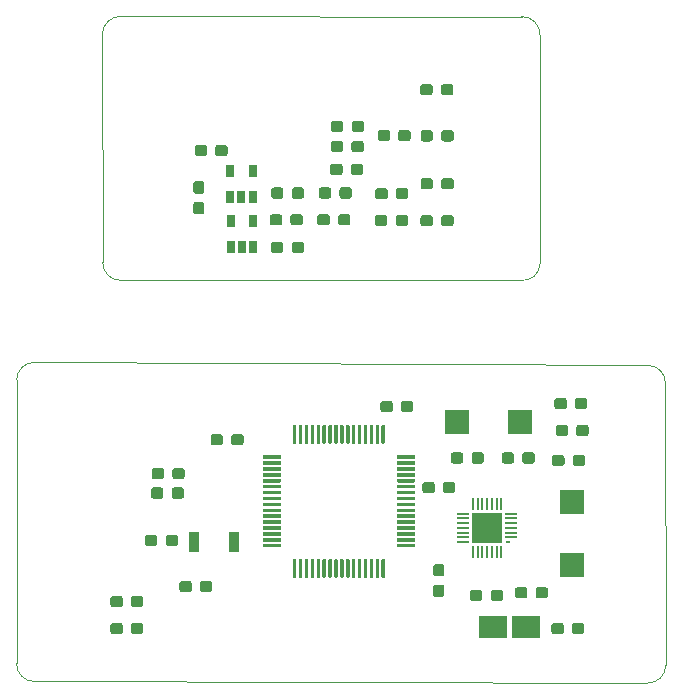
<source format=gbr>
%TF.GenerationSoftware,KiCad,Pcbnew,5.1.5+dfsg1-2build2*%
%TF.CreationDate,2021-04-08T10:41:37-07:00*%
%TF.ProjectId,spl_prototype,73706c5f-7072-46f7-946f-747970652e6b,rev?*%
%TF.SameCoordinates,Original*%
%TF.FileFunction,Paste,Top*%
%TF.FilePolarity,Positive*%
%FSLAX46Y46*%
G04 Gerber Fmt 4.6, Leading zero omitted, Abs format (unit mm)*
G04 Created by KiCad (PCBNEW 5.1.5+dfsg1-2build2) date 2021-04-08 10:41:37*
%MOMM*%
%LPD*%
G04 APERTURE LIST*
%TA.AperFunction,Profile*%
%ADD10C,0.050000*%
%TD*%
%ADD11C,0.100000*%
%ADD12R,0.900000X1.700000*%
%ADD13R,0.650000X1.060000*%
%ADD14R,2.000000X2.000000*%
%ADD15R,0.200000X1.000000*%
%ADD16R,0.450000X0.200000*%
%ADD17R,1.000000X0.200000*%
%ADD18R,2.600000X2.600000*%
%ADD19R,2.400000X1.950000*%
G04 APERTURE END LIST*
D10*
X97000000Y-44759201D02*
X96960034Y-25501071D01*
X132420000Y-46300000D02*
X98500649Y-46300000D01*
X134030000Y-25590649D02*
X134027699Y-44839584D01*
X98560000Y-23940799D02*
X132469351Y-23960000D01*
X132468914Y-23957945D02*
G75*
G02X134030000Y-25590649I11087J-1552056D01*
G01*
X134027699Y-44839584D02*
G75*
G02X132420000Y-46300000I-1457700J-10417D01*
G01*
X98500649Y-46300000D02*
G75*
G02X97000000Y-44759201I-10650J1490800D01*
G01*
X96960034Y-25501071D02*
G75*
G02X98560000Y-23940799I1549967J11072D01*
G01*
X89700000Y-78720000D02*
X89709201Y-54740649D01*
X143120000Y-80390000D02*
X91200649Y-80260799D01*
X144640000Y-55030000D02*
X144660799Y-78889351D01*
X91250000Y-53240000D02*
X143140000Y-53490000D01*
X144660799Y-78889351D02*
G75*
G02X143120000Y-80390000I-1490800J-10650D01*
G01*
X91200649Y-80260799D02*
G75*
G02X89700000Y-78720000I-10650J1490800D01*
G01*
X143139351Y-53489201D02*
G75*
G02X144640000Y-55030000I10650J-1490800D01*
G01*
X89709201Y-54740649D02*
G75*
G02X91250000Y-53240000I1490800J10650D01*
G01*
D11*
%TO.C,U1*%
G36*
X112029611Y-61114901D02*
G01*
X112036892Y-61115981D01*
X112044031Y-61117769D01*
X112050961Y-61120249D01*
X112057615Y-61123396D01*
X112063928Y-61127180D01*
X112069839Y-61131564D01*
X112075293Y-61136507D01*
X112080236Y-61141961D01*
X112084620Y-61147872D01*
X112088404Y-61154185D01*
X112091551Y-61160839D01*
X112094031Y-61167769D01*
X112095819Y-61174908D01*
X112096899Y-61182189D01*
X112097260Y-61189540D01*
X112097260Y-61339540D01*
X112096899Y-61346891D01*
X112095819Y-61354172D01*
X112094031Y-61361311D01*
X112091551Y-61368241D01*
X112088404Y-61374895D01*
X112084620Y-61381208D01*
X112080236Y-61387119D01*
X112075293Y-61392573D01*
X112069839Y-61397516D01*
X112063928Y-61401900D01*
X112057615Y-61405684D01*
X112050961Y-61408831D01*
X112044031Y-61411311D01*
X112036892Y-61413099D01*
X112029611Y-61414179D01*
X112022260Y-61414540D01*
X110622260Y-61414540D01*
X110614909Y-61414179D01*
X110607628Y-61413099D01*
X110600489Y-61411311D01*
X110593559Y-61408831D01*
X110586905Y-61405684D01*
X110580592Y-61401900D01*
X110574681Y-61397516D01*
X110569227Y-61392573D01*
X110564284Y-61387119D01*
X110559900Y-61381208D01*
X110556116Y-61374895D01*
X110552969Y-61368241D01*
X110550489Y-61361311D01*
X110548701Y-61354172D01*
X110547621Y-61346891D01*
X110547260Y-61339540D01*
X110547260Y-61189540D01*
X110547621Y-61182189D01*
X110548701Y-61174908D01*
X110550489Y-61167769D01*
X110552969Y-61160839D01*
X110556116Y-61154185D01*
X110559900Y-61147872D01*
X110564284Y-61141961D01*
X110569227Y-61136507D01*
X110574681Y-61131564D01*
X110580592Y-61127180D01*
X110586905Y-61123396D01*
X110593559Y-61120249D01*
X110600489Y-61117769D01*
X110607628Y-61115981D01*
X110614909Y-61114901D01*
X110622260Y-61114540D01*
X112022260Y-61114540D01*
X112029611Y-61114901D01*
G37*
G36*
X112029611Y-61614901D02*
G01*
X112036892Y-61615981D01*
X112044031Y-61617769D01*
X112050961Y-61620249D01*
X112057615Y-61623396D01*
X112063928Y-61627180D01*
X112069839Y-61631564D01*
X112075293Y-61636507D01*
X112080236Y-61641961D01*
X112084620Y-61647872D01*
X112088404Y-61654185D01*
X112091551Y-61660839D01*
X112094031Y-61667769D01*
X112095819Y-61674908D01*
X112096899Y-61682189D01*
X112097260Y-61689540D01*
X112097260Y-61839540D01*
X112096899Y-61846891D01*
X112095819Y-61854172D01*
X112094031Y-61861311D01*
X112091551Y-61868241D01*
X112088404Y-61874895D01*
X112084620Y-61881208D01*
X112080236Y-61887119D01*
X112075293Y-61892573D01*
X112069839Y-61897516D01*
X112063928Y-61901900D01*
X112057615Y-61905684D01*
X112050961Y-61908831D01*
X112044031Y-61911311D01*
X112036892Y-61913099D01*
X112029611Y-61914179D01*
X112022260Y-61914540D01*
X110622260Y-61914540D01*
X110614909Y-61914179D01*
X110607628Y-61913099D01*
X110600489Y-61911311D01*
X110593559Y-61908831D01*
X110586905Y-61905684D01*
X110580592Y-61901900D01*
X110574681Y-61897516D01*
X110569227Y-61892573D01*
X110564284Y-61887119D01*
X110559900Y-61881208D01*
X110556116Y-61874895D01*
X110552969Y-61868241D01*
X110550489Y-61861311D01*
X110548701Y-61854172D01*
X110547621Y-61846891D01*
X110547260Y-61839540D01*
X110547260Y-61689540D01*
X110547621Y-61682189D01*
X110548701Y-61674908D01*
X110550489Y-61667769D01*
X110552969Y-61660839D01*
X110556116Y-61654185D01*
X110559900Y-61647872D01*
X110564284Y-61641961D01*
X110569227Y-61636507D01*
X110574681Y-61631564D01*
X110580592Y-61627180D01*
X110586905Y-61623396D01*
X110593559Y-61620249D01*
X110600489Y-61617769D01*
X110607628Y-61615981D01*
X110614909Y-61614901D01*
X110622260Y-61614540D01*
X112022260Y-61614540D01*
X112029611Y-61614901D01*
G37*
G36*
X112029611Y-62114901D02*
G01*
X112036892Y-62115981D01*
X112044031Y-62117769D01*
X112050961Y-62120249D01*
X112057615Y-62123396D01*
X112063928Y-62127180D01*
X112069839Y-62131564D01*
X112075293Y-62136507D01*
X112080236Y-62141961D01*
X112084620Y-62147872D01*
X112088404Y-62154185D01*
X112091551Y-62160839D01*
X112094031Y-62167769D01*
X112095819Y-62174908D01*
X112096899Y-62182189D01*
X112097260Y-62189540D01*
X112097260Y-62339540D01*
X112096899Y-62346891D01*
X112095819Y-62354172D01*
X112094031Y-62361311D01*
X112091551Y-62368241D01*
X112088404Y-62374895D01*
X112084620Y-62381208D01*
X112080236Y-62387119D01*
X112075293Y-62392573D01*
X112069839Y-62397516D01*
X112063928Y-62401900D01*
X112057615Y-62405684D01*
X112050961Y-62408831D01*
X112044031Y-62411311D01*
X112036892Y-62413099D01*
X112029611Y-62414179D01*
X112022260Y-62414540D01*
X110622260Y-62414540D01*
X110614909Y-62414179D01*
X110607628Y-62413099D01*
X110600489Y-62411311D01*
X110593559Y-62408831D01*
X110586905Y-62405684D01*
X110580592Y-62401900D01*
X110574681Y-62397516D01*
X110569227Y-62392573D01*
X110564284Y-62387119D01*
X110559900Y-62381208D01*
X110556116Y-62374895D01*
X110552969Y-62368241D01*
X110550489Y-62361311D01*
X110548701Y-62354172D01*
X110547621Y-62346891D01*
X110547260Y-62339540D01*
X110547260Y-62189540D01*
X110547621Y-62182189D01*
X110548701Y-62174908D01*
X110550489Y-62167769D01*
X110552969Y-62160839D01*
X110556116Y-62154185D01*
X110559900Y-62147872D01*
X110564284Y-62141961D01*
X110569227Y-62136507D01*
X110574681Y-62131564D01*
X110580592Y-62127180D01*
X110586905Y-62123396D01*
X110593559Y-62120249D01*
X110600489Y-62117769D01*
X110607628Y-62115981D01*
X110614909Y-62114901D01*
X110622260Y-62114540D01*
X112022260Y-62114540D01*
X112029611Y-62114901D01*
G37*
G36*
X112029611Y-62614901D02*
G01*
X112036892Y-62615981D01*
X112044031Y-62617769D01*
X112050961Y-62620249D01*
X112057615Y-62623396D01*
X112063928Y-62627180D01*
X112069839Y-62631564D01*
X112075293Y-62636507D01*
X112080236Y-62641961D01*
X112084620Y-62647872D01*
X112088404Y-62654185D01*
X112091551Y-62660839D01*
X112094031Y-62667769D01*
X112095819Y-62674908D01*
X112096899Y-62682189D01*
X112097260Y-62689540D01*
X112097260Y-62839540D01*
X112096899Y-62846891D01*
X112095819Y-62854172D01*
X112094031Y-62861311D01*
X112091551Y-62868241D01*
X112088404Y-62874895D01*
X112084620Y-62881208D01*
X112080236Y-62887119D01*
X112075293Y-62892573D01*
X112069839Y-62897516D01*
X112063928Y-62901900D01*
X112057615Y-62905684D01*
X112050961Y-62908831D01*
X112044031Y-62911311D01*
X112036892Y-62913099D01*
X112029611Y-62914179D01*
X112022260Y-62914540D01*
X110622260Y-62914540D01*
X110614909Y-62914179D01*
X110607628Y-62913099D01*
X110600489Y-62911311D01*
X110593559Y-62908831D01*
X110586905Y-62905684D01*
X110580592Y-62901900D01*
X110574681Y-62897516D01*
X110569227Y-62892573D01*
X110564284Y-62887119D01*
X110559900Y-62881208D01*
X110556116Y-62874895D01*
X110552969Y-62868241D01*
X110550489Y-62861311D01*
X110548701Y-62854172D01*
X110547621Y-62846891D01*
X110547260Y-62839540D01*
X110547260Y-62689540D01*
X110547621Y-62682189D01*
X110548701Y-62674908D01*
X110550489Y-62667769D01*
X110552969Y-62660839D01*
X110556116Y-62654185D01*
X110559900Y-62647872D01*
X110564284Y-62641961D01*
X110569227Y-62636507D01*
X110574681Y-62631564D01*
X110580592Y-62627180D01*
X110586905Y-62623396D01*
X110593559Y-62620249D01*
X110600489Y-62617769D01*
X110607628Y-62615981D01*
X110614909Y-62614901D01*
X110622260Y-62614540D01*
X112022260Y-62614540D01*
X112029611Y-62614901D01*
G37*
G36*
X112029611Y-63114901D02*
G01*
X112036892Y-63115981D01*
X112044031Y-63117769D01*
X112050961Y-63120249D01*
X112057615Y-63123396D01*
X112063928Y-63127180D01*
X112069839Y-63131564D01*
X112075293Y-63136507D01*
X112080236Y-63141961D01*
X112084620Y-63147872D01*
X112088404Y-63154185D01*
X112091551Y-63160839D01*
X112094031Y-63167769D01*
X112095819Y-63174908D01*
X112096899Y-63182189D01*
X112097260Y-63189540D01*
X112097260Y-63339540D01*
X112096899Y-63346891D01*
X112095819Y-63354172D01*
X112094031Y-63361311D01*
X112091551Y-63368241D01*
X112088404Y-63374895D01*
X112084620Y-63381208D01*
X112080236Y-63387119D01*
X112075293Y-63392573D01*
X112069839Y-63397516D01*
X112063928Y-63401900D01*
X112057615Y-63405684D01*
X112050961Y-63408831D01*
X112044031Y-63411311D01*
X112036892Y-63413099D01*
X112029611Y-63414179D01*
X112022260Y-63414540D01*
X110622260Y-63414540D01*
X110614909Y-63414179D01*
X110607628Y-63413099D01*
X110600489Y-63411311D01*
X110593559Y-63408831D01*
X110586905Y-63405684D01*
X110580592Y-63401900D01*
X110574681Y-63397516D01*
X110569227Y-63392573D01*
X110564284Y-63387119D01*
X110559900Y-63381208D01*
X110556116Y-63374895D01*
X110552969Y-63368241D01*
X110550489Y-63361311D01*
X110548701Y-63354172D01*
X110547621Y-63346891D01*
X110547260Y-63339540D01*
X110547260Y-63189540D01*
X110547621Y-63182189D01*
X110548701Y-63174908D01*
X110550489Y-63167769D01*
X110552969Y-63160839D01*
X110556116Y-63154185D01*
X110559900Y-63147872D01*
X110564284Y-63141961D01*
X110569227Y-63136507D01*
X110574681Y-63131564D01*
X110580592Y-63127180D01*
X110586905Y-63123396D01*
X110593559Y-63120249D01*
X110600489Y-63117769D01*
X110607628Y-63115981D01*
X110614909Y-63114901D01*
X110622260Y-63114540D01*
X112022260Y-63114540D01*
X112029611Y-63114901D01*
G37*
G36*
X112029611Y-63614901D02*
G01*
X112036892Y-63615981D01*
X112044031Y-63617769D01*
X112050961Y-63620249D01*
X112057615Y-63623396D01*
X112063928Y-63627180D01*
X112069839Y-63631564D01*
X112075293Y-63636507D01*
X112080236Y-63641961D01*
X112084620Y-63647872D01*
X112088404Y-63654185D01*
X112091551Y-63660839D01*
X112094031Y-63667769D01*
X112095819Y-63674908D01*
X112096899Y-63682189D01*
X112097260Y-63689540D01*
X112097260Y-63839540D01*
X112096899Y-63846891D01*
X112095819Y-63854172D01*
X112094031Y-63861311D01*
X112091551Y-63868241D01*
X112088404Y-63874895D01*
X112084620Y-63881208D01*
X112080236Y-63887119D01*
X112075293Y-63892573D01*
X112069839Y-63897516D01*
X112063928Y-63901900D01*
X112057615Y-63905684D01*
X112050961Y-63908831D01*
X112044031Y-63911311D01*
X112036892Y-63913099D01*
X112029611Y-63914179D01*
X112022260Y-63914540D01*
X110622260Y-63914540D01*
X110614909Y-63914179D01*
X110607628Y-63913099D01*
X110600489Y-63911311D01*
X110593559Y-63908831D01*
X110586905Y-63905684D01*
X110580592Y-63901900D01*
X110574681Y-63897516D01*
X110569227Y-63892573D01*
X110564284Y-63887119D01*
X110559900Y-63881208D01*
X110556116Y-63874895D01*
X110552969Y-63868241D01*
X110550489Y-63861311D01*
X110548701Y-63854172D01*
X110547621Y-63846891D01*
X110547260Y-63839540D01*
X110547260Y-63689540D01*
X110547621Y-63682189D01*
X110548701Y-63674908D01*
X110550489Y-63667769D01*
X110552969Y-63660839D01*
X110556116Y-63654185D01*
X110559900Y-63647872D01*
X110564284Y-63641961D01*
X110569227Y-63636507D01*
X110574681Y-63631564D01*
X110580592Y-63627180D01*
X110586905Y-63623396D01*
X110593559Y-63620249D01*
X110600489Y-63617769D01*
X110607628Y-63615981D01*
X110614909Y-63614901D01*
X110622260Y-63614540D01*
X112022260Y-63614540D01*
X112029611Y-63614901D01*
G37*
G36*
X112029611Y-64114901D02*
G01*
X112036892Y-64115981D01*
X112044031Y-64117769D01*
X112050961Y-64120249D01*
X112057615Y-64123396D01*
X112063928Y-64127180D01*
X112069839Y-64131564D01*
X112075293Y-64136507D01*
X112080236Y-64141961D01*
X112084620Y-64147872D01*
X112088404Y-64154185D01*
X112091551Y-64160839D01*
X112094031Y-64167769D01*
X112095819Y-64174908D01*
X112096899Y-64182189D01*
X112097260Y-64189540D01*
X112097260Y-64339540D01*
X112096899Y-64346891D01*
X112095819Y-64354172D01*
X112094031Y-64361311D01*
X112091551Y-64368241D01*
X112088404Y-64374895D01*
X112084620Y-64381208D01*
X112080236Y-64387119D01*
X112075293Y-64392573D01*
X112069839Y-64397516D01*
X112063928Y-64401900D01*
X112057615Y-64405684D01*
X112050961Y-64408831D01*
X112044031Y-64411311D01*
X112036892Y-64413099D01*
X112029611Y-64414179D01*
X112022260Y-64414540D01*
X110622260Y-64414540D01*
X110614909Y-64414179D01*
X110607628Y-64413099D01*
X110600489Y-64411311D01*
X110593559Y-64408831D01*
X110586905Y-64405684D01*
X110580592Y-64401900D01*
X110574681Y-64397516D01*
X110569227Y-64392573D01*
X110564284Y-64387119D01*
X110559900Y-64381208D01*
X110556116Y-64374895D01*
X110552969Y-64368241D01*
X110550489Y-64361311D01*
X110548701Y-64354172D01*
X110547621Y-64346891D01*
X110547260Y-64339540D01*
X110547260Y-64189540D01*
X110547621Y-64182189D01*
X110548701Y-64174908D01*
X110550489Y-64167769D01*
X110552969Y-64160839D01*
X110556116Y-64154185D01*
X110559900Y-64147872D01*
X110564284Y-64141961D01*
X110569227Y-64136507D01*
X110574681Y-64131564D01*
X110580592Y-64127180D01*
X110586905Y-64123396D01*
X110593559Y-64120249D01*
X110600489Y-64117769D01*
X110607628Y-64115981D01*
X110614909Y-64114901D01*
X110622260Y-64114540D01*
X112022260Y-64114540D01*
X112029611Y-64114901D01*
G37*
G36*
X112029611Y-64614901D02*
G01*
X112036892Y-64615981D01*
X112044031Y-64617769D01*
X112050961Y-64620249D01*
X112057615Y-64623396D01*
X112063928Y-64627180D01*
X112069839Y-64631564D01*
X112075293Y-64636507D01*
X112080236Y-64641961D01*
X112084620Y-64647872D01*
X112088404Y-64654185D01*
X112091551Y-64660839D01*
X112094031Y-64667769D01*
X112095819Y-64674908D01*
X112096899Y-64682189D01*
X112097260Y-64689540D01*
X112097260Y-64839540D01*
X112096899Y-64846891D01*
X112095819Y-64854172D01*
X112094031Y-64861311D01*
X112091551Y-64868241D01*
X112088404Y-64874895D01*
X112084620Y-64881208D01*
X112080236Y-64887119D01*
X112075293Y-64892573D01*
X112069839Y-64897516D01*
X112063928Y-64901900D01*
X112057615Y-64905684D01*
X112050961Y-64908831D01*
X112044031Y-64911311D01*
X112036892Y-64913099D01*
X112029611Y-64914179D01*
X112022260Y-64914540D01*
X110622260Y-64914540D01*
X110614909Y-64914179D01*
X110607628Y-64913099D01*
X110600489Y-64911311D01*
X110593559Y-64908831D01*
X110586905Y-64905684D01*
X110580592Y-64901900D01*
X110574681Y-64897516D01*
X110569227Y-64892573D01*
X110564284Y-64887119D01*
X110559900Y-64881208D01*
X110556116Y-64874895D01*
X110552969Y-64868241D01*
X110550489Y-64861311D01*
X110548701Y-64854172D01*
X110547621Y-64846891D01*
X110547260Y-64839540D01*
X110547260Y-64689540D01*
X110547621Y-64682189D01*
X110548701Y-64674908D01*
X110550489Y-64667769D01*
X110552969Y-64660839D01*
X110556116Y-64654185D01*
X110559900Y-64647872D01*
X110564284Y-64641961D01*
X110569227Y-64636507D01*
X110574681Y-64631564D01*
X110580592Y-64627180D01*
X110586905Y-64623396D01*
X110593559Y-64620249D01*
X110600489Y-64617769D01*
X110607628Y-64615981D01*
X110614909Y-64614901D01*
X110622260Y-64614540D01*
X112022260Y-64614540D01*
X112029611Y-64614901D01*
G37*
G36*
X112029611Y-65114901D02*
G01*
X112036892Y-65115981D01*
X112044031Y-65117769D01*
X112050961Y-65120249D01*
X112057615Y-65123396D01*
X112063928Y-65127180D01*
X112069839Y-65131564D01*
X112075293Y-65136507D01*
X112080236Y-65141961D01*
X112084620Y-65147872D01*
X112088404Y-65154185D01*
X112091551Y-65160839D01*
X112094031Y-65167769D01*
X112095819Y-65174908D01*
X112096899Y-65182189D01*
X112097260Y-65189540D01*
X112097260Y-65339540D01*
X112096899Y-65346891D01*
X112095819Y-65354172D01*
X112094031Y-65361311D01*
X112091551Y-65368241D01*
X112088404Y-65374895D01*
X112084620Y-65381208D01*
X112080236Y-65387119D01*
X112075293Y-65392573D01*
X112069839Y-65397516D01*
X112063928Y-65401900D01*
X112057615Y-65405684D01*
X112050961Y-65408831D01*
X112044031Y-65411311D01*
X112036892Y-65413099D01*
X112029611Y-65414179D01*
X112022260Y-65414540D01*
X110622260Y-65414540D01*
X110614909Y-65414179D01*
X110607628Y-65413099D01*
X110600489Y-65411311D01*
X110593559Y-65408831D01*
X110586905Y-65405684D01*
X110580592Y-65401900D01*
X110574681Y-65397516D01*
X110569227Y-65392573D01*
X110564284Y-65387119D01*
X110559900Y-65381208D01*
X110556116Y-65374895D01*
X110552969Y-65368241D01*
X110550489Y-65361311D01*
X110548701Y-65354172D01*
X110547621Y-65346891D01*
X110547260Y-65339540D01*
X110547260Y-65189540D01*
X110547621Y-65182189D01*
X110548701Y-65174908D01*
X110550489Y-65167769D01*
X110552969Y-65160839D01*
X110556116Y-65154185D01*
X110559900Y-65147872D01*
X110564284Y-65141961D01*
X110569227Y-65136507D01*
X110574681Y-65131564D01*
X110580592Y-65127180D01*
X110586905Y-65123396D01*
X110593559Y-65120249D01*
X110600489Y-65117769D01*
X110607628Y-65115981D01*
X110614909Y-65114901D01*
X110622260Y-65114540D01*
X112022260Y-65114540D01*
X112029611Y-65114901D01*
G37*
G36*
X112029611Y-65614901D02*
G01*
X112036892Y-65615981D01*
X112044031Y-65617769D01*
X112050961Y-65620249D01*
X112057615Y-65623396D01*
X112063928Y-65627180D01*
X112069839Y-65631564D01*
X112075293Y-65636507D01*
X112080236Y-65641961D01*
X112084620Y-65647872D01*
X112088404Y-65654185D01*
X112091551Y-65660839D01*
X112094031Y-65667769D01*
X112095819Y-65674908D01*
X112096899Y-65682189D01*
X112097260Y-65689540D01*
X112097260Y-65839540D01*
X112096899Y-65846891D01*
X112095819Y-65854172D01*
X112094031Y-65861311D01*
X112091551Y-65868241D01*
X112088404Y-65874895D01*
X112084620Y-65881208D01*
X112080236Y-65887119D01*
X112075293Y-65892573D01*
X112069839Y-65897516D01*
X112063928Y-65901900D01*
X112057615Y-65905684D01*
X112050961Y-65908831D01*
X112044031Y-65911311D01*
X112036892Y-65913099D01*
X112029611Y-65914179D01*
X112022260Y-65914540D01*
X110622260Y-65914540D01*
X110614909Y-65914179D01*
X110607628Y-65913099D01*
X110600489Y-65911311D01*
X110593559Y-65908831D01*
X110586905Y-65905684D01*
X110580592Y-65901900D01*
X110574681Y-65897516D01*
X110569227Y-65892573D01*
X110564284Y-65887119D01*
X110559900Y-65881208D01*
X110556116Y-65874895D01*
X110552969Y-65868241D01*
X110550489Y-65861311D01*
X110548701Y-65854172D01*
X110547621Y-65846891D01*
X110547260Y-65839540D01*
X110547260Y-65689540D01*
X110547621Y-65682189D01*
X110548701Y-65674908D01*
X110550489Y-65667769D01*
X110552969Y-65660839D01*
X110556116Y-65654185D01*
X110559900Y-65647872D01*
X110564284Y-65641961D01*
X110569227Y-65636507D01*
X110574681Y-65631564D01*
X110580592Y-65627180D01*
X110586905Y-65623396D01*
X110593559Y-65620249D01*
X110600489Y-65617769D01*
X110607628Y-65615981D01*
X110614909Y-65614901D01*
X110622260Y-65614540D01*
X112022260Y-65614540D01*
X112029611Y-65614901D01*
G37*
G36*
X112029611Y-66114901D02*
G01*
X112036892Y-66115981D01*
X112044031Y-66117769D01*
X112050961Y-66120249D01*
X112057615Y-66123396D01*
X112063928Y-66127180D01*
X112069839Y-66131564D01*
X112075293Y-66136507D01*
X112080236Y-66141961D01*
X112084620Y-66147872D01*
X112088404Y-66154185D01*
X112091551Y-66160839D01*
X112094031Y-66167769D01*
X112095819Y-66174908D01*
X112096899Y-66182189D01*
X112097260Y-66189540D01*
X112097260Y-66339540D01*
X112096899Y-66346891D01*
X112095819Y-66354172D01*
X112094031Y-66361311D01*
X112091551Y-66368241D01*
X112088404Y-66374895D01*
X112084620Y-66381208D01*
X112080236Y-66387119D01*
X112075293Y-66392573D01*
X112069839Y-66397516D01*
X112063928Y-66401900D01*
X112057615Y-66405684D01*
X112050961Y-66408831D01*
X112044031Y-66411311D01*
X112036892Y-66413099D01*
X112029611Y-66414179D01*
X112022260Y-66414540D01*
X110622260Y-66414540D01*
X110614909Y-66414179D01*
X110607628Y-66413099D01*
X110600489Y-66411311D01*
X110593559Y-66408831D01*
X110586905Y-66405684D01*
X110580592Y-66401900D01*
X110574681Y-66397516D01*
X110569227Y-66392573D01*
X110564284Y-66387119D01*
X110559900Y-66381208D01*
X110556116Y-66374895D01*
X110552969Y-66368241D01*
X110550489Y-66361311D01*
X110548701Y-66354172D01*
X110547621Y-66346891D01*
X110547260Y-66339540D01*
X110547260Y-66189540D01*
X110547621Y-66182189D01*
X110548701Y-66174908D01*
X110550489Y-66167769D01*
X110552969Y-66160839D01*
X110556116Y-66154185D01*
X110559900Y-66147872D01*
X110564284Y-66141961D01*
X110569227Y-66136507D01*
X110574681Y-66131564D01*
X110580592Y-66127180D01*
X110586905Y-66123396D01*
X110593559Y-66120249D01*
X110600489Y-66117769D01*
X110607628Y-66115981D01*
X110614909Y-66114901D01*
X110622260Y-66114540D01*
X112022260Y-66114540D01*
X112029611Y-66114901D01*
G37*
G36*
X112029611Y-66614901D02*
G01*
X112036892Y-66615981D01*
X112044031Y-66617769D01*
X112050961Y-66620249D01*
X112057615Y-66623396D01*
X112063928Y-66627180D01*
X112069839Y-66631564D01*
X112075293Y-66636507D01*
X112080236Y-66641961D01*
X112084620Y-66647872D01*
X112088404Y-66654185D01*
X112091551Y-66660839D01*
X112094031Y-66667769D01*
X112095819Y-66674908D01*
X112096899Y-66682189D01*
X112097260Y-66689540D01*
X112097260Y-66839540D01*
X112096899Y-66846891D01*
X112095819Y-66854172D01*
X112094031Y-66861311D01*
X112091551Y-66868241D01*
X112088404Y-66874895D01*
X112084620Y-66881208D01*
X112080236Y-66887119D01*
X112075293Y-66892573D01*
X112069839Y-66897516D01*
X112063928Y-66901900D01*
X112057615Y-66905684D01*
X112050961Y-66908831D01*
X112044031Y-66911311D01*
X112036892Y-66913099D01*
X112029611Y-66914179D01*
X112022260Y-66914540D01*
X110622260Y-66914540D01*
X110614909Y-66914179D01*
X110607628Y-66913099D01*
X110600489Y-66911311D01*
X110593559Y-66908831D01*
X110586905Y-66905684D01*
X110580592Y-66901900D01*
X110574681Y-66897516D01*
X110569227Y-66892573D01*
X110564284Y-66887119D01*
X110559900Y-66881208D01*
X110556116Y-66874895D01*
X110552969Y-66868241D01*
X110550489Y-66861311D01*
X110548701Y-66854172D01*
X110547621Y-66846891D01*
X110547260Y-66839540D01*
X110547260Y-66689540D01*
X110547621Y-66682189D01*
X110548701Y-66674908D01*
X110550489Y-66667769D01*
X110552969Y-66660839D01*
X110556116Y-66654185D01*
X110559900Y-66647872D01*
X110564284Y-66641961D01*
X110569227Y-66636507D01*
X110574681Y-66631564D01*
X110580592Y-66627180D01*
X110586905Y-66623396D01*
X110593559Y-66620249D01*
X110600489Y-66617769D01*
X110607628Y-66615981D01*
X110614909Y-66614901D01*
X110622260Y-66614540D01*
X112022260Y-66614540D01*
X112029611Y-66614901D01*
G37*
G36*
X112029611Y-67114901D02*
G01*
X112036892Y-67115981D01*
X112044031Y-67117769D01*
X112050961Y-67120249D01*
X112057615Y-67123396D01*
X112063928Y-67127180D01*
X112069839Y-67131564D01*
X112075293Y-67136507D01*
X112080236Y-67141961D01*
X112084620Y-67147872D01*
X112088404Y-67154185D01*
X112091551Y-67160839D01*
X112094031Y-67167769D01*
X112095819Y-67174908D01*
X112096899Y-67182189D01*
X112097260Y-67189540D01*
X112097260Y-67339540D01*
X112096899Y-67346891D01*
X112095819Y-67354172D01*
X112094031Y-67361311D01*
X112091551Y-67368241D01*
X112088404Y-67374895D01*
X112084620Y-67381208D01*
X112080236Y-67387119D01*
X112075293Y-67392573D01*
X112069839Y-67397516D01*
X112063928Y-67401900D01*
X112057615Y-67405684D01*
X112050961Y-67408831D01*
X112044031Y-67411311D01*
X112036892Y-67413099D01*
X112029611Y-67414179D01*
X112022260Y-67414540D01*
X110622260Y-67414540D01*
X110614909Y-67414179D01*
X110607628Y-67413099D01*
X110600489Y-67411311D01*
X110593559Y-67408831D01*
X110586905Y-67405684D01*
X110580592Y-67401900D01*
X110574681Y-67397516D01*
X110569227Y-67392573D01*
X110564284Y-67387119D01*
X110559900Y-67381208D01*
X110556116Y-67374895D01*
X110552969Y-67368241D01*
X110550489Y-67361311D01*
X110548701Y-67354172D01*
X110547621Y-67346891D01*
X110547260Y-67339540D01*
X110547260Y-67189540D01*
X110547621Y-67182189D01*
X110548701Y-67174908D01*
X110550489Y-67167769D01*
X110552969Y-67160839D01*
X110556116Y-67154185D01*
X110559900Y-67147872D01*
X110564284Y-67141961D01*
X110569227Y-67136507D01*
X110574681Y-67131564D01*
X110580592Y-67127180D01*
X110586905Y-67123396D01*
X110593559Y-67120249D01*
X110600489Y-67117769D01*
X110607628Y-67115981D01*
X110614909Y-67114901D01*
X110622260Y-67114540D01*
X112022260Y-67114540D01*
X112029611Y-67114901D01*
G37*
G36*
X112029611Y-67614901D02*
G01*
X112036892Y-67615981D01*
X112044031Y-67617769D01*
X112050961Y-67620249D01*
X112057615Y-67623396D01*
X112063928Y-67627180D01*
X112069839Y-67631564D01*
X112075293Y-67636507D01*
X112080236Y-67641961D01*
X112084620Y-67647872D01*
X112088404Y-67654185D01*
X112091551Y-67660839D01*
X112094031Y-67667769D01*
X112095819Y-67674908D01*
X112096899Y-67682189D01*
X112097260Y-67689540D01*
X112097260Y-67839540D01*
X112096899Y-67846891D01*
X112095819Y-67854172D01*
X112094031Y-67861311D01*
X112091551Y-67868241D01*
X112088404Y-67874895D01*
X112084620Y-67881208D01*
X112080236Y-67887119D01*
X112075293Y-67892573D01*
X112069839Y-67897516D01*
X112063928Y-67901900D01*
X112057615Y-67905684D01*
X112050961Y-67908831D01*
X112044031Y-67911311D01*
X112036892Y-67913099D01*
X112029611Y-67914179D01*
X112022260Y-67914540D01*
X110622260Y-67914540D01*
X110614909Y-67914179D01*
X110607628Y-67913099D01*
X110600489Y-67911311D01*
X110593559Y-67908831D01*
X110586905Y-67905684D01*
X110580592Y-67901900D01*
X110574681Y-67897516D01*
X110569227Y-67892573D01*
X110564284Y-67887119D01*
X110559900Y-67881208D01*
X110556116Y-67874895D01*
X110552969Y-67868241D01*
X110550489Y-67861311D01*
X110548701Y-67854172D01*
X110547621Y-67846891D01*
X110547260Y-67839540D01*
X110547260Y-67689540D01*
X110547621Y-67682189D01*
X110548701Y-67674908D01*
X110550489Y-67667769D01*
X110552969Y-67660839D01*
X110556116Y-67654185D01*
X110559900Y-67647872D01*
X110564284Y-67641961D01*
X110569227Y-67636507D01*
X110574681Y-67631564D01*
X110580592Y-67627180D01*
X110586905Y-67623396D01*
X110593559Y-67620249D01*
X110600489Y-67617769D01*
X110607628Y-67615981D01*
X110614909Y-67614901D01*
X110622260Y-67614540D01*
X112022260Y-67614540D01*
X112029611Y-67614901D01*
G37*
G36*
X112029611Y-68114901D02*
G01*
X112036892Y-68115981D01*
X112044031Y-68117769D01*
X112050961Y-68120249D01*
X112057615Y-68123396D01*
X112063928Y-68127180D01*
X112069839Y-68131564D01*
X112075293Y-68136507D01*
X112080236Y-68141961D01*
X112084620Y-68147872D01*
X112088404Y-68154185D01*
X112091551Y-68160839D01*
X112094031Y-68167769D01*
X112095819Y-68174908D01*
X112096899Y-68182189D01*
X112097260Y-68189540D01*
X112097260Y-68339540D01*
X112096899Y-68346891D01*
X112095819Y-68354172D01*
X112094031Y-68361311D01*
X112091551Y-68368241D01*
X112088404Y-68374895D01*
X112084620Y-68381208D01*
X112080236Y-68387119D01*
X112075293Y-68392573D01*
X112069839Y-68397516D01*
X112063928Y-68401900D01*
X112057615Y-68405684D01*
X112050961Y-68408831D01*
X112044031Y-68411311D01*
X112036892Y-68413099D01*
X112029611Y-68414179D01*
X112022260Y-68414540D01*
X110622260Y-68414540D01*
X110614909Y-68414179D01*
X110607628Y-68413099D01*
X110600489Y-68411311D01*
X110593559Y-68408831D01*
X110586905Y-68405684D01*
X110580592Y-68401900D01*
X110574681Y-68397516D01*
X110569227Y-68392573D01*
X110564284Y-68387119D01*
X110559900Y-68381208D01*
X110556116Y-68374895D01*
X110552969Y-68368241D01*
X110550489Y-68361311D01*
X110548701Y-68354172D01*
X110547621Y-68346891D01*
X110547260Y-68339540D01*
X110547260Y-68189540D01*
X110547621Y-68182189D01*
X110548701Y-68174908D01*
X110550489Y-68167769D01*
X110552969Y-68160839D01*
X110556116Y-68154185D01*
X110559900Y-68147872D01*
X110564284Y-68141961D01*
X110569227Y-68136507D01*
X110574681Y-68131564D01*
X110580592Y-68127180D01*
X110586905Y-68123396D01*
X110593559Y-68120249D01*
X110600489Y-68117769D01*
X110607628Y-68115981D01*
X110614909Y-68114901D01*
X110622260Y-68114540D01*
X112022260Y-68114540D01*
X112029611Y-68114901D01*
G37*
G36*
X112029611Y-68614901D02*
G01*
X112036892Y-68615981D01*
X112044031Y-68617769D01*
X112050961Y-68620249D01*
X112057615Y-68623396D01*
X112063928Y-68627180D01*
X112069839Y-68631564D01*
X112075293Y-68636507D01*
X112080236Y-68641961D01*
X112084620Y-68647872D01*
X112088404Y-68654185D01*
X112091551Y-68660839D01*
X112094031Y-68667769D01*
X112095819Y-68674908D01*
X112096899Y-68682189D01*
X112097260Y-68689540D01*
X112097260Y-68839540D01*
X112096899Y-68846891D01*
X112095819Y-68854172D01*
X112094031Y-68861311D01*
X112091551Y-68868241D01*
X112088404Y-68874895D01*
X112084620Y-68881208D01*
X112080236Y-68887119D01*
X112075293Y-68892573D01*
X112069839Y-68897516D01*
X112063928Y-68901900D01*
X112057615Y-68905684D01*
X112050961Y-68908831D01*
X112044031Y-68911311D01*
X112036892Y-68913099D01*
X112029611Y-68914179D01*
X112022260Y-68914540D01*
X110622260Y-68914540D01*
X110614909Y-68914179D01*
X110607628Y-68913099D01*
X110600489Y-68911311D01*
X110593559Y-68908831D01*
X110586905Y-68905684D01*
X110580592Y-68901900D01*
X110574681Y-68897516D01*
X110569227Y-68892573D01*
X110564284Y-68887119D01*
X110559900Y-68881208D01*
X110556116Y-68874895D01*
X110552969Y-68868241D01*
X110550489Y-68861311D01*
X110548701Y-68854172D01*
X110547621Y-68846891D01*
X110547260Y-68839540D01*
X110547260Y-68689540D01*
X110547621Y-68682189D01*
X110548701Y-68674908D01*
X110550489Y-68667769D01*
X110552969Y-68660839D01*
X110556116Y-68654185D01*
X110559900Y-68647872D01*
X110564284Y-68641961D01*
X110569227Y-68636507D01*
X110574681Y-68631564D01*
X110580592Y-68627180D01*
X110586905Y-68623396D01*
X110593559Y-68620249D01*
X110600489Y-68617769D01*
X110607628Y-68615981D01*
X110614909Y-68614901D01*
X110622260Y-68614540D01*
X112022260Y-68614540D01*
X112029611Y-68614901D01*
G37*
G36*
X113329611Y-69914901D02*
G01*
X113336892Y-69915981D01*
X113344031Y-69917769D01*
X113350961Y-69920249D01*
X113357615Y-69923396D01*
X113363928Y-69927180D01*
X113369839Y-69931564D01*
X113375293Y-69936507D01*
X113380236Y-69941961D01*
X113384620Y-69947872D01*
X113388404Y-69954185D01*
X113391551Y-69960839D01*
X113394031Y-69967769D01*
X113395819Y-69974908D01*
X113396899Y-69982189D01*
X113397260Y-69989540D01*
X113397260Y-71389540D01*
X113396899Y-71396891D01*
X113395819Y-71404172D01*
X113394031Y-71411311D01*
X113391551Y-71418241D01*
X113388404Y-71424895D01*
X113384620Y-71431208D01*
X113380236Y-71437119D01*
X113375293Y-71442573D01*
X113369839Y-71447516D01*
X113363928Y-71451900D01*
X113357615Y-71455684D01*
X113350961Y-71458831D01*
X113344031Y-71461311D01*
X113336892Y-71463099D01*
X113329611Y-71464179D01*
X113322260Y-71464540D01*
X113172260Y-71464540D01*
X113164909Y-71464179D01*
X113157628Y-71463099D01*
X113150489Y-71461311D01*
X113143559Y-71458831D01*
X113136905Y-71455684D01*
X113130592Y-71451900D01*
X113124681Y-71447516D01*
X113119227Y-71442573D01*
X113114284Y-71437119D01*
X113109900Y-71431208D01*
X113106116Y-71424895D01*
X113102969Y-71418241D01*
X113100489Y-71411311D01*
X113098701Y-71404172D01*
X113097621Y-71396891D01*
X113097260Y-71389540D01*
X113097260Y-69989540D01*
X113097621Y-69982189D01*
X113098701Y-69974908D01*
X113100489Y-69967769D01*
X113102969Y-69960839D01*
X113106116Y-69954185D01*
X113109900Y-69947872D01*
X113114284Y-69941961D01*
X113119227Y-69936507D01*
X113124681Y-69931564D01*
X113130592Y-69927180D01*
X113136905Y-69923396D01*
X113143559Y-69920249D01*
X113150489Y-69917769D01*
X113157628Y-69915981D01*
X113164909Y-69914901D01*
X113172260Y-69914540D01*
X113322260Y-69914540D01*
X113329611Y-69914901D01*
G37*
G36*
X113829611Y-69914901D02*
G01*
X113836892Y-69915981D01*
X113844031Y-69917769D01*
X113850961Y-69920249D01*
X113857615Y-69923396D01*
X113863928Y-69927180D01*
X113869839Y-69931564D01*
X113875293Y-69936507D01*
X113880236Y-69941961D01*
X113884620Y-69947872D01*
X113888404Y-69954185D01*
X113891551Y-69960839D01*
X113894031Y-69967769D01*
X113895819Y-69974908D01*
X113896899Y-69982189D01*
X113897260Y-69989540D01*
X113897260Y-71389540D01*
X113896899Y-71396891D01*
X113895819Y-71404172D01*
X113894031Y-71411311D01*
X113891551Y-71418241D01*
X113888404Y-71424895D01*
X113884620Y-71431208D01*
X113880236Y-71437119D01*
X113875293Y-71442573D01*
X113869839Y-71447516D01*
X113863928Y-71451900D01*
X113857615Y-71455684D01*
X113850961Y-71458831D01*
X113844031Y-71461311D01*
X113836892Y-71463099D01*
X113829611Y-71464179D01*
X113822260Y-71464540D01*
X113672260Y-71464540D01*
X113664909Y-71464179D01*
X113657628Y-71463099D01*
X113650489Y-71461311D01*
X113643559Y-71458831D01*
X113636905Y-71455684D01*
X113630592Y-71451900D01*
X113624681Y-71447516D01*
X113619227Y-71442573D01*
X113614284Y-71437119D01*
X113609900Y-71431208D01*
X113606116Y-71424895D01*
X113602969Y-71418241D01*
X113600489Y-71411311D01*
X113598701Y-71404172D01*
X113597621Y-71396891D01*
X113597260Y-71389540D01*
X113597260Y-69989540D01*
X113597621Y-69982189D01*
X113598701Y-69974908D01*
X113600489Y-69967769D01*
X113602969Y-69960839D01*
X113606116Y-69954185D01*
X113609900Y-69947872D01*
X113614284Y-69941961D01*
X113619227Y-69936507D01*
X113624681Y-69931564D01*
X113630592Y-69927180D01*
X113636905Y-69923396D01*
X113643559Y-69920249D01*
X113650489Y-69917769D01*
X113657628Y-69915981D01*
X113664909Y-69914901D01*
X113672260Y-69914540D01*
X113822260Y-69914540D01*
X113829611Y-69914901D01*
G37*
G36*
X114329611Y-69914901D02*
G01*
X114336892Y-69915981D01*
X114344031Y-69917769D01*
X114350961Y-69920249D01*
X114357615Y-69923396D01*
X114363928Y-69927180D01*
X114369839Y-69931564D01*
X114375293Y-69936507D01*
X114380236Y-69941961D01*
X114384620Y-69947872D01*
X114388404Y-69954185D01*
X114391551Y-69960839D01*
X114394031Y-69967769D01*
X114395819Y-69974908D01*
X114396899Y-69982189D01*
X114397260Y-69989540D01*
X114397260Y-71389540D01*
X114396899Y-71396891D01*
X114395819Y-71404172D01*
X114394031Y-71411311D01*
X114391551Y-71418241D01*
X114388404Y-71424895D01*
X114384620Y-71431208D01*
X114380236Y-71437119D01*
X114375293Y-71442573D01*
X114369839Y-71447516D01*
X114363928Y-71451900D01*
X114357615Y-71455684D01*
X114350961Y-71458831D01*
X114344031Y-71461311D01*
X114336892Y-71463099D01*
X114329611Y-71464179D01*
X114322260Y-71464540D01*
X114172260Y-71464540D01*
X114164909Y-71464179D01*
X114157628Y-71463099D01*
X114150489Y-71461311D01*
X114143559Y-71458831D01*
X114136905Y-71455684D01*
X114130592Y-71451900D01*
X114124681Y-71447516D01*
X114119227Y-71442573D01*
X114114284Y-71437119D01*
X114109900Y-71431208D01*
X114106116Y-71424895D01*
X114102969Y-71418241D01*
X114100489Y-71411311D01*
X114098701Y-71404172D01*
X114097621Y-71396891D01*
X114097260Y-71389540D01*
X114097260Y-69989540D01*
X114097621Y-69982189D01*
X114098701Y-69974908D01*
X114100489Y-69967769D01*
X114102969Y-69960839D01*
X114106116Y-69954185D01*
X114109900Y-69947872D01*
X114114284Y-69941961D01*
X114119227Y-69936507D01*
X114124681Y-69931564D01*
X114130592Y-69927180D01*
X114136905Y-69923396D01*
X114143559Y-69920249D01*
X114150489Y-69917769D01*
X114157628Y-69915981D01*
X114164909Y-69914901D01*
X114172260Y-69914540D01*
X114322260Y-69914540D01*
X114329611Y-69914901D01*
G37*
G36*
X114829611Y-69914901D02*
G01*
X114836892Y-69915981D01*
X114844031Y-69917769D01*
X114850961Y-69920249D01*
X114857615Y-69923396D01*
X114863928Y-69927180D01*
X114869839Y-69931564D01*
X114875293Y-69936507D01*
X114880236Y-69941961D01*
X114884620Y-69947872D01*
X114888404Y-69954185D01*
X114891551Y-69960839D01*
X114894031Y-69967769D01*
X114895819Y-69974908D01*
X114896899Y-69982189D01*
X114897260Y-69989540D01*
X114897260Y-71389540D01*
X114896899Y-71396891D01*
X114895819Y-71404172D01*
X114894031Y-71411311D01*
X114891551Y-71418241D01*
X114888404Y-71424895D01*
X114884620Y-71431208D01*
X114880236Y-71437119D01*
X114875293Y-71442573D01*
X114869839Y-71447516D01*
X114863928Y-71451900D01*
X114857615Y-71455684D01*
X114850961Y-71458831D01*
X114844031Y-71461311D01*
X114836892Y-71463099D01*
X114829611Y-71464179D01*
X114822260Y-71464540D01*
X114672260Y-71464540D01*
X114664909Y-71464179D01*
X114657628Y-71463099D01*
X114650489Y-71461311D01*
X114643559Y-71458831D01*
X114636905Y-71455684D01*
X114630592Y-71451900D01*
X114624681Y-71447516D01*
X114619227Y-71442573D01*
X114614284Y-71437119D01*
X114609900Y-71431208D01*
X114606116Y-71424895D01*
X114602969Y-71418241D01*
X114600489Y-71411311D01*
X114598701Y-71404172D01*
X114597621Y-71396891D01*
X114597260Y-71389540D01*
X114597260Y-69989540D01*
X114597621Y-69982189D01*
X114598701Y-69974908D01*
X114600489Y-69967769D01*
X114602969Y-69960839D01*
X114606116Y-69954185D01*
X114609900Y-69947872D01*
X114614284Y-69941961D01*
X114619227Y-69936507D01*
X114624681Y-69931564D01*
X114630592Y-69927180D01*
X114636905Y-69923396D01*
X114643559Y-69920249D01*
X114650489Y-69917769D01*
X114657628Y-69915981D01*
X114664909Y-69914901D01*
X114672260Y-69914540D01*
X114822260Y-69914540D01*
X114829611Y-69914901D01*
G37*
G36*
X115329611Y-69914901D02*
G01*
X115336892Y-69915981D01*
X115344031Y-69917769D01*
X115350961Y-69920249D01*
X115357615Y-69923396D01*
X115363928Y-69927180D01*
X115369839Y-69931564D01*
X115375293Y-69936507D01*
X115380236Y-69941961D01*
X115384620Y-69947872D01*
X115388404Y-69954185D01*
X115391551Y-69960839D01*
X115394031Y-69967769D01*
X115395819Y-69974908D01*
X115396899Y-69982189D01*
X115397260Y-69989540D01*
X115397260Y-71389540D01*
X115396899Y-71396891D01*
X115395819Y-71404172D01*
X115394031Y-71411311D01*
X115391551Y-71418241D01*
X115388404Y-71424895D01*
X115384620Y-71431208D01*
X115380236Y-71437119D01*
X115375293Y-71442573D01*
X115369839Y-71447516D01*
X115363928Y-71451900D01*
X115357615Y-71455684D01*
X115350961Y-71458831D01*
X115344031Y-71461311D01*
X115336892Y-71463099D01*
X115329611Y-71464179D01*
X115322260Y-71464540D01*
X115172260Y-71464540D01*
X115164909Y-71464179D01*
X115157628Y-71463099D01*
X115150489Y-71461311D01*
X115143559Y-71458831D01*
X115136905Y-71455684D01*
X115130592Y-71451900D01*
X115124681Y-71447516D01*
X115119227Y-71442573D01*
X115114284Y-71437119D01*
X115109900Y-71431208D01*
X115106116Y-71424895D01*
X115102969Y-71418241D01*
X115100489Y-71411311D01*
X115098701Y-71404172D01*
X115097621Y-71396891D01*
X115097260Y-71389540D01*
X115097260Y-69989540D01*
X115097621Y-69982189D01*
X115098701Y-69974908D01*
X115100489Y-69967769D01*
X115102969Y-69960839D01*
X115106116Y-69954185D01*
X115109900Y-69947872D01*
X115114284Y-69941961D01*
X115119227Y-69936507D01*
X115124681Y-69931564D01*
X115130592Y-69927180D01*
X115136905Y-69923396D01*
X115143559Y-69920249D01*
X115150489Y-69917769D01*
X115157628Y-69915981D01*
X115164909Y-69914901D01*
X115172260Y-69914540D01*
X115322260Y-69914540D01*
X115329611Y-69914901D01*
G37*
G36*
X115829611Y-69914901D02*
G01*
X115836892Y-69915981D01*
X115844031Y-69917769D01*
X115850961Y-69920249D01*
X115857615Y-69923396D01*
X115863928Y-69927180D01*
X115869839Y-69931564D01*
X115875293Y-69936507D01*
X115880236Y-69941961D01*
X115884620Y-69947872D01*
X115888404Y-69954185D01*
X115891551Y-69960839D01*
X115894031Y-69967769D01*
X115895819Y-69974908D01*
X115896899Y-69982189D01*
X115897260Y-69989540D01*
X115897260Y-71389540D01*
X115896899Y-71396891D01*
X115895819Y-71404172D01*
X115894031Y-71411311D01*
X115891551Y-71418241D01*
X115888404Y-71424895D01*
X115884620Y-71431208D01*
X115880236Y-71437119D01*
X115875293Y-71442573D01*
X115869839Y-71447516D01*
X115863928Y-71451900D01*
X115857615Y-71455684D01*
X115850961Y-71458831D01*
X115844031Y-71461311D01*
X115836892Y-71463099D01*
X115829611Y-71464179D01*
X115822260Y-71464540D01*
X115672260Y-71464540D01*
X115664909Y-71464179D01*
X115657628Y-71463099D01*
X115650489Y-71461311D01*
X115643559Y-71458831D01*
X115636905Y-71455684D01*
X115630592Y-71451900D01*
X115624681Y-71447516D01*
X115619227Y-71442573D01*
X115614284Y-71437119D01*
X115609900Y-71431208D01*
X115606116Y-71424895D01*
X115602969Y-71418241D01*
X115600489Y-71411311D01*
X115598701Y-71404172D01*
X115597621Y-71396891D01*
X115597260Y-71389540D01*
X115597260Y-69989540D01*
X115597621Y-69982189D01*
X115598701Y-69974908D01*
X115600489Y-69967769D01*
X115602969Y-69960839D01*
X115606116Y-69954185D01*
X115609900Y-69947872D01*
X115614284Y-69941961D01*
X115619227Y-69936507D01*
X115624681Y-69931564D01*
X115630592Y-69927180D01*
X115636905Y-69923396D01*
X115643559Y-69920249D01*
X115650489Y-69917769D01*
X115657628Y-69915981D01*
X115664909Y-69914901D01*
X115672260Y-69914540D01*
X115822260Y-69914540D01*
X115829611Y-69914901D01*
G37*
G36*
X116329611Y-69914901D02*
G01*
X116336892Y-69915981D01*
X116344031Y-69917769D01*
X116350961Y-69920249D01*
X116357615Y-69923396D01*
X116363928Y-69927180D01*
X116369839Y-69931564D01*
X116375293Y-69936507D01*
X116380236Y-69941961D01*
X116384620Y-69947872D01*
X116388404Y-69954185D01*
X116391551Y-69960839D01*
X116394031Y-69967769D01*
X116395819Y-69974908D01*
X116396899Y-69982189D01*
X116397260Y-69989540D01*
X116397260Y-71389540D01*
X116396899Y-71396891D01*
X116395819Y-71404172D01*
X116394031Y-71411311D01*
X116391551Y-71418241D01*
X116388404Y-71424895D01*
X116384620Y-71431208D01*
X116380236Y-71437119D01*
X116375293Y-71442573D01*
X116369839Y-71447516D01*
X116363928Y-71451900D01*
X116357615Y-71455684D01*
X116350961Y-71458831D01*
X116344031Y-71461311D01*
X116336892Y-71463099D01*
X116329611Y-71464179D01*
X116322260Y-71464540D01*
X116172260Y-71464540D01*
X116164909Y-71464179D01*
X116157628Y-71463099D01*
X116150489Y-71461311D01*
X116143559Y-71458831D01*
X116136905Y-71455684D01*
X116130592Y-71451900D01*
X116124681Y-71447516D01*
X116119227Y-71442573D01*
X116114284Y-71437119D01*
X116109900Y-71431208D01*
X116106116Y-71424895D01*
X116102969Y-71418241D01*
X116100489Y-71411311D01*
X116098701Y-71404172D01*
X116097621Y-71396891D01*
X116097260Y-71389540D01*
X116097260Y-69989540D01*
X116097621Y-69982189D01*
X116098701Y-69974908D01*
X116100489Y-69967769D01*
X116102969Y-69960839D01*
X116106116Y-69954185D01*
X116109900Y-69947872D01*
X116114284Y-69941961D01*
X116119227Y-69936507D01*
X116124681Y-69931564D01*
X116130592Y-69927180D01*
X116136905Y-69923396D01*
X116143559Y-69920249D01*
X116150489Y-69917769D01*
X116157628Y-69915981D01*
X116164909Y-69914901D01*
X116172260Y-69914540D01*
X116322260Y-69914540D01*
X116329611Y-69914901D01*
G37*
G36*
X116829611Y-69914901D02*
G01*
X116836892Y-69915981D01*
X116844031Y-69917769D01*
X116850961Y-69920249D01*
X116857615Y-69923396D01*
X116863928Y-69927180D01*
X116869839Y-69931564D01*
X116875293Y-69936507D01*
X116880236Y-69941961D01*
X116884620Y-69947872D01*
X116888404Y-69954185D01*
X116891551Y-69960839D01*
X116894031Y-69967769D01*
X116895819Y-69974908D01*
X116896899Y-69982189D01*
X116897260Y-69989540D01*
X116897260Y-71389540D01*
X116896899Y-71396891D01*
X116895819Y-71404172D01*
X116894031Y-71411311D01*
X116891551Y-71418241D01*
X116888404Y-71424895D01*
X116884620Y-71431208D01*
X116880236Y-71437119D01*
X116875293Y-71442573D01*
X116869839Y-71447516D01*
X116863928Y-71451900D01*
X116857615Y-71455684D01*
X116850961Y-71458831D01*
X116844031Y-71461311D01*
X116836892Y-71463099D01*
X116829611Y-71464179D01*
X116822260Y-71464540D01*
X116672260Y-71464540D01*
X116664909Y-71464179D01*
X116657628Y-71463099D01*
X116650489Y-71461311D01*
X116643559Y-71458831D01*
X116636905Y-71455684D01*
X116630592Y-71451900D01*
X116624681Y-71447516D01*
X116619227Y-71442573D01*
X116614284Y-71437119D01*
X116609900Y-71431208D01*
X116606116Y-71424895D01*
X116602969Y-71418241D01*
X116600489Y-71411311D01*
X116598701Y-71404172D01*
X116597621Y-71396891D01*
X116597260Y-71389540D01*
X116597260Y-69989540D01*
X116597621Y-69982189D01*
X116598701Y-69974908D01*
X116600489Y-69967769D01*
X116602969Y-69960839D01*
X116606116Y-69954185D01*
X116609900Y-69947872D01*
X116614284Y-69941961D01*
X116619227Y-69936507D01*
X116624681Y-69931564D01*
X116630592Y-69927180D01*
X116636905Y-69923396D01*
X116643559Y-69920249D01*
X116650489Y-69917769D01*
X116657628Y-69915981D01*
X116664909Y-69914901D01*
X116672260Y-69914540D01*
X116822260Y-69914540D01*
X116829611Y-69914901D01*
G37*
G36*
X117329611Y-69914901D02*
G01*
X117336892Y-69915981D01*
X117344031Y-69917769D01*
X117350961Y-69920249D01*
X117357615Y-69923396D01*
X117363928Y-69927180D01*
X117369839Y-69931564D01*
X117375293Y-69936507D01*
X117380236Y-69941961D01*
X117384620Y-69947872D01*
X117388404Y-69954185D01*
X117391551Y-69960839D01*
X117394031Y-69967769D01*
X117395819Y-69974908D01*
X117396899Y-69982189D01*
X117397260Y-69989540D01*
X117397260Y-71389540D01*
X117396899Y-71396891D01*
X117395819Y-71404172D01*
X117394031Y-71411311D01*
X117391551Y-71418241D01*
X117388404Y-71424895D01*
X117384620Y-71431208D01*
X117380236Y-71437119D01*
X117375293Y-71442573D01*
X117369839Y-71447516D01*
X117363928Y-71451900D01*
X117357615Y-71455684D01*
X117350961Y-71458831D01*
X117344031Y-71461311D01*
X117336892Y-71463099D01*
X117329611Y-71464179D01*
X117322260Y-71464540D01*
X117172260Y-71464540D01*
X117164909Y-71464179D01*
X117157628Y-71463099D01*
X117150489Y-71461311D01*
X117143559Y-71458831D01*
X117136905Y-71455684D01*
X117130592Y-71451900D01*
X117124681Y-71447516D01*
X117119227Y-71442573D01*
X117114284Y-71437119D01*
X117109900Y-71431208D01*
X117106116Y-71424895D01*
X117102969Y-71418241D01*
X117100489Y-71411311D01*
X117098701Y-71404172D01*
X117097621Y-71396891D01*
X117097260Y-71389540D01*
X117097260Y-69989540D01*
X117097621Y-69982189D01*
X117098701Y-69974908D01*
X117100489Y-69967769D01*
X117102969Y-69960839D01*
X117106116Y-69954185D01*
X117109900Y-69947872D01*
X117114284Y-69941961D01*
X117119227Y-69936507D01*
X117124681Y-69931564D01*
X117130592Y-69927180D01*
X117136905Y-69923396D01*
X117143559Y-69920249D01*
X117150489Y-69917769D01*
X117157628Y-69915981D01*
X117164909Y-69914901D01*
X117172260Y-69914540D01*
X117322260Y-69914540D01*
X117329611Y-69914901D01*
G37*
G36*
X117829611Y-69914901D02*
G01*
X117836892Y-69915981D01*
X117844031Y-69917769D01*
X117850961Y-69920249D01*
X117857615Y-69923396D01*
X117863928Y-69927180D01*
X117869839Y-69931564D01*
X117875293Y-69936507D01*
X117880236Y-69941961D01*
X117884620Y-69947872D01*
X117888404Y-69954185D01*
X117891551Y-69960839D01*
X117894031Y-69967769D01*
X117895819Y-69974908D01*
X117896899Y-69982189D01*
X117897260Y-69989540D01*
X117897260Y-71389540D01*
X117896899Y-71396891D01*
X117895819Y-71404172D01*
X117894031Y-71411311D01*
X117891551Y-71418241D01*
X117888404Y-71424895D01*
X117884620Y-71431208D01*
X117880236Y-71437119D01*
X117875293Y-71442573D01*
X117869839Y-71447516D01*
X117863928Y-71451900D01*
X117857615Y-71455684D01*
X117850961Y-71458831D01*
X117844031Y-71461311D01*
X117836892Y-71463099D01*
X117829611Y-71464179D01*
X117822260Y-71464540D01*
X117672260Y-71464540D01*
X117664909Y-71464179D01*
X117657628Y-71463099D01*
X117650489Y-71461311D01*
X117643559Y-71458831D01*
X117636905Y-71455684D01*
X117630592Y-71451900D01*
X117624681Y-71447516D01*
X117619227Y-71442573D01*
X117614284Y-71437119D01*
X117609900Y-71431208D01*
X117606116Y-71424895D01*
X117602969Y-71418241D01*
X117600489Y-71411311D01*
X117598701Y-71404172D01*
X117597621Y-71396891D01*
X117597260Y-71389540D01*
X117597260Y-69989540D01*
X117597621Y-69982189D01*
X117598701Y-69974908D01*
X117600489Y-69967769D01*
X117602969Y-69960839D01*
X117606116Y-69954185D01*
X117609900Y-69947872D01*
X117614284Y-69941961D01*
X117619227Y-69936507D01*
X117624681Y-69931564D01*
X117630592Y-69927180D01*
X117636905Y-69923396D01*
X117643559Y-69920249D01*
X117650489Y-69917769D01*
X117657628Y-69915981D01*
X117664909Y-69914901D01*
X117672260Y-69914540D01*
X117822260Y-69914540D01*
X117829611Y-69914901D01*
G37*
G36*
X118329611Y-69914901D02*
G01*
X118336892Y-69915981D01*
X118344031Y-69917769D01*
X118350961Y-69920249D01*
X118357615Y-69923396D01*
X118363928Y-69927180D01*
X118369839Y-69931564D01*
X118375293Y-69936507D01*
X118380236Y-69941961D01*
X118384620Y-69947872D01*
X118388404Y-69954185D01*
X118391551Y-69960839D01*
X118394031Y-69967769D01*
X118395819Y-69974908D01*
X118396899Y-69982189D01*
X118397260Y-69989540D01*
X118397260Y-71389540D01*
X118396899Y-71396891D01*
X118395819Y-71404172D01*
X118394031Y-71411311D01*
X118391551Y-71418241D01*
X118388404Y-71424895D01*
X118384620Y-71431208D01*
X118380236Y-71437119D01*
X118375293Y-71442573D01*
X118369839Y-71447516D01*
X118363928Y-71451900D01*
X118357615Y-71455684D01*
X118350961Y-71458831D01*
X118344031Y-71461311D01*
X118336892Y-71463099D01*
X118329611Y-71464179D01*
X118322260Y-71464540D01*
X118172260Y-71464540D01*
X118164909Y-71464179D01*
X118157628Y-71463099D01*
X118150489Y-71461311D01*
X118143559Y-71458831D01*
X118136905Y-71455684D01*
X118130592Y-71451900D01*
X118124681Y-71447516D01*
X118119227Y-71442573D01*
X118114284Y-71437119D01*
X118109900Y-71431208D01*
X118106116Y-71424895D01*
X118102969Y-71418241D01*
X118100489Y-71411311D01*
X118098701Y-71404172D01*
X118097621Y-71396891D01*
X118097260Y-71389540D01*
X118097260Y-69989540D01*
X118097621Y-69982189D01*
X118098701Y-69974908D01*
X118100489Y-69967769D01*
X118102969Y-69960839D01*
X118106116Y-69954185D01*
X118109900Y-69947872D01*
X118114284Y-69941961D01*
X118119227Y-69936507D01*
X118124681Y-69931564D01*
X118130592Y-69927180D01*
X118136905Y-69923396D01*
X118143559Y-69920249D01*
X118150489Y-69917769D01*
X118157628Y-69915981D01*
X118164909Y-69914901D01*
X118172260Y-69914540D01*
X118322260Y-69914540D01*
X118329611Y-69914901D01*
G37*
G36*
X118829611Y-69914901D02*
G01*
X118836892Y-69915981D01*
X118844031Y-69917769D01*
X118850961Y-69920249D01*
X118857615Y-69923396D01*
X118863928Y-69927180D01*
X118869839Y-69931564D01*
X118875293Y-69936507D01*
X118880236Y-69941961D01*
X118884620Y-69947872D01*
X118888404Y-69954185D01*
X118891551Y-69960839D01*
X118894031Y-69967769D01*
X118895819Y-69974908D01*
X118896899Y-69982189D01*
X118897260Y-69989540D01*
X118897260Y-71389540D01*
X118896899Y-71396891D01*
X118895819Y-71404172D01*
X118894031Y-71411311D01*
X118891551Y-71418241D01*
X118888404Y-71424895D01*
X118884620Y-71431208D01*
X118880236Y-71437119D01*
X118875293Y-71442573D01*
X118869839Y-71447516D01*
X118863928Y-71451900D01*
X118857615Y-71455684D01*
X118850961Y-71458831D01*
X118844031Y-71461311D01*
X118836892Y-71463099D01*
X118829611Y-71464179D01*
X118822260Y-71464540D01*
X118672260Y-71464540D01*
X118664909Y-71464179D01*
X118657628Y-71463099D01*
X118650489Y-71461311D01*
X118643559Y-71458831D01*
X118636905Y-71455684D01*
X118630592Y-71451900D01*
X118624681Y-71447516D01*
X118619227Y-71442573D01*
X118614284Y-71437119D01*
X118609900Y-71431208D01*
X118606116Y-71424895D01*
X118602969Y-71418241D01*
X118600489Y-71411311D01*
X118598701Y-71404172D01*
X118597621Y-71396891D01*
X118597260Y-71389540D01*
X118597260Y-69989540D01*
X118597621Y-69982189D01*
X118598701Y-69974908D01*
X118600489Y-69967769D01*
X118602969Y-69960839D01*
X118606116Y-69954185D01*
X118609900Y-69947872D01*
X118614284Y-69941961D01*
X118619227Y-69936507D01*
X118624681Y-69931564D01*
X118630592Y-69927180D01*
X118636905Y-69923396D01*
X118643559Y-69920249D01*
X118650489Y-69917769D01*
X118657628Y-69915981D01*
X118664909Y-69914901D01*
X118672260Y-69914540D01*
X118822260Y-69914540D01*
X118829611Y-69914901D01*
G37*
G36*
X119329611Y-69914901D02*
G01*
X119336892Y-69915981D01*
X119344031Y-69917769D01*
X119350961Y-69920249D01*
X119357615Y-69923396D01*
X119363928Y-69927180D01*
X119369839Y-69931564D01*
X119375293Y-69936507D01*
X119380236Y-69941961D01*
X119384620Y-69947872D01*
X119388404Y-69954185D01*
X119391551Y-69960839D01*
X119394031Y-69967769D01*
X119395819Y-69974908D01*
X119396899Y-69982189D01*
X119397260Y-69989540D01*
X119397260Y-71389540D01*
X119396899Y-71396891D01*
X119395819Y-71404172D01*
X119394031Y-71411311D01*
X119391551Y-71418241D01*
X119388404Y-71424895D01*
X119384620Y-71431208D01*
X119380236Y-71437119D01*
X119375293Y-71442573D01*
X119369839Y-71447516D01*
X119363928Y-71451900D01*
X119357615Y-71455684D01*
X119350961Y-71458831D01*
X119344031Y-71461311D01*
X119336892Y-71463099D01*
X119329611Y-71464179D01*
X119322260Y-71464540D01*
X119172260Y-71464540D01*
X119164909Y-71464179D01*
X119157628Y-71463099D01*
X119150489Y-71461311D01*
X119143559Y-71458831D01*
X119136905Y-71455684D01*
X119130592Y-71451900D01*
X119124681Y-71447516D01*
X119119227Y-71442573D01*
X119114284Y-71437119D01*
X119109900Y-71431208D01*
X119106116Y-71424895D01*
X119102969Y-71418241D01*
X119100489Y-71411311D01*
X119098701Y-71404172D01*
X119097621Y-71396891D01*
X119097260Y-71389540D01*
X119097260Y-69989540D01*
X119097621Y-69982189D01*
X119098701Y-69974908D01*
X119100489Y-69967769D01*
X119102969Y-69960839D01*
X119106116Y-69954185D01*
X119109900Y-69947872D01*
X119114284Y-69941961D01*
X119119227Y-69936507D01*
X119124681Y-69931564D01*
X119130592Y-69927180D01*
X119136905Y-69923396D01*
X119143559Y-69920249D01*
X119150489Y-69917769D01*
X119157628Y-69915981D01*
X119164909Y-69914901D01*
X119172260Y-69914540D01*
X119322260Y-69914540D01*
X119329611Y-69914901D01*
G37*
G36*
X119829611Y-69914901D02*
G01*
X119836892Y-69915981D01*
X119844031Y-69917769D01*
X119850961Y-69920249D01*
X119857615Y-69923396D01*
X119863928Y-69927180D01*
X119869839Y-69931564D01*
X119875293Y-69936507D01*
X119880236Y-69941961D01*
X119884620Y-69947872D01*
X119888404Y-69954185D01*
X119891551Y-69960839D01*
X119894031Y-69967769D01*
X119895819Y-69974908D01*
X119896899Y-69982189D01*
X119897260Y-69989540D01*
X119897260Y-71389540D01*
X119896899Y-71396891D01*
X119895819Y-71404172D01*
X119894031Y-71411311D01*
X119891551Y-71418241D01*
X119888404Y-71424895D01*
X119884620Y-71431208D01*
X119880236Y-71437119D01*
X119875293Y-71442573D01*
X119869839Y-71447516D01*
X119863928Y-71451900D01*
X119857615Y-71455684D01*
X119850961Y-71458831D01*
X119844031Y-71461311D01*
X119836892Y-71463099D01*
X119829611Y-71464179D01*
X119822260Y-71464540D01*
X119672260Y-71464540D01*
X119664909Y-71464179D01*
X119657628Y-71463099D01*
X119650489Y-71461311D01*
X119643559Y-71458831D01*
X119636905Y-71455684D01*
X119630592Y-71451900D01*
X119624681Y-71447516D01*
X119619227Y-71442573D01*
X119614284Y-71437119D01*
X119609900Y-71431208D01*
X119606116Y-71424895D01*
X119602969Y-71418241D01*
X119600489Y-71411311D01*
X119598701Y-71404172D01*
X119597621Y-71396891D01*
X119597260Y-71389540D01*
X119597260Y-69989540D01*
X119597621Y-69982189D01*
X119598701Y-69974908D01*
X119600489Y-69967769D01*
X119602969Y-69960839D01*
X119606116Y-69954185D01*
X119609900Y-69947872D01*
X119614284Y-69941961D01*
X119619227Y-69936507D01*
X119624681Y-69931564D01*
X119630592Y-69927180D01*
X119636905Y-69923396D01*
X119643559Y-69920249D01*
X119650489Y-69917769D01*
X119657628Y-69915981D01*
X119664909Y-69914901D01*
X119672260Y-69914540D01*
X119822260Y-69914540D01*
X119829611Y-69914901D01*
G37*
G36*
X120329611Y-69914901D02*
G01*
X120336892Y-69915981D01*
X120344031Y-69917769D01*
X120350961Y-69920249D01*
X120357615Y-69923396D01*
X120363928Y-69927180D01*
X120369839Y-69931564D01*
X120375293Y-69936507D01*
X120380236Y-69941961D01*
X120384620Y-69947872D01*
X120388404Y-69954185D01*
X120391551Y-69960839D01*
X120394031Y-69967769D01*
X120395819Y-69974908D01*
X120396899Y-69982189D01*
X120397260Y-69989540D01*
X120397260Y-71389540D01*
X120396899Y-71396891D01*
X120395819Y-71404172D01*
X120394031Y-71411311D01*
X120391551Y-71418241D01*
X120388404Y-71424895D01*
X120384620Y-71431208D01*
X120380236Y-71437119D01*
X120375293Y-71442573D01*
X120369839Y-71447516D01*
X120363928Y-71451900D01*
X120357615Y-71455684D01*
X120350961Y-71458831D01*
X120344031Y-71461311D01*
X120336892Y-71463099D01*
X120329611Y-71464179D01*
X120322260Y-71464540D01*
X120172260Y-71464540D01*
X120164909Y-71464179D01*
X120157628Y-71463099D01*
X120150489Y-71461311D01*
X120143559Y-71458831D01*
X120136905Y-71455684D01*
X120130592Y-71451900D01*
X120124681Y-71447516D01*
X120119227Y-71442573D01*
X120114284Y-71437119D01*
X120109900Y-71431208D01*
X120106116Y-71424895D01*
X120102969Y-71418241D01*
X120100489Y-71411311D01*
X120098701Y-71404172D01*
X120097621Y-71396891D01*
X120097260Y-71389540D01*
X120097260Y-69989540D01*
X120097621Y-69982189D01*
X120098701Y-69974908D01*
X120100489Y-69967769D01*
X120102969Y-69960839D01*
X120106116Y-69954185D01*
X120109900Y-69947872D01*
X120114284Y-69941961D01*
X120119227Y-69936507D01*
X120124681Y-69931564D01*
X120130592Y-69927180D01*
X120136905Y-69923396D01*
X120143559Y-69920249D01*
X120150489Y-69917769D01*
X120157628Y-69915981D01*
X120164909Y-69914901D01*
X120172260Y-69914540D01*
X120322260Y-69914540D01*
X120329611Y-69914901D01*
G37*
G36*
X120829611Y-69914901D02*
G01*
X120836892Y-69915981D01*
X120844031Y-69917769D01*
X120850961Y-69920249D01*
X120857615Y-69923396D01*
X120863928Y-69927180D01*
X120869839Y-69931564D01*
X120875293Y-69936507D01*
X120880236Y-69941961D01*
X120884620Y-69947872D01*
X120888404Y-69954185D01*
X120891551Y-69960839D01*
X120894031Y-69967769D01*
X120895819Y-69974908D01*
X120896899Y-69982189D01*
X120897260Y-69989540D01*
X120897260Y-71389540D01*
X120896899Y-71396891D01*
X120895819Y-71404172D01*
X120894031Y-71411311D01*
X120891551Y-71418241D01*
X120888404Y-71424895D01*
X120884620Y-71431208D01*
X120880236Y-71437119D01*
X120875293Y-71442573D01*
X120869839Y-71447516D01*
X120863928Y-71451900D01*
X120857615Y-71455684D01*
X120850961Y-71458831D01*
X120844031Y-71461311D01*
X120836892Y-71463099D01*
X120829611Y-71464179D01*
X120822260Y-71464540D01*
X120672260Y-71464540D01*
X120664909Y-71464179D01*
X120657628Y-71463099D01*
X120650489Y-71461311D01*
X120643559Y-71458831D01*
X120636905Y-71455684D01*
X120630592Y-71451900D01*
X120624681Y-71447516D01*
X120619227Y-71442573D01*
X120614284Y-71437119D01*
X120609900Y-71431208D01*
X120606116Y-71424895D01*
X120602969Y-71418241D01*
X120600489Y-71411311D01*
X120598701Y-71404172D01*
X120597621Y-71396891D01*
X120597260Y-71389540D01*
X120597260Y-69989540D01*
X120597621Y-69982189D01*
X120598701Y-69974908D01*
X120600489Y-69967769D01*
X120602969Y-69960839D01*
X120606116Y-69954185D01*
X120609900Y-69947872D01*
X120614284Y-69941961D01*
X120619227Y-69936507D01*
X120624681Y-69931564D01*
X120630592Y-69927180D01*
X120636905Y-69923396D01*
X120643559Y-69920249D01*
X120650489Y-69917769D01*
X120657628Y-69915981D01*
X120664909Y-69914901D01*
X120672260Y-69914540D01*
X120822260Y-69914540D01*
X120829611Y-69914901D01*
G37*
G36*
X123379611Y-68614901D02*
G01*
X123386892Y-68615981D01*
X123394031Y-68617769D01*
X123400961Y-68620249D01*
X123407615Y-68623396D01*
X123413928Y-68627180D01*
X123419839Y-68631564D01*
X123425293Y-68636507D01*
X123430236Y-68641961D01*
X123434620Y-68647872D01*
X123438404Y-68654185D01*
X123441551Y-68660839D01*
X123444031Y-68667769D01*
X123445819Y-68674908D01*
X123446899Y-68682189D01*
X123447260Y-68689540D01*
X123447260Y-68839540D01*
X123446899Y-68846891D01*
X123445819Y-68854172D01*
X123444031Y-68861311D01*
X123441551Y-68868241D01*
X123438404Y-68874895D01*
X123434620Y-68881208D01*
X123430236Y-68887119D01*
X123425293Y-68892573D01*
X123419839Y-68897516D01*
X123413928Y-68901900D01*
X123407615Y-68905684D01*
X123400961Y-68908831D01*
X123394031Y-68911311D01*
X123386892Y-68913099D01*
X123379611Y-68914179D01*
X123372260Y-68914540D01*
X121972260Y-68914540D01*
X121964909Y-68914179D01*
X121957628Y-68913099D01*
X121950489Y-68911311D01*
X121943559Y-68908831D01*
X121936905Y-68905684D01*
X121930592Y-68901900D01*
X121924681Y-68897516D01*
X121919227Y-68892573D01*
X121914284Y-68887119D01*
X121909900Y-68881208D01*
X121906116Y-68874895D01*
X121902969Y-68868241D01*
X121900489Y-68861311D01*
X121898701Y-68854172D01*
X121897621Y-68846891D01*
X121897260Y-68839540D01*
X121897260Y-68689540D01*
X121897621Y-68682189D01*
X121898701Y-68674908D01*
X121900489Y-68667769D01*
X121902969Y-68660839D01*
X121906116Y-68654185D01*
X121909900Y-68647872D01*
X121914284Y-68641961D01*
X121919227Y-68636507D01*
X121924681Y-68631564D01*
X121930592Y-68627180D01*
X121936905Y-68623396D01*
X121943559Y-68620249D01*
X121950489Y-68617769D01*
X121957628Y-68615981D01*
X121964909Y-68614901D01*
X121972260Y-68614540D01*
X123372260Y-68614540D01*
X123379611Y-68614901D01*
G37*
G36*
X123379611Y-68114901D02*
G01*
X123386892Y-68115981D01*
X123394031Y-68117769D01*
X123400961Y-68120249D01*
X123407615Y-68123396D01*
X123413928Y-68127180D01*
X123419839Y-68131564D01*
X123425293Y-68136507D01*
X123430236Y-68141961D01*
X123434620Y-68147872D01*
X123438404Y-68154185D01*
X123441551Y-68160839D01*
X123444031Y-68167769D01*
X123445819Y-68174908D01*
X123446899Y-68182189D01*
X123447260Y-68189540D01*
X123447260Y-68339540D01*
X123446899Y-68346891D01*
X123445819Y-68354172D01*
X123444031Y-68361311D01*
X123441551Y-68368241D01*
X123438404Y-68374895D01*
X123434620Y-68381208D01*
X123430236Y-68387119D01*
X123425293Y-68392573D01*
X123419839Y-68397516D01*
X123413928Y-68401900D01*
X123407615Y-68405684D01*
X123400961Y-68408831D01*
X123394031Y-68411311D01*
X123386892Y-68413099D01*
X123379611Y-68414179D01*
X123372260Y-68414540D01*
X121972260Y-68414540D01*
X121964909Y-68414179D01*
X121957628Y-68413099D01*
X121950489Y-68411311D01*
X121943559Y-68408831D01*
X121936905Y-68405684D01*
X121930592Y-68401900D01*
X121924681Y-68397516D01*
X121919227Y-68392573D01*
X121914284Y-68387119D01*
X121909900Y-68381208D01*
X121906116Y-68374895D01*
X121902969Y-68368241D01*
X121900489Y-68361311D01*
X121898701Y-68354172D01*
X121897621Y-68346891D01*
X121897260Y-68339540D01*
X121897260Y-68189540D01*
X121897621Y-68182189D01*
X121898701Y-68174908D01*
X121900489Y-68167769D01*
X121902969Y-68160839D01*
X121906116Y-68154185D01*
X121909900Y-68147872D01*
X121914284Y-68141961D01*
X121919227Y-68136507D01*
X121924681Y-68131564D01*
X121930592Y-68127180D01*
X121936905Y-68123396D01*
X121943559Y-68120249D01*
X121950489Y-68117769D01*
X121957628Y-68115981D01*
X121964909Y-68114901D01*
X121972260Y-68114540D01*
X123372260Y-68114540D01*
X123379611Y-68114901D01*
G37*
G36*
X123379611Y-67614901D02*
G01*
X123386892Y-67615981D01*
X123394031Y-67617769D01*
X123400961Y-67620249D01*
X123407615Y-67623396D01*
X123413928Y-67627180D01*
X123419839Y-67631564D01*
X123425293Y-67636507D01*
X123430236Y-67641961D01*
X123434620Y-67647872D01*
X123438404Y-67654185D01*
X123441551Y-67660839D01*
X123444031Y-67667769D01*
X123445819Y-67674908D01*
X123446899Y-67682189D01*
X123447260Y-67689540D01*
X123447260Y-67839540D01*
X123446899Y-67846891D01*
X123445819Y-67854172D01*
X123444031Y-67861311D01*
X123441551Y-67868241D01*
X123438404Y-67874895D01*
X123434620Y-67881208D01*
X123430236Y-67887119D01*
X123425293Y-67892573D01*
X123419839Y-67897516D01*
X123413928Y-67901900D01*
X123407615Y-67905684D01*
X123400961Y-67908831D01*
X123394031Y-67911311D01*
X123386892Y-67913099D01*
X123379611Y-67914179D01*
X123372260Y-67914540D01*
X121972260Y-67914540D01*
X121964909Y-67914179D01*
X121957628Y-67913099D01*
X121950489Y-67911311D01*
X121943559Y-67908831D01*
X121936905Y-67905684D01*
X121930592Y-67901900D01*
X121924681Y-67897516D01*
X121919227Y-67892573D01*
X121914284Y-67887119D01*
X121909900Y-67881208D01*
X121906116Y-67874895D01*
X121902969Y-67868241D01*
X121900489Y-67861311D01*
X121898701Y-67854172D01*
X121897621Y-67846891D01*
X121897260Y-67839540D01*
X121897260Y-67689540D01*
X121897621Y-67682189D01*
X121898701Y-67674908D01*
X121900489Y-67667769D01*
X121902969Y-67660839D01*
X121906116Y-67654185D01*
X121909900Y-67647872D01*
X121914284Y-67641961D01*
X121919227Y-67636507D01*
X121924681Y-67631564D01*
X121930592Y-67627180D01*
X121936905Y-67623396D01*
X121943559Y-67620249D01*
X121950489Y-67617769D01*
X121957628Y-67615981D01*
X121964909Y-67614901D01*
X121972260Y-67614540D01*
X123372260Y-67614540D01*
X123379611Y-67614901D01*
G37*
G36*
X123379611Y-67114901D02*
G01*
X123386892Y-67115981D01*
X123394031Y-67117769D01*
X123400961Y-67120249D01*
X123407615Y-67123396D01*
X123413928Y-67127180D01*
X123419839Y-67131564D01*
X123425293Y-67136507D01*
X123430236Y-67141961D01*
X123434620Y-67147872D01*
X123438404Y-67154185D01*
X123441551Y-67160839D01*
X123444031Y-67167769D01*
X123445819Y-67174908D01*
X123446899Y-67182189D01*
X123447260Y-67189540D01*
X123447260Y-67339540D01*
X123446899Y-67346891D01*
X123445819Y-67354172D01*
X123444031Y-67361311D01*
X123441551Y-67368241D01*
X123438404Y-67374895D01*
X123434620Y-67381208D01*
X123430236Y-67387119D01*
X123425293Y-67392573D01*
X123419839Y-67397516D01*
X123413928Y-67401900D01*
X123407615Y-67405684D01*
X123400961Y-67408831D01*
X123394031Y-67411311D01*
X123386892Y-67413099D01*
X123379611Y-67414179D01*
X123372260Y-67414540D01*
X121972260Y-67414540D01*
X121964909Y-67414179D01*
X121957628Y-67413099D01*
X121950489Y-67411311D01*
X121943559Y-67408831D01*
X121936905Y-67405684D01*
X121930592Y-67401900D01*
X121924681Y-67397516D01*
X121919227Y-67392573D01*
X121914284Y-67387119D01*
X121909900Y-67381208D01*
X121906116Y-67374895D01*
X121902969Y-67368241D01*
X121900489Y-67361311D01*
X121898701Y-67354172D01*
X121897621Y-67346891D01*
X121897260Y-67339540D01*
X121897260Y-67189540D01*
X121897621Y-67182189D01*
X121898701Y-67174908D01*
X121900489Y-67167769D01*
X121902969Y-67160839D01*
X121906116Y-67154185D01*
X121909900Y-67147872D01*
X121914284Y-67141961D01*
X121919227Y-67136507D01*
X121924681Y-67131564D01*
X121930592Y-67127180D01*
X121936905Y-67123396D01*
X121943559Y-67120249D01*
X121950489Y-67117769D01*
X121957628Y-67115981D01*
X121964909Y-67114901D01*
X121972260Y-67114540D01*
X123372260Y-67114540D01*
X123379611Y-67114901D01*
G37*
G36*
X123379611Y-66614901D02*
G01*
X123386892Y-66615981D01*
X123394031Y-66617769D01*
X123400961Y-66620249D01*
X123407615Y-66623396D01*
X123413928Y-66627180D01*
X123419839Y-66631564D01*
X123425293Y-66636507D01*
X123430236Y-66641961D01*
X123434620Y-66647872D01*
X123438404Y-66654185D01*
X123441551Y-66660839D01*
X123444031Y-66667769D01*
X123445819Y-66674908D01*
X123446899Y-66682189D01*
X123447260Y-66689540D01*
X123447260Y-66839540D01*
X123446899Y-66846891D01*
X123445819Y-66854172D01*
X123444031Y-66861311D01*
X123441551Y-66868241D01*
X123438404Y-66874895D01*
X123434620Y-66881208D01*
X123430236Y-66887119D01*
X123425293Y-66892573D01*
X123419839Y-66897516D01*
X123413928Y-66901900D01*
X123407615Y-66905684D01*
X123400961Y-66908831D01*
X123394031Y-66911311D01*
X123386892Y-66913099D01*
X123379611Y-66914179D01*
X123372260Y-66914540D01*
X121972260Y-66914540D01*
X121964909Y-66914179D01*
X121957628Y-66913099D01*
X121950489Y-66911311D01*
X121943559Y-66908831D01*
X121936905Y-66905684D01*
X121930592Y-66901900D01*
X121924681Y-66897516D01*
X121919227Y-66892573D01*
X121914284Y-66887119D01*
X121909900Y-66881208D01*
X121906116Y-66874895D01*
X121902969Y-66868241D01*
X121900489Y-66861311D01*
X121898701Y-66854172D01*
X121897621Y-66846891D01*
X121897260Y-66839540D01*
X121897260Y-66689540D01*
X121897621Y-66682189D01*
X121898701Y-66674908D01*
X121900489Y-66667769D01*
X121902969Y-66660839D01*
X121906116Y-66654185D01*
X121909900Y-66647872D01*
X121914284Y-66641961D01*
X121919227Y-66636507D01*
X121924681Y-66631564D01*
X121930592Y-66627180D01*
X121936905Y-66623396D01*
X121943559Y-66620249D01*
X121950489Y-66617769D01*
X121957628Y-66615981D01*
X121964909Y-66614901D01*
X121972260Y-66614540D01*
X123372260Y-66614540D01*
X123379611Y-66614901D01*
G37*
G36*
X123379611Y-66114901D02*
G01*
X123386892Y-66115981D01*
X123394031Y-66117769D01*
X123400961Y-66120249D01*
X123407615Y-66123396D01*
X123413928Y-66127180D01*
X123419839Y-66131564D01*
X123425293Y-66136507D01*
X123430236Y-66141961D01*
X123434620Y-66147872D01*
X123438404Y-66154185D01*
X123441551Y-66160839D01*
X123444031Y-66167769D01*
X123445819Y-66174908D01*
X123446899Y-66182189D01*
X123447260Y-66189540D01*
X123447260Y-66339540D01*
X123446899Y-66346891D01*
X123445819Y-66354172D01*
X123444031Y-66361311D01*
X123441551Y-66368241D01*
X123438404Y-66374895D01*
X123434620Y-66381208D01*
X123430236Y-66387119D01*
X123425293Y-66392573D01*
X123419839Y-66397516D01*
X123413928Y-66401900D01*
X123407615Y-66405684D01*
X123400961Y-66408831D01*
X123394031Y-66411311D01*
X123386892Y-66413099D01*
X123379611Y-66414179D01*
X123372260Y-66414540D01*
X121972260Y-66414540D01*
X121964909Y-66414179D01*
X121957628Y-66413099D01*
X121950489Y-66411311D01*
X121943559Y-66408831D01*
X121936905Y-66405684D01*
X121930592Y-66401900D01*
X121924681Y-66397516D01*
X121919227Y-66392573D01*
X121914284Y-66387119D01*
X121909900Y-66381208D01*
X121906116Y-66374895D01*
X121902969Y-66368241D01*
X121900489Y-66361311D01*
X121898701Y-66354172D01*
X121897621Y-66346891D01*
X121897260Y-66339540D01*
X121897260Y-66189540D01*
X121897621Y-66182189D01*
X121898701Y-66174908D01*
X121900489Y-66167769D01*
X121902969Y-66160839D01*
X121906116Y-66154185D01*
X121909900Y-66147872D01*
X121914284Y-66141961D01*
X121919227Y-66136507D01*
X121924681Y-66131564D01*
X121930592Y-66127180D01*
X121936905Y-66123396D01*
X121943559Y-66120249D01*
X121950489Y-66117769D01*
X121957628Y-66115981D01*
X121964909Y-66114901D01*
X121972260Y-66114540D01*
X123372260Y-66114540D01*
X123379611Y-66114901D01*
G37*
G36*
X123379611Y-65614901D02*
G01*
X123386892Y-65615981D01*
X123394031Y-65617769D01*
X123400961Y-65620249D01*
X123407615Y-65623396D01*
X123413928Y-65627180D01*
X123419839Y-65631564D01*
X123425293Y-65636507D01*
X123430236Y-65641961D01*
X123434620Y-65647872D01*
X123438404Y-65654185D01*
X123441551Y-65660839D01*
X123444031Y-65667769D01*
X123445819Y-65674908D01*
X123446899Y-65682189D01*
X123447260Y-65689540D01*
X123447260Y-65839540D01*
X123446899Y-65846891D01*
X123445819Y-65854172D01*
X123444031Y-65861311D01*
X123441551Y-65868241D01*
X123438404Y-65874895D01*
X123434620Y-65881208D01*
X123430236Y-65887119D01*
X123425293Y-65892573D01*
X123419839Y-65897516D01*
X123413928Y-65901900D01*
X123407615Y-65905684D01*
X123400961Y-65908831D01*
X123394031Y-65911311D01*
X123386892Y-65913099D01*
X123379611Y-65914179D01*
X123372260Y-65914540D01*
X121972260Y-65914540D01*
X121964909Y-65914179D01*
X121957628Y-65913099D01*
X121950489Y-65911311D01*
X121943559Y-65908831D01*
X121936905Y-65905684D01*
X121930592Y-65901900D01*
X121924681Y-65897516D01*
X121919227Y-65892573D01*
X121914284Y-65887119D01*
X121909900Y-65881208D01*
X121906116Y-65874895D01*
X121902969Y-65868241D01*
X121900489Y-65861311D01*
X121898701Y-65854172D01*
X121897621Y-65846891D01*
X121897260Y-65839540D01*
X121897260Y-65689540D01*
X121897621Y-65682189D01*
X121898701Y-65674908D01*
X121900489Y-65667769D01*
X121902969Y-65660839D01*
X121906116Y-65654185D01*
X121909900Y-65647872D01*
X121914284Y-65641961D01*
X121919227Y-65636507D01*
X121924681Y-65631564D01*
X121930592Y-65627180D01*
X121936905Y-65623396D01*
X121943559Y-65620249D01*
X121950489Y-65617769D01*
X121957628Y-65615981D01*
X121964909Y-65614901D01*
X121972260Y-65614540D01*
X123372260Y-65614540D01*
X123379611Y-65614901D01*
G37*
G36*
X123379611Y-65114901D02*
G01*
X123386892Y-65115981D01*
X123394031Y-65117769D01*
X123400961Y-65120249D01*
X123407615Y-65123396D01*
X123413928Y-65127180D01*
X123419839Y-65131564D01*
X123425293Y-65136507D01*
X123430236Y-65141961D01*
X123434620Y-65147872D01*
X123438404Y-65154185D01*
X123441551Y-65160839D01*
X123444031Y-65167769D01*
X123445819Y-65174908D01*
X123446899Y-65182189D01*
X123447260Y-65189540D01*
X123447260Y-65339540D01*
X123446899Y-65346891D01*
X123445819Y-65354172D01*
X123444031Y-65361311D01*
X123441551Y-65368241D01*
X123438404Y-65374895D01*
X123434620Y-65381208D01*
X123430236Y-65387119D01*
X123425293Y-65392573D01*
X123419839Y-65397516D01*
X123413928Y-65401900D01*
X123407615Y-65405684D01*
X123400961Y-65408831D01*
X123394031Y-65411311D01*
X123386892Y-65413099D01*
X123379611Y-65414179D01*
X123372260Y-65414540D01*
X121972260Y-65414540D01*
X121964909Y-65414179D01*
X121957628Y-65413099D01*
X121950489Y-65411311D01*
X121943559Y-65408831D01*
X121936905Y-65405684D01*
X121930592Y-65401900D01*
X121924681Y-65397516D01*
X121919227Y-65392573D01*
X121914284Y-65387119D01*
X121909900Y-65381208D01*
X121906116Y-65374895D01*
X121902969Y-65368241D01*
X121900489Y-65361311D01*
X121898701Y-65354172D01*
X121897621Y-65346891D01*
X121897260Y-65339540D01*
X121897260Y-65189540D01*
X121897621Y-65182189D01*
X121898701Y-65174908D01*
X121900489Y-65167769D01*
X121902969Y-65160839D01*
X121906116Y-65154185D01*
X121909900Y-65147872D01*
X121914284Y-65141961D01*
X121919227Y-65136507D01*
X121924681Y-65131564D01*
X121930592Y-65127180D01*
X121936905Y-65123396D01*
X121943559Y-65120249D01*
X121950489Y-65117769D01*
X121957628Y-65115981D01*
X121964909Y-65114901D01*
X121972260Y-65114540D01*
X123372260Y-65114540D01*
X123379611Y-65114901D01*
G37*
G36*
X123379611Y-64614901D02*
G01*
X123386892Y-64615981D01*
X123394031Y-64617769D01*
X123400961Y-64620249D01*
X123407615Y-64623396D01*
X123413928Y-64627180D01*
X123419839Y-64631564D01*
X123425293Y-64636507D01*
X123430236Y-64641961D01*
X123434620Y-64647872D01*
X123438404Y-64654185D01*
X123441551Y-64660839D01*
X123444031Y-64667769D01*
X123445819Y-64674908D01*
X123446899Y-64682189D01*
X123447260Y-64689540D01*
X123447260Y-64839540D01*
X123446899Y-64846891D01*
X123445819Y-64854172D01*
X123444031Y-64861311D01*
X123441551Y-64868241D01*
X123438404Y-64874895D01*
X123434620Y-64881208D01*
X123430236Y-64887119D01*
X123425293Y-64892573D01*
X123419839Y-64897516D01*
X123413928Y-64901900D01*
X123407615Y-64905684D01*
X123400961Y-64908831D01*
X123394031Y-64911311D01*
X123386892Y-64913099D01*
X123379611Y-64914179D01*
X123372260Y-64914540D01*
X121972260Y-64914540D01*
X121964909Y-64914179D01*
X121957628Y-64913099D01*
X121950489Y-64911311D01*
X121943559Y-64908831D01*
X121936905Y-64905684D01*
X121930592Y-64901900D01*
X121924681Y-64897516D01*
X121919227Y-64892573D01*
X121914284Y-64887119D01*
X121909900Y-64881208D01*
X121906116Y-64874895D01*
X121902969Y-64868241D01*
X121900489Y-64861311D01*
X121898701Y-64854172D01*
X121897621Y-64846891D01*
X121897260Y-64839540D01*
X121897260Y-64689540D01*
X121897621Y-64682189D01*
X121898701Y-64674908D01*
X121900489Y-64667769D01*
X121902969Y-64660839D01*
X121906116Y-64654185D01*
X121909900Y-64647872D01*
X121914284Y-64641961D01*
X121919227Y-64636507D01*
X121924681Y-64631564D01*
X121930592Y-64627180D01*
X121936905Y-64623396D01*
X121943559Y-64620249D01*
X121950489Y-64617769D01*
X121957628Y-64615981D01*
X121964909Y-64614901D01*
X121972260Y-64614540D01*
X123372260Y-64614540D01*
X123379611Y-64614901D01*
G37*
G36*
X123379611Y-64114901D02*
G01*
X123386892Y-64115981D01*
X123394031Y-64117769D01*
X123400961Y-64120249D01*
X123407615Y-64123396D01*
X123413928Y-64127180D01*
X123419839Y-64131564D01*
X123425293Y-64136507D01*
X123430236Y-64141961D01*
X123434620Y-64147872D01*
X123438404Y-64154185D01*
X123441551Y-64160839D01*
X123444031Y-64167769D01*
X123445819Y-64174908D01*
X123446899Y-64182189D01*
X123447260Y-64189540D01*
X123447260Y-64339540D01*
X123446899Y-64346891D01*
X123445819Y-64354172D01*
X123444031Y-64361311D01*
X123441551Y-64368241D01*
X123438404Y-64374895D01*
X123434620Y-64381208D01*
X123430236Y-64387119D01*
X123425293Y-64392573D01*
X123419839Y-64397516D01*
X123413928Y-64401900D01*
X123407615Y-64405684D01*
X123400961Y-64408831D01*
X123394031Y-64411311D01*
X123386892Y-64413099D01*
X123379611Y-64414179D01*
X123372260Y-64414540D01*
X121972260Y-64414540D01*
X121964909Y-64414179D01*
X121957628Y-64413099D01*
X121950489Y-64411311D01*
X121943559Y-64408831D01*
X121936905Y-64405684D01*
X121930592Y-64401900D01*
X121924681Y-64397516D01*
X121919227Y-64392573D01*
X121914284Y-64387119D01*
X121909900Y-64381208D01*
X121906116Y-64374895D01*
X121902969Y-64368241D01*
X121900489Y-64361311D01*
X121898701Y-64354172D01*
X121897621Y-64346891D01*
X121897260Y-64339540D01*
X121897260Y-64189540D01*
X121897621Y-64182189D01*
X121898701Y-64174908D01*
X121900489Y-64167769D01*
X121902969Y-64160839D01*
X121906116Y-64154185D01*
X121909900Y-64147872D01*
X121914284Y-64141961D01*
X121919227Y-64136507D01*
X121924681Y-64131564D01*
X121930592Y-64127180D01*
X121936905Y-64123396D01*
X121943559Y-64120249D01*
X121950489Y-64117769D01*
X121957628Y-64115981D01*
X121964909Y-64114901D01*
X121972260Y-64114540D01*
X123372260Y-64114540D01*
X123379611Y-64114901D01*
G37*
G36*
X123379611Y-63614901D02*
G01*
X123386892Y-63615981D01*
X123394031Y-63617769D01*
X123400961Y-63620249D01*
X123407615Y-63623396D01*
X123413928Y-63627180D01*
X123419839Y-63631564D01*
X123425293Y-63636507D01*
X123430236Y-63641961D01*
X123434620Y-63647872D01*
X123438404Y-63654185D01*
X123441551Y-63660839D01*
X123444031Y-63667769D01*
X123445819Y-63674908D01*
X123446899Y-63682189D01*
X123447260Y-63689540D01*
X123447260Y-63839540D01*
X123446899Y-63846891D01*
X123445819Y-63854172D01*
X123444031Y-63861311D01*
X123441551Y-63868241D01*
X123438404Y-63874895D01*
X123434620Y-63881208D01*
X123430236Y-63887119D01*
X123425293Y-63892573D01*
X123419839Y-63897516D01*
X123413928Y-63901900D01*
X123407615Y-63905684D01*
X123400961Y-63908831D01*
X123394031Y-63911311D01*
X123386892Y-63913099D01*
X123379611Y-63914179D01*
X123372260Y-63914540D01*
X121972260Y-63914540D01*
X121964909Y-63914179D01*
X121957628Y-63913099D01*
X121950489Y-63911311D01*
X121943559Y-63908831D01*
X121936905Y-63905684D01*
X121930592Y-63901900D01*
X121924681Y-63897516D01*
X121919227Y-63892573D01*
X121914284Y-63887119D01*
X121909900Y-63881208D01*
X121906116Y-63874895D01*
X121902969Y-63868241D01*
X121900489Y-63861311D01*
X121898701Y-63854172D01*
X121897621Y-63846891D01*
X121897260Y-63839540D01*
X121897260Y-63689540D01*
X121897621Y-63682189D01*
X121898701Y-63674908D01*
X121900489Y-63667769D01*
X121902969Y-63660839D01*
X121906116Y-63654185D01*
X121909900Y-63647872D01*
X121914284Y-63641961D01*
X121919227Y-63636507D01*
X121924681Y-63631564D01*
X121930592Y-63627180D01*
X121936905Y-63623396D01*
X121943559Y-63620249D01*
X121950489Y-63617769D01*
X121957628Y-63615981D01*
X121964909Y-63614901D01*
X121972260Y-63614540D01*
X123372260Y-63614540D01*
X123379611Y-63614901D01*
G37*
G36*
X123379611Y-63114901D02*
G01*
X123386892Y-63115981D01*
X123394031Y-63117769D01*
X123400961Y-63120249D01*
X123407615Y-63123396D01*
X123413928Y-63127180D01*
X123419839Y-63131564D01*
X123425293Y-63136507D01*
X123430236Y-63141961D01*
X123434620Y-63147872D01*
X123438404Y-63154185D01*
X123441551Y-63160839D01*
X123444031Y-63167769D01*
X123445819Y-63174908D01*
X123446899Y-63182189D01*
X123447260Y-63189540D01*
X123447260Y-63339540D01*
X123446899Y-63346891D01*
X123445819Y-63354172D01*
X123444031Y-63361311D01*
X123441551Y-63368241D01*
X123438404Y-63374895D01*
X123434620Y-63381208D01*
X123430236Y-63387119D01*
X123425293Y-63392573D01*
X123419839Y-63397516D01*
X123413928Y-63401900D01*
X123407615Y-63405684D01*
X123400961Y-63408831D01*
X123394031Y-63411311D01*
X123386892Y-63413099D01*
X123379611Y-63414179D01*
X123372260Y-63414540D01*
X121972260Y-63414540D01*
X121964909Y-63414179D01*
X121957628Y-63413099D01*
X121950489Y-63411311D01*
X121943559Y-63408831D01*
X121936905Y-63405684D01*
X121930592Y-63401900D01*
X121924681Y-63397516D01*
X121919227Y-63392573D01*
X121914284Y-63387119D01*
X121909900Y-63381208D01*
X121906116Y-63374895D01*
X121902969Y-63368241D01*
X121900489Y-63361311D01*
X121898701Y-63354172D01*
X121897621Y-63346891D01*
X121897260Y-63339540D01*
X121897260Y-63189540D01*
X121897621Y-63182189D01*
X121898701Y-63174908D01*
X121900489Y-63167769D01*
X121902969Y-63160839D01*
X121906116Y-63154185D01*
X121909900Y-63147872D01*
X121914284Y-63141961D01*
X121919227Y-63136507D01*
X121924681Y-63131564D01*
X121930592Y-63127180D01*
X121936905Y-63123396D01*
X121943559Y-63120249D01*
X121950489Y-63117769D01*
X121957628Y-63115981D01*
X121964909Y-63114901D01*
X121972260Y-63114540D01*
X123372260Y-63114540D01*
X123379611Y-63114901D01*
G37*
G36*
X123379611Y-62614901D02*
G01*
X123386892Y-62615981D01*
X123394031Y-62617769D01*
X123400961Y-62620249D01*
X123407615Y-62623396D01*
X123413928Y-62627180D01*
X123419839Y-62631564D01*
X123425293Y-62636507D01*
X123430236Y-62641961D01*
X123434620Y-62647872D01*
X123438404Y-62654185D01*
X123441551Y-62660839D01*
X123444031Y-62667769D01*
X123445819Y-62674908D01*
X123446899Y-62682189D01*
X123447260Y-62689540D01*
X123447260Y-62839540D01*
X123446899Y-62846891D01*
X123445819Y-62854172D01*
X123444031Y-62861311D01*
X123441551Y-62868241D01*
X123438404Y-62874895D01*
X123434620Y-62881208D01*
X123430236Y-62887119D01*
X123425293Y-62892573D01*
X123419839Y-62897516D01*
X123413928Y-62901900D01*
X123407615Y-62905684D01*
X123400961Y-62908831D01*
X123394031Y-62911311D01*
X123386892Y-62913099D01*
X123379611Y-62914179D01*
X123372260Y-62914540D01*
X121972260Y-62914540D01*
X121964909Y-62914179D01*
X121957628Y-62913099D01*
X121950489Y-62911311D01*
X121943559Y-62908831D01*
X121936905Y-62905684D01*
X121930592Y-62901900D01*
X121924681Y-62897516D01*
X121919227Y-62892573D01*
X121914284Y-62887119D01*
X121909900Y-62881208D01*
X121906116Y-62874895D01*
X121902969Y-62868241D01*
X121900489Y-62861311D01*
X121898701Y-62854172D01*
X121897621Y-62846891D01*
X121897260Y-62839540D01*
X121897260Y-62689540D01*
X121897621Y-62682189D01*
X121898701Y-62674908D01*
X121900489Y-62667769D01*
X121902969Y-62660839D01*
X121906116Y-62654185D01*
X121909900Y-62647872D01*
X121914284Y-62641961D01*
X121919227Y-62636507D01*
X121924681Y-62631564D01*
X121930592Y-62627180D01*
X121936905Y-62623396D01*
X121943559Y-62620249D01*
X121950489Y-62617769D01*
X121957628Y-62615981D01*
X121964909Y-62614901D01*
X121972260Y-62614540D01*
X123372260Y-62614540D01*
X123379611Y-62614901D01*
G37*
G36*
X123379611Y-62114901D02*
G01*
X123386892Y-62115981D01*
X123394031Y-62117769D01*
X123400961Y-62120249D01*
X123407615Y-62123396D01*
X123413928Y-62127180D01*
X123419839Y-62131564D01*
X123425293Y-62136507D01*
X123430236Y-62141961D01*
X123434620Y-62147872D01*
X123438404Y-62154185D01*
X123441551Y-62160839D01*
X123444031Y-62167769D01*
X123445819Y-62174908D01*
X123446899Y-62182189D01*
X123447260Y-62189540D01*
X123447260Y-62339540D01*
X123446899Y-62346891D01*
X123445819Y-62354172D01*
X123444031Y-62361311D01*
X123441551Y-62368241D01*
X123438404Y-62374895D01*
X123434620Y-62381208D01*
X123430236Y-62387119D01*
X123425293Y-62392573D01*
X123419839Y-62397516D01*
X123413928Y-62401900D01*
X123407615Y-62405684D01*
X123400961Y-62408831D01*
X123394031Y-62411311D01*
X123386892Y-62413099D01*
X123379611Y-62414179D01*
X123372260Y-62414540D01*
X121972260Y-62414540D01*
X121964909Y-62414179D01*
X121957628Y-62413099D01*
X121950489Y-62411311D01*
X121943559Y-62408831D01*
X121936905Y-62405684D01*
X121930592Y-62401900D01*
X121924681Y-62397516D01*
X121919227Y-62392573D01*
X121914284Y-62387119D01*
X121909900Y-62381208D01*
X121906116Y-62374895D01*
X121902969Y-62368241D01*
X121900489Y-62361311D01*
X121898701Y-62354172D01*
X121897621Y-62346891D01*
X121897260Y-62339540D01*
X121897260Y-62189540D01*
X121897621Y-62182189D01*
X121898701Y-62174908D01*
X121900489Y-62167769D01*
X121902969Y-62160839D01*
X121906116Y-62154185D01*
X121909900Y-62147872D01*
X121914284Y-62141961D01*
X121919227Y-62136507D01*
X121924681Y-62131564D01*
X121930592Y-62127180D01*
X121936905Y-62123396D01*
X121943559Y-62120249D01*
X121950489Y-62117769D01*
X121957628Y-62115981D01*
X121964909Y-62114901D01*
X121972260Y-62114540D01*
X123372260Y-62114540D01*
X123379611Y-62114901D01*
G37*
G36*
X123379611Y-61614901D02*
G01*
X123386892Y-61615981D01*
X123394031Y-61617769D01*
X123400961Y-61620249D01*
X123407615Y-61623396D01*
X123413928Y-61627180D01*
X123419839Y-61631564D01*
X123425293Y-61636507D01*
X123430236Y-61641961D01*
X123434620Y-61647872D01*
X123438404Y-61654185D01*
X123441551Y-61660839D01*
X123444031Y-61667769D01*
X123445819Y-61674908D01*
X123446899Y-61682189D01*
X123447260Y-61689540D01*
X123447260Y-61839540D01*
X123446899Y-61846891D01*
X123445819Y-61854172D01*
X123444031Y-61861311D01*
X123441551Y-61868241D01*
X123438404Y-61874895D01*
X123434620Y-61881208D01*
X123430236Y-61887119D01*
X123425293Y-61892573D01*
X123419839Y-61897516D01*
X123413928Y-61901900D01*
X123407615Y-61905684D01*
X123400961Y-61908831D01*
X123394031Y-61911311D01*
X123386892Y-61913099D01*
X123379611Y-61914179D01*
X123372260Y-61914540D01*
X121972260Y-61914540D01*
X121964909Y-61914179D01*
X121957628Y-61913099D01*
X121950489Y-61911311D01*
X121943559Y-61908831D01*
X121936905Y-61905684D01*
X121930592Y-61901900D01*
X121924681Y-61897516D01*
X121919227Y-61892573D01*
X121914284Y-61887119D01*
X121909900Y-61881208D01*
X121906116Y-61874895D01*
X121902969Y-61868241D01*
X121900489Y-61861311D01*
X121898701Y-61854172D01*
X121897621Y-61846891D01*
X121897260Y-61839540D01*
X121897260Y-61689540D01*
X121897621Y-61682189D01*
X121898701Y-61674908D01*
X121900489Y-61667769D01*
X121902969Y-61660839D01*
X121906116Y-61654185D01*
X121909900Y-61647872D01*
X121914284Y-61641961D01*
X121919227Y-61636507D01*
X121924681Y-61631564D01*
X121930592Y-61627180D01*
X121936905Y-61623396D01*
X121943559Y-61620249D01*
X121950489Y-61617769D01*
X121957628Y-61615981D01*
X121964909Y-61614901D01*
X121972260Y-61614540D01*
X123372260Y-61614540D01*
X123379611Y-61614901D01*
G37*
G36*
X123379611Y-61114901D02*
G01*
X123386892Y-61115981D01*
X123394031Y-61117769D01*
X123400961Y-61120249D01*
X123407615Y-61123396D01*
X123413928Y-61127180D01*
X123419839Y-61131564D01*
X123425293Y-61136507D01*
X123430236Y-61141961D01*
X123434620Y-61147872D01*
X123438404Y-61154185D01*
X123441551Y-61160839D01*
X123444031Y-61167769D01*
X123445819Y-61174908D01*
X123446899Y-61182189D01*
X123447260Y-61189540D01*
X123447260Y-61339540D01*
X123446899Y-61346891D01*
X123445819Y-61354172D01*
X123444031Y-61361311D01*
X123441551Y-61368241D01*
X123438404Y-61374895D01*
X123434620Y-61381208D01*
X123430236Y-61387119D01*
X123425293Y-61392573D01*
X123419839Y-61397516D01*
X123413928Y-61401900D01*
X123407615Y-61405684D01*
X123400961Y-61408831D01*
X123394031Y-61411311D01*
X123386892Y-61413099D01*
X123379611Y-61414179D01*
X123372260Y-61414540D01*
X121972260Y-61414540D01*
X121964909Y-61414179D01*
X121957628Y-61413099D01*
X121950489Y-61411311D01*
X121943559Y-61408831D01*
X121936905Y-61405684D01*
X121930592Y-61401900D01*
X121924681Y-61397516D01*
X121919227Y-61392573D01*
X121914284Y-61387119D01*
X121909900Y-61381208D01*
X121906116Y-61374895D01*
X121902969Y-61368241D01*
X121900489Y-61361311D01*
X121898701Y-61354172D01*
X121897621Y-61346891D01*
X121897260Y-61339540D01*
X121897260Y-61189540D01*
X121897621Y-61182189D01*
X121898701Y-61174908D01*
X121900489Y-61167769D01*
X121902969Y-61160839D01*
X121906116Y-61154185D01*
X121909900Y-61147872D01*
X121914284Y-61141961D01*
X121919227Y-61136507D01*
X121924681Y-61131564D01*
X121930592Y-61127180D01*
X121936905Y-61123396D01*
X121943559Y-61120249D01*
X121950489Y-61117769D01*
X121957628Y-61115981D01*
X121964909Y-61114901D01*
X121972260Y-61114540D01*
X123372260Y-61114540D01*
X123379611Y-61114901D01*
G37*
G36*
X120829611Y-58564901D02*
G01*
X120836892Y-58565981D01*
X120844031Y-58567769D01*
X120850961Y-58570249D01*
X120857615Y-58573396D01*
X120863928Y-58577180D01*
X120869839Y-58581564D01*
X120875293Y-58586507D01*
X120880236Y-58591961D01*
X120884620Y-58597872D01*
X120888404Y-58604185D01*
X120891551Y-58610839D01*
X120894031Y-58617769D01*
X120895819Y-58624908D01*
X120896899Y-58632189D01*
X120897260Y-58639540D01*
X120897260Y-60039540D01*
X120896899Y-60046891D01*
X120895819Y-60054172D01*
X120894031Y-60061311D01*
X120891551Y-60068241D01*
X120888404Y-60074895D01*
X120884620Y-60081208D01*
X120880236Y-60087119D01*
X120875293Y-60092573D01*
X120869839Y-60097516D01*
X120863928Y-60101900D01*
X120857615Y-60105684D01*
X120850961Y-60108831D01*
X120844031Y-60111311D01*
X120836892Y-60113099D01*
X120829611Y-60114179D01*
X120822260Y-60114540D01*
X120672260Y-60114540D01*
X120664909Y-60114179D01*
X120657628Y-60113099D01*
X120650489Y-60111311D01*
X120643559Y-60108831D01*
X120636905Y-60105684D01*
X120630592Y-60101900D01*
X120624681Y-60097516D01*
X120619227Y-60092573D01*
X120614284Y-60087119D01*
X120609900Y-60081208D01*
X120606116Y-60074895D01*
X120602969Y-60068241D01*
X120600489Y-60061311D01*
X120598701Y-60054172D01*
X120597621Y-60046891D01*
X120597260Y-60039540D01*
X120597260Y-58639540D01*
X120597621Y-58632189D01*
X120598701Y-58624908D01*
X120600489Y-58617769D01*
X120602969Y-58610839D01*
X120606116Y-58604185D01*
X120609900Y-58597872D01*
X120614284Y-58591961D01*
X120619227Y-58586507D01*
X120624681Y-58581564D01*
X120630592Y-58577180D01*
X120636905Y-58573396D01*
X120643559Y-58570249D01*
X120650489Y-58567769D01*
X120657628Y-58565981D01*
X120664909Y-58564901D01*
X120672260Y-58564540D01*
X120822260Y-58564540D01*
X120829611Y-58564901D01*
G37*
G36*
X120329611Y-58564901D02*
G01*
X120336892Y-58565981D01*
X120344031Y-58567769D01*
X120350961Y-58570249D01*
X120357615Y-58573396D01*
X120363928Y-58577180D01*
X120369839Y-58581564D01*
X120375293Y-58586507D01*
X120380236Y-58591961D01*
X120384620Y-58597872D01*
X120388404Y-58604185D01*
X120391551Y-58610839D01*
X120394031Y-58617769D01*
X120395819Y-58624908D01*
X120396899Y-58632189D01*
X120397260Y-58639540D01*
X120397260Y-60039540D01*
X120396899Y-60046891D01*
X120395819Y-60054172D01*
X120394031Y-60061311D01*
X120391551Y-60068241D01*
X120388404Y-60074895D01*
X120384620Y-60081208D01*
X120380236Y-60087119D01*
X120375293Y-60092573D01*
X120369839Y-60097516D01*
X120363928Y-60101900D01*
X120357615Y-60105684D01*
X120350961Y-60108831D01*
X120344031Y-60111311D01*
X120336892Y-60113099D01*
X120329611Y-60114179D01*
X120322260Y-60114540D01*
X120172260Y-60114540D01*
X120164909Y-60114179D01*
X120157628Y-60113099D01*
X120150489Y-60111311D01*
X120143559Y-60108831D01*
X120136905Y-60105684D01*
X120130592Y-60101900D01*
X120124681Y-60097516D01*
X120119227Y-60092573D01*
X120114284Y-60087119D01*
X120109900Y-60081208D01*
X120106116Y-60074895D01*
X120102969Y-60068241D01*
X120100489Y-60061311D01*
X120098701Y-60054172D01*
X120097621Y-60046891D01*
X120097260Y-60039540D01*
X120097260Y-58639540D01*
X120097621Y-58632189D01*
X120098701Y-58624908D01*
X120100489Y-58617769D01*
X120102969Y-58610839D01*
X120106116Y-58604185D01*
X120109900Y-58597872D01*
X120114284Y-58591961D01*
X120119227Y-58586507D01*
X120124681Y-58581564D01*
X120130592Y-58577180D01*
X120136905Y-58573396D01*
X120143559Y-58570249D01*
X120150489Y-58567769D01*
X120157628Y-58565981D01*
X120164909Y-58564901D01*
X120172260Y-58564540D01*
X120322260Y-58564540D01*
X120329611Y-58564901D01*
G37*
G36*
X119829611Y-58564901D02*
G01*
X119836892Y-58565981D01*
X119844031Y-58567769D01*
X119850961Y-58570249D01*
X119857615Y-58573396D01*
X119863928Y-58577180D01*
X119869839Y-58581564D01*
X119875293Y-58586507D01*
X119880236Y-58591961D01*
X119884620Y-58597872D01*
X119888404Y-58604185D01*
X119891551Y-58610839D01*
X119894031Y-58617769D01*
X119895819Y-58624908D01*
X119896899Y-58632189D01*
X119897260Y-58639540D01*
X119897260Y-60039540D01*
X119896899Y-60046891D01*
X119895819Y-60054172D01*
X119894031Y-60061311D01*
X119891551Y-60068241D01*
X119888404Y-60074895D01*
X119884620Y-60081208D01*
X119880236Y-60087119D01*
X119875293Y-60092573D01*
X119869839Y-60097516D01*
X119863928Y-60101900D01*
X119857615Y-60105684D01*
X119850961Y-60108831D01*
X119844031Y-60111311D01*
X119836892Y-60113099D01*
X119829611Y-60114179D01*
X119822260Y-60114540D01*
X119672260Y-60114540D01*
X119664909Y-60114179D01*
X119657628Y-60113099D01*
X119650489Y-60111311D01*
X119643559Y-60108831D01*
X119636905Y-60105684D01*
X119630592Y-60101900D01*
X119624681Y-60097516D01*
X119619227Y-60092573D01*
X119614284Y-60087119D01*
X119609900Y-60081208D01*
X119606116Y-60074895D01*
X119602969Y-60068241D01*
X119600489Y-60061311D01*
X119598701Y-60054172D01*
X119597621Y-60046891D01*
X119597260Y-60039540D01*
X119597260Y-58639540D01*
X119597621Y-58632189D01*
X119598701Y-58624908D01*
X119600489Y-58617769D01*
X119602969Y-58610839D01*
X119606116Y-58604185D01*
X119609900Y-58597872D01*
X119614284Y-58591961D01*
X119619227Y-58586507D01*
X119624681Y-58581564D01*
X119630592Y-58577180D01*
X119636905Y-58573396D01*
X119643559Y-58570249D01*
X119650489Y-58567769D01*
X119657628Y-58565981D01*
X119664909Y-58564901D01*
X119672260Y-58564540D01*
X119822260Y-58564540D01*
X119829611Y-58564901D01*
G37*
G36*
X119329611Y-58564901D02*
G01*
X119336892Y-58565981D01*
X119344031Y-58567769D01*
X119350961Y-58570249D01*
X119357615Y-58573396D01*
X119363928Y-58577180D01*
X119369839Y-58581564D01*
X119375293Y-58586507D01*
X119380236Y-58591961D01*
X119384620Y-58597872D01*
X119388404Y-58604185D01*
X119391551Y-58610839D01*
X119394031Y-58617769D01*
X119395819Y-58624908D01*
X119396899Y-58632189D01*
X119397260Y-58639540D01*
X119397260Y-60039540D01*
X119396899Y-60046891D01*
X119395819Y-60054172D01*
X119394031Y-60061311D01*
X119391551Y-60068241D01*
X119388404Y-60074895D01*
X119384620Y-60081208D01*
X119380236Y-60087119D01*
X119375293Y-60092573D01*
X119369839Y-60097516D01*
X119363928Y-60101900D01*
X119357615Y-60105684D01*
X119350961Y-60108831D01*
X119344031Y-60111311D01*
X119336892Y-60113099D01*
X119329611Y-60114179D01*
X119322260Y-60114540D01*
X119172260Y-60114540D01*
X119164909Y-60114179D01*
X119157628Y-60113099D01*
X119150489Y-60111311D01*
X119143559Y-60108831D01*
X119136905Y-60105684D01*
X119130592Y-60101900D01*
X119124681Y-60097516D01*
X119119227Y-60092573D01*
X119114284Y-60087119D01*
X119109900Y-60081208D01*
X119106116Y-60074895D01*
X119102969Y-60068241D01*
X119100489Y-60061311D01*
X119098701Y-60054172D01*
X119097621Y-60046891D01*
X119097260Y-60039540D01*
X119097260Y-58639540D01*
X119097621Y-58632189D01*
X119098701Y-58624908D01*
X119100489Y-58617769D01*
X119102969Y-58610839D01*
X119106116Y-58604185D01*
X119109900Y-58597872D01*
X119114284Y-58591961D01*
X119119227Y-58586507D01*
X119124681Y-58581564D01*
X119130592Y-58577180D01*
X119136905Y-58573396D01*
X119143559Y-58570249D01*
X119150489Y-58567769D01*
X119157628Y-58565981D01*
X119164909Y-58564901D01*
X119172260Y-58564540D01*
X119322260Y-58564540D01*
X119329611Y-58564901D01*
G37*
G36*
X118829611Y-58564901D02*
G01*
X118836892Y-58565981D01*
X118844031Y-58567769D01*
X118850961Y-58570249D01*
X118857615Y-58573396D01*
X118863928Y-58577180D01*
X118869839Y-58581564D01*
X118875293Y-58586507D01*
X118880236Y-58591961D01*
X118884620Y-58597872D01*
X118888404Y-58604185D01*
X118891551Y-58610839D01*
X118894031Y-58617769D01*
X118895819Y-58624908D01*
X118896899Y-58632189D01*
X118897260Y-58639540D01*
X118897260Y-60039540D01*
X118896899Y-60046891D01*
X118895819Y-60054172D01*
X118894031Y-60061311D01*
X118891551Y-60068241D01*
X118888404Y-60074895D01*
X118884620Y-60081208D01*
X118880236Y-60087119D01*
X118875293Y-60092573D01*
X118869839Y-60097516D01*
X118863928Y-60101900D01*
X118857615Y-60105684D01*
X118850961Y-60108831D01*
X118844031Y-60111311D01*
X118836892Y-60113099D01*
X118829611Y-60114179D01*
X118822260Y-60114540D01*
X118672260Y-60114540D01*
X118664909Y-60114179D01*
X118657628Y-60113099D01*
X118650489Y-60111311D01*
X118643559Y-60108831D01*
X118636905Y-60105684D01*
X118630592Y-60101900D01*
X118624681Y-60097516D01*
X118619227Y-60092573D01*
X118614284Y-60087119D01*
X118609900Y-60081208D01*
X118606116Y-60074895D01*
X118602969Y-60068241D01*
X118600489Y-60061311D01*
X118598701Y-60054172D01*
X118597621Y-60046891D01*
X118597260Y-60039540D01*
X118597260Y-58639540D01*
X118597621Y-58632189D01*
X118598701Y-58624908D01*
X118600489Y-58617769D01*
X118602969Y-58610839D01*
X118606116Y-58604185D01*
X118609900Y-58597872D01*
X118614284Y-58591961D01*
X118619227Y-58586507D01*
X118624681Y-58581564D01*
X118630592Y-58577180D01*
X118636905Y-58573396D01*
X118643559Y-58570249D01*
X118650489Y-58567769D01*
X118657628Y-58565981D01*
X118664909Y-58564901D01*
X118672260Y-58564540D01*
X118822260Y-58564540D01*
X118829611Y-58564901D01*
G37*
G36*
X118329611Y-58564901D02*
G01*
X118336892Y-58565981D01*
X118344031Y-58567769D01*
X118350961Y-58570249D01*
X118357615Y-58573396D01*
X118363928Y-58577180D01*
X118369839Y-58581564D01*
X118375293Y-58586507D01*
X118380236Y-58591961D01*
X118384620Y-58597872D01*
X118388404Y-58604185D01*
X118391551Y-58610839D01*
X118394031Y-58617769D01*
X118395819Y-58624908D01*
X118396899Y-58632189D01*
X118397260Y-58639540D01*
X118397260Y-60039540D01*
X118396899Y-60046891D01*
X118395819Y-60054172D01*
X118394031Y-60061311D01*
X118391551Y-60068241D01*
X118388404Y-60074895D01*
X118384620Y-60081208D01*
X118380236Y-60087119D01*
X118375293Y-60092573D01*
X118369839Y-60097516D01*
X118363928Y-60101900D01*
X118357615Y-60105684D01*
X118350961Y-60108831D01*
X118344031Y-60111311D01*
X118336892Y-60113099D01*
X118329611Y-60114179D01*
X118322260Y-60114540D01*
X118172260Y-60114540D01*
X118164909Y-60114179D01*
X118157628Y-60113099D01*
X118150489Y-60111311D01*
X118143559Y-60108831D01*
X118136905Y-60105684D01*
X118130592Y-60101900D01*
X118124681Y-60097516D01*
X118119227Y-60092573D01*
X118114284Y-60087119D01*
X118109900Y-60081208D01*
X118106116Y-60074895D01*
X118102969Y-60068241D01*
X118100489Y-60061311D01*
X118098701Y-60054172D01*
X118097621Y-60046891D01*
X118097260Y-60039540D01*
X118097260Y-58639540D01*
X118097621Y-58632189D01*
X118098701Y-58624908D01*
X118100489Y-58617769D01*
X118102969Y-58610839D01*
X118106116Y-58604185D01*
X118109900Y-58597872D01*
X118114284Y-58591961D01*
X118119227Y-58586507D01*
X118124681Y-58581564D01*
X118130592Y-58577180D01*
X118136905Y-58573396D01*
X118143559Y-58570249D01*
X118150489Y-58567769D01*
X118157628Y-58565981D01*
X118164909Y-58564901D01*
X118172260Y-58564540D01*
X118322260Y-58564540D01*
X118329611Y-58564901D01*
G37*
G36*
X117829611Y-58564901D02*
G01*
X117836892Y-58565981D01*
X117844031Y-58567769D01*
X117850961Y-58570249D01*
X117857615Y-58573396D01*
X117863928Y-58577180D01*
X117869839Y-58581564D01*
X117875293Y-58586507D01*
X117880236Y-58591961D01*
X117884620Y-58597872D01*
X117888404Y-58604185D01*
X117891551Y-58610839D01*
X117894031Y-58617769D01*
X117895819Y-58624908D01*
X117896899Y-58632189D01*
X117897260Y-58639540D01*
X117897260Y-60039540D01*
X117896899Y-60046891D01*
X117895819Y-60054172D01*
X117894031Y-60061311D01*
X117891551Y-60068241D01*
X117888404Y-60074895D01*
X117884620Y-60081208D01*
X117880236Y-60087119D01*
X117875293Y-60092573D01*
X117869839Y-60097516D01*
X117863928Y-60101900D01*
X117857615Y-60105684D01*
X117850961Y-60108831D01*
X117844031Y-60111311D01*
X117836892Y-60113099D01*
X117829611Y-60114179D01*
X117822260Y-60114540D01*
X117672260Y-60114540D01*
X117664909Y-60114179D01*
X117657628Y-60113099D01*
X117650489Y-60111311D01*
X117643559Y-60108831D01*
X117636905Y-60105684D01*
X117630592Y-60101900D01*
X117624681Y-60097516D01*
X117619227Y-60092573D01*
X117614284Y-60087119D01*
X117609900Y-60081208D01*
X117606116Y-60074895D01*
X117602969Y-60068241D01*
X117600489Y-60061311D01*
X117598701Y-60054172D01*
X117597621Y-60046891D01*
X117597260Y-60039540D01*
X117597260Y-58639540D01*
X117597621Y-58632189D01*
X117598701Y-58624908D01*
X117600489Y-58617769D01*
X117602969Y-58610839D01*
X117606116Y-58604185D01*
X117609900Y-58597872D01*
X117614284Y-58591961D01*
X117619227Y-58586507D01*
X117624681Y-58581564D01*
X117630592Y-58577180D01*
X117636905Y-58573396D01*
X117643559Y-58570249D01*
X117650489Y-58567769D01*
X117657628Y-58565981D01*
X117664909Y-58564901D01*
X117672260Y-58564540D01*
X117822260Y-58564540D01*
X117829611Y-58564901D01*
G37*
G36*
X117329611Y-58564901D02*
G01*
X117336892Y-58565981D01*
X117344031Y-58567769D01*
X117350961Y-58570249D01*
X117357615Y-58573396D01*
X117363928Y-58577180D01*
X117369839Y-58581564D01*
X117375293Y-58586507D01*
X117380236Y-58591961D01*
X117384620Y-58597872D01*
X117388404Y-58604185D01*
X117391551Y-58610839D01*
X117394031Y-58617769D01*
X117395819Y-58624908D01*
X117396899Y-58632189D01*
X117397260Y-58639540D01*
X117397260Y-60039540D01*
X117396899Y-60046891D01*
X117395819Y-60054172D01*
X117394031Y-60061311D01*
X117391551Y-60068241D01*
X117388404Y-60074895D01*
X117384620Y-60081208D01*
X117380236Y-60087119D01*
X117375293Y-60092573D01*
X117369839Y-60097516D01*
X117363928Y-60101900D01*
X117357615Y-60105684D01*
X117350961Y-60108831D01*
X117344031Y-60111311D01*
X117336892Y-60113099D01*
X117329611Y-60114179D01*
X117322260Y-60114540D01*
X117172260Y-60114540D01*
X117164909Y-60114179D01*
X117157628Y-60113099D01*
X117150489Y-60111311D01*
X117143559Y-60108831D01*
X117136905Y-60105684D01*
X117130592Y-60101900D01*
X117124681Y-60097516D01*
X117119227Y-60092573D01*
X117114284Y-60087119D01*
X117109900Y-60081208D01*
X117106116Y-60074895D01*
X117102969Y-60068241D01*
X117100489Y-60061311D01*
X117098701Y-60054172D01*
X117097621Y-60046891D01*
X117097260Y-60039540D01*
X117097260Y-58639540D01*
X117097621Y-58632189D01*
X117098701Y-58624908D01*
X117100489Y-58617769D01*
X117102969Y-58610839D01*
X117106116Y-58604185D01*
X117109900Y-58597872D01*
X117114284Y-58591961D01*
X117119227Y-58586507D01*
X117124681Y-58581564D01*
X117130592Y-58577180D01*
X117136905Y-58573396D01*
X117143559Y-58570249D01*
X117150489Y-58567769D01*
X117157628Y-58565981D01*
X117164909Y-58564901D01*
X117172260Y-58564540D01*
X117322260Y-58564540D01*
X117329611Y-58564901D01*
G37*
G36*
X116829611Y-58564901D02*
G01*
X116836892Y-58565981D01*
X116844031Y-58567769D01*
X116850961Y-58570249D01*
X116857615Y-58573396D01*
X116863928Y-58577180D01*
X116869839Y-58581564D01*
X116875293Y-58586507D01*
X116880236Y-58591961D01*
X116884620Y-58597872D01*
X116888404Y-58604185D01*
X116891551Y-58610839D01*
X116894031Y-58617769D01*
X116895819Y-58624908D01*
X116896899Y-58632189D01*
X116897260Y-58639540D01*
X116897260Y-60039540D01*
X116896899Y-60046891D01*
X116895819Y-60054172D01*
X116894031Y-60061311D01*
X116891551Y-60068241D01*
X116888404Y-60074895D01*
X116884620Y-60081208D01*
X116880236Y-60087119D01*
X116875293Y-60092573D01*
X116869839Y-60097516D01*
X116863928Y-60101900D01*
X116857615Y-60105684D01*
X116850961Y-60108831D01*
X116844031Y-60111311D01*
X116836892Y-60113099D01*
X116829611Y-60114179D01*
X116822260Y-60114540D01*
X116672260Y-60114540D01*
X116664909Y-60114179D01*
X116657628Y-60113099D01*
X116650489Y-60111311D01*
X116643559Y-60108831D01*
X116636905Y-60105684D01*
X116630592Y-60101900D01*
X116624681Y-60097516D01*
X116619227Y-60092573D01*
X116614284Y-60087119D01*
X116609900Y-60081208D01*
X116606116Y-60074895D01*
X116602969Y-60068241D01*
X116600489Y-60061311D01*
X116598701Y-60054172D01*
X116597621Y-60046891D01*
X116597260Y-60039540D01*
X116597260Y-58639540D01*
X116597621Y-58632189D01*
X116598701Y-58624908D01*
X116600489Y-58617769D01*
X116602969Y-58610839D01*
X116606116Y-58604185D01*
X116609900Y-58597872D01*
X116614284Y-58591961D01*
X116619227Y-58586507D01*
X116624681Y-58581564D01*
X116630592Y-58577180D01*
X116636905Y-58573396D01*
X116643559Y-58570249D01*
X116650489Y-58567769D01*
X116657628Y-58565981D01*
X116664909Y-58564901D01*
X116672260Y-58564540D01*
X116822260Y-58564540D01*
X116829611Y-58564901D01*
G37*
G36*
X116329611Y-58564901D02*
G01*
X116336892Y-58565981D01*
X116344031Y-58567769D01*
X116350961Y-58570249D01*
X116357615Y-58573396D01*
X116363928Y-58577180D01*
X116369839Y-58581564D01*
X116375293Y-58586507D01*
X116380236Y-58591961D01*
X116384620Y-58597872D01*
X116388404Y-58604185D01*
X116391551Y-58610839D01*
X116394031Y-58617769D01*
X116395819Y-58624908D01*
X116396899Y-58632189D01*
X116397260Y-58639540D01*
X116397260Y-60039540D01*
X116396899Y-60046891D01*
X116395819Y-60054172D01*
X116394031Y-60061311D01*
X116391551Y-60068241D01*
X116388404Y-60074895D01*
X116384620Y-60081208D01*
X116380236Y-60087119D01*
X116375293Y-60092573D01*
X116369839Y-60097516D01*
X116363928Y-60101900D01*
X116357615Y-60105684D01*
X116350961Y-60108831D01*
X116344031Y-60111311D01*
X116336892Y-60113099D01*
X116329611Y-60114179D01*
X116322260Y-60114540D01*
X116172260Y-60114540D01*
X116164909Y-60114179D01*
X116157628Y-60113099D01*
X116150489Y-60111311D01*
X116143559Y-60108831D01*
X116136905Y-60105684D01*
X116130592Y-60101900D01*
X116124681Y-60097516D01*
X116119227Y-60092573D01*
X116114284Y-60087119D01*
X116109900Y-60081208D01*
X116106116Y-60074895D01*
X116102969Y-60068241D01*
X116100489Y-60061311D01*
X116098701Y-60054172D01*
X116097621Y-60046891D01*
X116097260Y-60039540D01*
X116097260Y-58639540D01*
X116097621Y-58632189D01*
X116098701Y-58624908D01*
X116100489Y-58617769D01*
X116102969Y-58610839D01*
X116106116Y-58604185D01*
X116109900Y-58597872D01*
X116114284Y-58591961D01*
X116119227Y-58586507D01*
X116124681Y-58581564D01*
X116130592Y-58577180D01*
X116136905Y-58573396D01*
X116143559Y-58570249D01*
X116150489Y-58567769D01*
X116157628Y-58565981D01*
X116164909Y-58564901D01*
X116172260Y-58564540D01*
X116322260Y-58564540D01*
X116329611Y-58564901D01*
G37*
G36*
X115829611Y-58564901D02*
G01*
X115836892Y-58565981D01*
X115844031Y-58567769D01*
X115850961Y-58570249D01*
X115857615Y-58573396D01*
X115863928Y-58577180D01*
X115869839Y-58581564D01*
X115875293Y-58586507D01*
X115880236Y-58591961D01*
X115884620Y-58597872D01*
X115888404Y-58604185D01*
X115891551Y-58610839D01*
X115894031Y-58617769D01*
X115895819Y-58624908D01*
X115896899Y-58632189D01*
X115897260Y-58639540D01*
X115897260Y-60039540D01*
X115896899Y-60046891D01*
X115895819Y-60054172D01*
X115894031Y-60061311D01*
X115891551Y-60068241D01*
X115888404Y-60074895D01*
X115884620Y-60081208D01*
X115880236Y-60087119D01*
X115875293Y-60092573D01*
X115869839Y-60097516D01*
X115863928Y-60101900D01*
X115857615Y-60105684D01*
X115850961Y-60108831D01*
X115844031Y-60111311D01*
X115836892Y-60113099D01*
X115829611Y-60114179D01*
X115822260Y-60114540D01*
X115672260Y-60114540D01*
X115664909Y-60114179D01*
X115657628Y-60113099D01*
X115650489Y-60111311D01*
X115643559Y-60108831D01*
X115636905Y-60105684D01*
X115630592Y-60101900D01*
X115624681Y-60097516D01*
X115619227Y-60092573D01*
X115614284Y-60087119D01*
X115609900Y-60081208D01*
X115606116Y-60074895D01*
X115602969Y-60068241D01*
X115600489Y-60061311D01*
X115598701Y-60054172D01*
X115597621Y-60046891D01*
X115597260Y-60039540D01*
X115597260Y-58639540D01*
X115597621Y-58632189D01*
X115598701Y-58624908D01*
X115600489Y-58617769D01*
X115602969Y-58610839D01*
X115606116Y-58604185D01*
X115609900Y-58597872D01*
X115614284Y-58591961D01*
X115619227Y-58586507D01*
X115624681Y-58581564D01*
X115630592Y-58577180D01*
X115636905Y-58573396D01*
X115643559Y-58570249D01*
X115650489Y-58567769D01*
X115657628Y-58565981D01*
X115664909Y-58564901D01*
X115672260Y-58564540D01*
X115822260Y-58564540D01*
X115829611Y-58564901D01*
G37*
G36*
X115329611Y-58564901D02*
G01*
X115336892Y-58565981D01*
X115344031Y-58567769D01*
X115350961Y-58570249D01*
X115357615Y-58573396D01*
X115363928Y-58577180D01*
X115369839Y-58581564D01*
X115375293Y-58586507D01*
X115380236Y-58591961D01*
X115384620Y-58597872D01*
X115388404Y-58604185D01*
X115391551Y-58610839D01*
X115394031Y-58617769D01*
X115395819Y-58624908D01*
X115396899Y-58632189D01*
X115397260Y-58639540D01*
X115397260Y-60039540D01*
X115396899Y-60046891D01*
X115395819Y-60054172D01*
X115394031Y-60061311D01*
X115391551Y-60068241D01*
X115388404Y-60074895D01*
X115384620Y-60081208D01*
X115380236Y-60087119D01*
X115375293Y-60092573D01*
X115369839Y-60097516D01*
X115363928Y-60101900D01*
X115357615Y-60105684D01*
X115350961Y-60108831D01*
X115344031Y-60111311D01*
X115336892Y-60113099D01*
X115329611Y-60114179D01*
X115322260Y-60114540D01*
X115172260Y-60114540D01*
X115164909Y-60114179D01*
X115157628Y-60113099D01*
X115150489Y-60111311D01*
X115143559Y-60108831D01*
X115136905Y-60105684D01*
X115130592Y-60101900D01*
X115124681Y-60097516D01*
X115119227Y-60092573D01*
X115114284Y-60087119D01*
X115109900Y-60081208D01*
X115106116Y-60074895D01*
X115102969Y-60068241D01*
X115100489Y-60061311D01*
X115098701Y-60054172D01*
X115097621Y-60046891D01*
X115097260Y-60039540D01*
X115097260Y-58639540D01*
X115097621Y-58632189D01*
X115098701Y-58624908D01*
X115100489Y-58617769D01*
X115102969Y-58610839D01*
X115106116Y-58604185D01*
X115109900Y-58597872D01*
X115114284Y-58591961D01*
X115119227Y-58586507D01*
X115124681Y-58581564D01*
X115130592Y-58577180D01*
X115136905Y-58573396D01*
X115143559Y-58570249D01*
X115150489Y-58567769D01*
X115157628Y-58565981D01*
X115164909Y-58564901D01*
X115172260Y-58564540D01*
X115322260Y-58564540D01*
X115329611Y-58564901D01*
G37*
G36*
X114829611Y-58564901D02*
G01*
X114836892Y-58565981D01*
X114844031Y-58567769D01*
X114850961Y-58570249D01*
X114857615Y-58573396D01*
X114863928Y-58577180D01*
X114869839Y-58581564D01*
X114875293Y-58586507D01*
X114880236Y-58591961D01*
X114884620Y-58597872D01*
X114888404Y-58604185D01*
X114891551Y-58610839D01*
X114894031Y-58617769D01*
X114895819Y-58624908D01*
X114896899Y-58632189D01*
X114897260Y-58639540D01*
X114897260Y-60039540D01*
X114896899Y-60046891D01*
X114895819Y-60054172D01*
X114894031Y-60061311D01*
X114891551Y-60068241D01*
X114888404Y-60074895D01*
X114884620Y-60081208D01*
X114880236Y-60087119D01*
X114875293Y-60092573D01*
X114869839Y-60097516D01*
X114863928Y-60101900D01*
X114857615Y-60105684D01*
X114850961Y-60108831D01*
X114844031Y-60111311D01*
X114836892Y-60113099D01*
X114829611Y-60114179D01*
X114822260Y-60114540D01*
X114672260Y-60114540D01*
X114664909Y-60114179D01*
X114657628Y-60113099D01*
X114650489Y-60111311D01*
X114643559Y-60108831D01*
X114636905Y-60105684D01*
X114630592Y-60101900D01*
X114624681Y-60097516D01*
X114619227Y-60092573D01*
X114614284Y-60087119D01*
X114609900Y-60081208D01*
X114606116Y-60074895D01*
X114602969Y-60068241D01*
X114600489Y-60061311D01*
X114598701Y-60054172D01*
X114597621Y-60046891D01*
X114597260Y-60039540D01*
X114597260Y-58639540D01*
X114597621Y-58632189D01*
X114598701Y-58624908D01*
X114600489Y-58617769D01*
X114602969Y-58610839D01*
X114606116Y-58604185D01*
X114609900Y-58597872D01*
X114614284Y-58591961D01*
X114619227Y-58586507D01*
X114624681Y-58581564D01*
X114630592Y-58577180D01*
X114636905Y-58573396D01*
X114643559Y-58570249D01*
X114650489Y-58567769D01*
X114657628Y-58565981D01*
X114664909Y-58564901D01*
X114672260Y-58564540D01*
X114822260Y-58564540D01*
X114829611Y-58564901D01*
G37*
G36*
X114329611Y-58564901D02*
G01*
X114336892Y-58565981D01*
X114344031Y-58567769D01*
X114350961Y-58570249D01*
X114357615Y-58573396D01*
X114363928Y-58577180D01*
X114369839Y-58581564D01*
X114375293Y-58586507D01*
X114380236Y-58591961D01*
X114384620Y-58597872D01*
X114388404Y-58604185D01*
X114391551Y-58610839D01*
X114394031Y-58617769D01*
X114395819Y-58624908D01*
X114396899Y-58632189D01*
X114397260Y-58639540D01*
X114397260Y-60039540D01*
X114396899Y-60046891D01*
X114395819Y-60054172D01*
X114394031Y-60061311D01*
X114391551Y-60068241D01*
X114388404Y-60074895D01*
X114384620Y-60081208D01*
X114380236Y-60087119D01*
X114375293Y-60092573D01*
X114369839Y-60097516D01*
X114363928Y-60101900D01*
X114357615Y-60105684D01*
X114350961Y-60108831D01*
X114344031Y-60111311D01*
X114336892Y-60113099D01*
X114329611Y-60114179D01*
X114322260Y-60114540D01*
X114172260Y-60114540D01*
X114164909Y-60114179D01*
X114157628Y-60113099D01*
X114150489Y-60111311D01*
X114143559Y-60108831D01*
X114136905Y-60105684D01*
X114130592Y-60101900D01*
X114124681Y-60097516D01*
X114119227Y-60092573D01*
X114114284Y-60087119D01*
X114109900Y-60081208D01*
X114106116Y-60074895D01*
X114102969Y-60068241D01*
X114100489Y-60061311D01*
X114098701Y-60054172D01*
X114097621Y-60046891D01*
X114097260Y-60039540D01*
X114097260Y-58639540D01*
X114097621Y-58632189D01*
X114098701Y-58624908D01*
X114100489Y-58617769D01*
X114102969Y-58610839D01*
X114106116Y-58604185D01*
X114109900Y-58597872D01*
X114114284Y-58591961D01*
X114119227Y-58586507D01*
X114124681Y-58581564D01*
X114130592Y-58577180D01*
X114136905Y-58573396D01*
X114143559Y-58570249D01*
X114150489Y-58567769D01*
X114157628Y-58565981D01*
X114164909Y-58564901D01*
X114172260Y-58564540D01*
X114322260Y-58564540D01*
X114329611Y-58564901D01*
G37*
G36*
X113829611Y-58564901D02*
G01*
X113836892Y-58565981D01*
X113844031Y-58567769D01*
X113850961Y-58570249D01*
X113857615Y-58573396D01*
X113863928Y-58577180D01*
X113869839Y-58581564D01*
X113875293Y-58586507D01*
X113880236Y-58591961D01*
X113884620Y-58597872D01*
X113888404Y-58604185D01*
X113891551Y-58610839D01*
X113894031Y-58617769D01*
X113895819Y-58624908D01*
X113896899Y-58632189D01*
X113897260Y-58639540D01*
X113897260Y-60039540D01*
X113896899Y-60046891D01*
X113895819Y-60054172D01*
X113894031Y-60061311D01*
X113891551Y-60068241D01*
X113888404Y-60074895D01*
X113884620Y-60081208D01*
X113880236Y-60087119D01*
X113875293Y-60092573D01*
X113869839Y-60097516D01*
X113863928Y-60101900D01*
X113857615Y-60105684D01*
X113850961Y-60108831D01*
X113844031Y-60111311D01*
X113836892Y-60113099D01*
X113829611Y-60114179D01*
X113822260Y-60114540D01*
X113672260Y-60114540D01*
X113664909Y-60114179D01*
X113657628Y-60113099D01*
X113650489Y-60111311D01*
X113643559Y-60108831D01*
X113636905Y-60105684D01*
X113630592Y-60101900D01*
X113624681Y-60097516D01*
X113619227Y-60092573D01*
X113614284Y-60087119D01*
X113609900Y-60081208D01*
X113606116Y-60074895D01*
X113602969Y-60068241D01*
X113600489Y-60061311D01*
X113598701Y-60054172D01*
X113597621Y-60046891D01*
X113597260Y-60039540D01*
X113597260Y-58639540D01*
X113597621Y-58632189D01*
X113598701Y-58624908D01*
X113600489Y-58617769D01*
X113602969Y-58610839D01*
X113606116Y-58604185D01*
X113609900Y-58597872D01*
X113614284Y-58591961D01*
X113619227Y-58586507D01*
X113624681Y-58581564D01*
X113630592Y-58577180D01*
X113636905Y-58573396D01*
X113643559Y-58570249D01*
X113650489Y-58567769D01*
X113657628Y-58565981D01*
X113664909Y-58564901D01*
X113672260Y-58564540D01*
X113822260Y-58564540D01*
X113829611Y-58564901D01*
G37*
G36*
X113329611Y-58564901D02*
G01*
X113336892Y-58565981D01*
X113344031Y-58567769D01*
X113350961Y-58570249D01*
X113357615Y-58573396D01*
X113363928Y-58577180D01*
X113369839Y-58581564D01*
X113375293Y-58586507D01*
X113380236Y-58591961D01*
X113384620Y-58597872D01*
X113388404Y-58604185D01*
X113391551Y-58610839D01*
X113394031Y-58617769D01*
X113395819Y-58624908D01*
X113396899Y-58632189D01*
X113397260Y-58639540D01*
X113397260Y-60039540D01*
X113396899Y-60046891D01*
X113395819Y-60054172D01*
X113394031Y-60061311D01*
X113391551Y-60068241D01*
X113388404Y-60074895D01*
X113384620Y-60081208D01*
X113380236Y-60087119D01*
X113375293Y-60092573D01*
X113369839Y-60097516D01*
X113363928Y-60101900D01*
X113357615Y-60105684D01*
X113350961Y-60108831D01*
X113344031Y-60111311D01*
X113336892Y-60113099D01*
X113329611Y-60114179D01*
X113322260Y-60114540D01*
X113172260Y-60114540D01*
X113164909Y-60114179D01*
X113157628Y-60113099D01*
X113150489Y-60111311D01*
X113143559Y-60108831D01*
X113136905Y-60105684D01*
X113130592Y-60101900D01*
X113124681Y-60097516D01*
X113119227Y-60092573D01*
X113114284Y-60087119D01*
X113109900Y-60081208D01*
X113106116Y-60074895D01*
X113102969Y-60068241D01*
X113100489Y-60061311D01*
X113098701Y-60054172D01*
X113097621Y-60046891D01*
X113097260Y-60039540D01*
X113097260Y-58639540D01*
X113097621Y-58632189D01*
X113098701Y-58624908D01*
X113100489Y-58617769D01*
X113102969Y-58610839D01*
X113106116Y-58604185D01*
X113109900Y-58597872D01*
X113114284Y-58591961D01*
X113119227Y-58586507D01*
X113124681Y-58581564D01*
X113130592Y-58577180D01*
X113136905Y-58573396D01*
X113143559Y-58570249D01*
X113150489Y-58567769D01*
X113157628Y-58565981D01*
X113164909Y-58564901D01*
X113172260Y-58564540D01*
X113322260Y-58564540D01*
X113329611Y-58564901D01*
G37*
%TD*%
D12*
%TO.C,SW1*%
X108112040Y-68421640D03*
X104712040Y-68421640D03*
%TD*%
D11*
%TO.C,R22*%
G36*
X122625779Y-40746144D02*
G01*
X122648834Y-40749563D01*
X122671443Y-40755227D01*
X122693387Y-40763079D01*
X122714457Y-40773044D01*
X122734448Y-40785026D01*
X122753168Y-40798910D01*
X122770438Y-40814562D01*
X122786090Y-40831832D01*
X122799974Y-40850552D01*
X122811956Y-40870543D01*
X122821921Y-40891613D01*
X122829773Y-40913557D01*
X122835437Y-40936166D01*
X122838856Y-40959221D01*
X122840000Y-40982500D01*
X122840000Y-41457500D01*
X122838856Y-41480779D01*
X122835437Y-41503834D01*
X122829773Y-41526443D01*
X122821921Y-41548387D01*
X122811956Y-41569457D01*
X122799974Y-41589448D01*
X122786090Y-41608168D01*
X122770438Y-41625438D01*
X122753168Y-41641090D01*
X122734448Y-41654974D01*
X122714457Y-41666956D01*
X122693387Y-41676921D01*
X122671443Y-41684773D01*
X122648834Y-41690437D01*
X122625779Y-41693856D01*
X122602500Y-41695000D01*
X122027500Y-41695000D01*
X122004221Y-41693856D01*
X121981166Y-41690437D01*
X121958557Y-41684773D01*
X121936613Y-41676921D01*
X121915543Y-41666956D01*
X121895552Y-41654974D01*
X121876832Y-41641090D01*
X121859562Y-41625438D01*
X121843910Y-41608168D01*
X121830026Y-41589448D01*
X121818044Y-41569457D01*
X121808079Y-41548387D01*
X121800227Y-41526443D01*
X121794563Y-41503834D01*
X121791144Y-41480779D01*
X121790000Y-41457500D01*
X121790000Y-40982500D01*
X121791144Y-40959221D01*
X121794563Y-40936166D01*
X121800227Y-40913557D01*
X121808079Y-40891613D01*
X121818044Y-40870543D01*
X121830026Y-40850552D01*
X121843910Y-40831832D01*
X121859562Y-40814562D01*
X121876832Y-40798910D01*
X121895552Y-40785026D01*
X121915543Y-40773044D01*
X121936613Y-40763079D01*
X121958557Y-40755227D01*
X121981166Y-40749563D01*
X122004221Y-40746144D01*
X122027500Y-40745000D01*
X122602500Y-40745000D01*
X122625779Y-40746144D01*
G37*
G36*
X120875779Y-40746144D02*
G01*
X120898834Y-40749563D01*
X120921443Y-40755227D01*
X120943387Y-40763079D01*
X120964457Y-40773044D01*
X120984448Y-40785026D01*
X121003168Y-40798910D01*
X121020438Y-40814562D01*
X121036090Y-40831832D01*
X121049974Y-40850552D01*
X121061956Y-40870543D01*
X121071921Y-40891613D01*
X121079773Y-40913557D01*
X121085437Y-40936166D01*
X121088856Y-40959221D01*
X121090000Y-40982500D01*
X121090000Y-41457500D01*
X121088856Y-41480779D01*
X121085437Y-41503834D01*
X121079773Y-41526443D01*
X121071921Y-41548387D01*
X121061956Y-41569457D01*
X121049974Y-41589448D01*
X121036090Y-41608168D01*
X121020438Y-41625438D01*
X121003168Y-41641090D01*
X120984448Y-41654974D01*
X120964457Y-41666956D01*
X120943387Y-41676921D01*
X120921443Y-41684773D01*
X120898834Y-41690437D01*
X120875779Y-41693856D01*
X120852500Y-41695000D01*
X120277500Y-41695000D01*
X120254221Y-41693856D01*
X120231166Y-41690437D01*
X120208557Y-41684773D01*
X120186613Y-41676921D01*
X120165543Y-41666956D01*
X120145552Y-41654974D01*
X120126832Y-41641090D01*
X120109562Y-41625438D01*
X120093910Y-41608168D01*
X120080026Y-41589448D01*
X120068044Y-41569457D01*
X120058079Y-41548387D01*
X120050227Y-41526443D01*
X120044563Y-41503834D01*
X120041144Y-41480779D01*
X120040000Y-41457500D01*
X120040000Y-40982500D01*
X120041144Y-40959221D01*
X120044563Y-40936166D01*
X120050227Y-40913557D01*
X120058079Y-40891613D01*
X120068044Y-40870543D01*
X120080026Y-40850552D01*
X120093910Y-40831832D01*
X120109562Y-40814562D01*
X120126832Y-40798910D01*
X120145552Y-40785026D01*
X120165543Y-40773044D01*
X120186613Y-40763079D01*
X120208557Y-40755227D01*
X120231166Y-40749563D01*
X120254221Y-40746144D01*
X120277500Y-40745000D01*
X120852500Y-40745000D01*
X120875779Y-40746144D01*
G37*
%TD*%
%TO.C,R21*%
G36*
X122655779Y-38486144D02*
G01*
X122678834Y-38489563D01*
X122701443Y-38495227D01*
X122723387Y-38503079D01*
X122744457Y-38513044D01*
X122764448Y-38525026D01*
X122783168Y-38538910D01*
X122800438Y-38554562D01*
X122816090Y-38571832D01*
X122829974Y-38590552D01*
X122841956Y-38610543D01*
X122851921Y-38631613D01*
X122859773Y-38653557D01*
X122865437Y-38676166D01*
X122868856Y-38699221D01*
X122870000Y-38722500D01*
X122870000Y-39197500D01*
X122868856Y-39220779D01*
X122865437Y-39243834D01*
X122859773Y-39266443D01*
X122851921Y-39288387D01*
X122841956Y-39309457D01*
X122829974Y-39329448D01*
X122816090Y-39348168D01*
X122800438Y-39365438D01*
X122783168Y-39381090D01*
X122764448Y-39394974D01*
X122744457Y-39406956D01*
X122723387Y-39416921D01*
X122701443Y-39424773D01*
X122678834Y-39430437D01*
X122655779Y-39433856D01*
X122632500Y-39435000D01*
X122057500Y-39435000D01*
X122034221Y-39433856D01*
X122011166Y-39430437D01*
X121988557Y-39424773D01*
X121966613Y-39416921D01*
X121945543Y-39406956D01*
X121925552Y-39394974D01*
X121906832Y-39381090D01*
X121889562Y-39365438D01*
X121873910Y-39348168D01*
X121860026Y-39329448D01*
X121848044Y-39309457D01*
X121838079Y-39288387D01*
X121830227Y-39266443D01*
X121824563Y-39243834D01*
X121821144Y-39220779D01*
X121820000Y-39197500D01*
X121820000Y-38722500D01*
X121821144Y-38699221D01*
X121824563Y-38676166D01*
X121830227Y-38653557D01*
X121838079Y-38631613D01*
X121848044Y-38610543D01*
X121860026Y-38590552D01*
X121873910Y-38571832D01*
X121889562Y-38554562D01*
X121906832Y-38538910D01*
X121925552Y-38525026D01*
X121945543Y-38513044D01*
X121966613Y-38503079D01*
X121988557Y-38495227D01*
X122011166Y-38489563D01*
X122034221Y-38486144D01*
X122057500Y-38485000D01*
X122632500Y-38485000D01*
X122655779Y-38486144D01*
G37*
G36*
X120905779Y-38486144D02*
G01*
X120928834Y-38489563D01*
X120951443Y-38495227D01*
X120973387Y-38503079D01*
X120994457Y-38513044D01*
X121014448Y-38525026D01*
X121033168Y-38538910D01*
X121050438Y-38554562D01*
X121066090Y-38571832D01*
X121079974Y-38590552D01*
X121091956Y-38610543D01*
X121101921Y-38631613D01*
X121109773Y-38653557D01*
X121115437Y-38676166D01*
X121118856Y-38699221D01*
X121120000Y-38722500D01*
X121120000Y-39197500D01*
X121118856Y-39220779D01*
X121115437Y-39243834D01*
X121109773Y-39266443D01*
X121101921Y-39288387D01*
X121091956Y-39309457D01*
X121079974Y-39329448D01*
X121066090Y-39348168D01*
X121050438Y-39365438D01*
X121033168Y-39381090D01*
X121014448Y-39394974D01*
X120994457Y-39406956D01*
X120973387Y-39416921D01*
X120951443Y-39424773D01*
X120928834Y-39430437D01*
X120905779Y-39433856D01*
X120882500Y-39435000D01*
X120307500Y-39435000D01*
X120284221Y-39433856D01*
X120261166Y-39430437D01*
X120238557Y-39424773D01*
X120216613Y-39416921D01*
X120195543Y-39406956D01*
X120175552Y-39394974D01*
X120156832Y-39381090D01*
X120139562Y-39365438D01*
X120123910Y-39348168D01*
X120110026Y-39329448D01*
X120098044Y-39309457D01*
X120088079Y-39288387D01*
X120080227Y-39266443D01*
X120074563Y-39243834D01*
X120071144Y-39220779D01*
X120070000Y-39197500D01*
X120070000Y-38722500D01*
X120071144Y-38699221D01*
X120074563Y-38676166D01*
X120080227Y-38653557D01*
X120088079Y-38631613D01*
X120098044Y-38610543D01*
X120110026Y-38590552D01*
X120123910Y-38571832D01*
X120139562Y-38554562D01*
X120156832Y-38538910D01*
X120175552Y-38525026D01*
X120195543Y-38513044D01*
X120216613Y-38503079D01*
X120238557Y-38495227D01*
X120261166Y-38489563D01*
X120284221Y-38486144D01*
X120307500Y-38485000D01*
X120882500Y-38485000D01*
X120905779Y-38486144D01*
G37*
%TD*%
%TO.C,R15*%
G36*
X124712979Y-29693344D02*
G01*
X124736034Y-29696763D01*
X124758643Y-29702427D01*
X124780587Y-29710279D01*
X124801657Y-29720244D01*
X124821648Y-29732226D01*
X124840368Y-29746110D01*
X124857638Y-29761762D01*
X124873290Y-29779032D01*
X124887174Y-29797752D01*
X124899156Y-29817743D01*
X124909121Y-29838813D01*
X124916973Y-29860757D01*
X124922637Y-29883366D01*
X124926056Y-29906421D01*
X124927200Y-29929700D01*
X124927200Y-30404700D01*
X124926056Y-30427979D01*
X124922637Y-30451034D01*
X124916973Y-30473643D01*
X124909121Y-30495587D01*
X124899156Y-30516657D01*
X124887174Y-30536648D01*
X124873290Y-30555368D01*
X124857638Y-30572638D01*
X124840368Y-30588290D01*
X124821648Y-30602174D01*
X124801657Y-30614156D01*
X124780587Y-30624121D01*
X124758643Y-30631973D01*
X124736034Y-30637637D01*
X124712979Y-30641056D01*
X124689700Y-30642200D01*
X124114700Y-30642200D01*
X124091421Y-30641056D01*
X124068366Y-30637637D01*
X124045757Y-30631973D01*
X124023813Y-30624121D01*
X124002743Y-30614156D01*
X123982752Y-30602174D01*
X123964032Y-30588290D01*
X123946762Y-30572638D01*
X123931110Y-30555368D01*
X123917226Y-30536648D01*
X123905244Y-30516657D01*
X123895279Y-30495587D01*
X123887427Y-30473643D01*
X123881763Y-30451034D01*
X123878344Y-30427979D01*
X123877200Y-30404700D01*
X123877200Y-29929700D01*
X123878344Y-29906421D01*
X123881763Y-29883366D01*
X123887427Y-29860757D01*
X123895279Y-29838813D01*
X123905244Y-29817743D01*
X123917226Y-29797752D01*
X123931110Y-29779032D01*
X123946762Y-29761762D01*
X123964032Y-29746110D01*
X123982752Y-29732226D01*
X124002743Y-29720244D01*
X124023813Y-29710279D01*
X124045757Y-29702427D01*
X124068366Y-29696763D01*
X124091421Y-29693344D01*
X124114700Y-29692200D01*
X124689700Y-29692200D01*
X124712979Y-29693344D01*
G37*
G36*
X126462979Y-29693344D02*
G01*
X126486034Y-29696763D01*
X126508643Y-29702427D01*
X126530587Y-29710279D01*
X126551657Y-29720244D01*
X126571648Y-29732226D01*
X126590368Y-29746110D01*
X126607638Y-29761762D01*
X126623290Y-29779032D01*
X126637174Y-29797752D01*
X126649156Y-29817743D01*
X126659121Y-29838813D01*
X126666973Y-29860757D01*
X126672637Y-29883366D01*
X126676056Y-29906421D01*
X126677200Y-29929700D01*
X126677200Y-30404700D01*
X126676056Y-30427979D01*
X126672637Y-30451034D01*
X126666973Y-30473643D01*
X126659121Y-30495587D01*
X126649156Y-30516657D01*
X126637174Y-30536648D01*
X126623290Y-30555368D01*
X126607638Y-30572638D01*
X126590368Y-30588290D01*
X126571648Y-30602174D01*
X126551657Y-30614156D01*
X126530587Y-30624121D01*
X126508643Y-30631973D01*
X126486034Y-30637637D01*
X126462979Y-30641056D01*
X126439700Y-30642200D01*
X125864700Y-30642200D01*
X125841421Y-30641056D01*
X125818366Y-30637637D01*
X125795757Y-30631973D01*
X125773813Y-30624121D01*
X125752743Y-30614156D01*
X125732752Y-30602174D01*
X125714032Y-30588290D01*
X125696762Y-30572638D01*
X125681110Y-30555368D01*
X125667226Y-30536648D01*
X125655244Y-30516657D01*
X125645279Y-30495587D01*
X125637427Y-30473643D01*
X125631763Y-30451034D01*
X125628344Y-30427979D01*
X125627200Y-30404700D01*
X125627200Y-29929700D01*
X125628344Y-29906421D01*
X125631763Y-29883366D01*
X125637427Y-29860757D01*
X125645279Y-29838813D01*
X125655244Y-29817743D01*
X125667226Y-29797752D01*
X125681110Y-29779032D01*
X125696762Y-29761762D01*
X125714032Y-29746110D01*
X125732752Y-29732226D01*
X125752743Y-29720244D01*
X125773813Y-29710279D01*
X125795757Y-29702427D01*
X125818366Y-29696763D01*
X125841421Y-29693344D01*
X125864700Y-29692200D01*
X126439700Y-29692200D01*
X126462979Y-29693344D01*
G37*
%TD*%
%TO.C,R12*%
G36*
X121101779Y-33562144D02*
G01*
X121124834Y-33565563D01*
X121147443Y-33571227D01*
X121169387Y-33579079D01*
X121190457Y-33589044D01*
X121210448Y-33601026D01*
X121229168Y-33614910D01*
X121246438Y-33630562D01*
X121262090Y-33647832D01*
X121275974Y-33666552D01*
X121287956Y-33686543D01*
X121297921Y-33707613D01*
X121305773Y-33729557D01*
X121311437Y-33752166D01*
X121314856Y-33775221D01*
X121316000Y-33798500D01*
X121316000Y-34273500D01*
X121314856Y-34296779D01*
X121311437Y-34319834D01*
X121305773Y-34342443D01*
X121297921Y-34364387D01*
X121287956Y-34385457D01*
X121275974Y-34405448D01*
X121262090Y-34424168D01*
X121246438Y-34441438D01*
X121229168Y-34457090D01*
X121210448Y-34470974D01*
X121190457Y-34482956D01*
X121169387Y-34492921D01*
X121147443Y-34500773D01*
X121124834Y-34506437D01*
X121101779Y-34509856D01*
X121078500Y-34511000D01*
X120503500Y-34511000D01*
X120480221Y-34509856D01*
X120457166Y-34506437D01*
X120434557Y-34500773D01*
X120412613Y-34492921D01*
X120391543Y-34482956D01*
X120371552Y-34470974D01*
X120352832Y-34457090D01*
X120335562Y-34441438D01*
X120319910Y-34424168D01*
X120306026Y-34405448D01*
X120294044Y-34385457D01*
X120284079Y-34364387D01*
X120276227Y-34342443D01*
X120270563Y-34319834D01*
X120267144Y-34296779D01*
X120266000Y-34273500D01*
X120266000Y-33798500D01*
X120267144Y-33775221D01*
X120270563Y-33752166D01*
X120276227Y-33729557D01*
X120284079Y-33707613D01*
X120294044Y-33686543D01*
X120306026Y-33666552D01*
X120319910Y-33647832D01*
X120335562Y-33630562D01*
X120352832Y-33614910D01*
X120371552Y-33601026D01*
X120391543Y-33589044D01*
X120412613Y-33579079D01*
X120434557Y-33571227D01*
X120457166Y-33565563D01*
X120480221Y-33562144D01*
X120503500Y-33561000D01*
X121078500Y-33561000D01*
X121101779Y-33562144D01*
G37*
G36*
X122851779Y-33562144D02*
G01*
X122874834Y-33565563D01*
X122897443Y-33571227D01*
X122919387Y-33579079D01*
X122940457Y-33589044D01*
X122960448Y-33601026D01*
X122979168Y-33614910D01*
X122996438Y-33630562D01*
X123012090Y-33647832D01*
X123025974Y-33666552D01*
X123037956Y-33686543D01*
X123047921Y-33707613D01*
X123055773Y-33729557D01*
X123061437Y-33752166D01*
X123064856Y-33775221D01*
X123066000Y-33798500D01*
X123066000Y-34273500D01*
X123064856Y-34296779D01*
X123061437Y-34319834D01*
X123055773Y-34342443D01*
X123047921Y-34364387D01*
X123037956Y-34385457D01*
X123025974Y-34405448D01*
X123012090Y-34424168D01*
X122996438Y-34441438D01*
X122979168Y-34457090D01*
X122960448Y-34470974D01*
X122940457Y-34482956D01*
X122919387Y-34492921D01*
X122897443Y-34500773D01*
X122874834Y-34506437D01*
X122851779Y-34509856D01*
X122828500Y-34511000D01*
X122253500Y-34511000D01*
X122230221Y-34509856D01*
X122207166Y-34506437D01*
X122184557Y-34500773D01*
X122162613Y-34492921D01*
X122141543Y-34482956D01*
X122121552Y-34470974D01*
X122102832Y-34457090D01*
X122085562Y-34441438D01*
X122069910Y-34424168D01*
X122056026Y-34405448D01*
X122044044Y-34385457D01*
X122034079Y-34364387D01*
X122026227Y-34342443D01*
X122020563Y-34319834D01*
X122017144Y-34296779D01*
X122016000Y-34273500D01*
X122016000Y-33798500D01*
X122017144Y-33775221D01*
X122020563Y-33752166D01*
X122026227Y-33729557D01*
X122034079Y-33707613D01*
X122044044Y-33686543D01*
X122056026Y-33666552D01*
X122069910Y-33647832D01*
X122085562Y-33630562D01*
X122102832Y-33614910D01*
X122121552Y-33601026D01*
X122141543Y-33589044D01*
X122162613Y-33579079D01*
X122184557Y-33571227D01*
X122207166Y-33565563D01*
X122230221Y-33562144D01*
X122253500Y-33561000D01*
X122828500Y-33561000D01*
X122851779Y-33562144D01*
G37*
%TD*%
%TO.C,R11*%
G36*
X132730459Y-72279184D02*
G01*
X132753514Y-72282603D01*
X132776123Y-72288267D01*
X132798067Y-72296119D01*
X132819137Y-72306084D01*
X132839128Y-72318066D01*
X132857848Y-72331950D01*
X132875118Y-72347602D01*
X132890770Y-72364872D01*
X132904654Y-72383592D01*
X132916636Y-72403583D01*
X132926601Y-72424653D01*
X132934453Y-72446597D01*
X132940117Y-72469206D01*
X132943536Y-72492261D01*
X132944680Y-72515540D01*
X132944680Y-72990540D01*
X132943536Y-73013819D01*
X132940117Y-73036874D01*
X132934453Y-73059483D01*
X132926601Y-73081427D01*
X132916636Y-73102497D01*
X132904654Y-73122488D01*
X132890770Y-73141208D01*
X132875118Y-73158478D01*
X132857848Y-73174130D01*
X132839128Y-73188014D01*
X132819137Y-73199996D01*
X132798067Y-73209961D01*
X132776123Y-73217813D01*
X132753514Y-73223477D01*
X132730459Y-73226896D01*
X132707180Y-73228040D01*
X132132180Y-73228040D01*
X132108901Y-73226896D01*
X132085846Y-73223477D01*
X132063237Y-73217813D01*
X132041293Y-73209961D01*
X132020223Y-73199996D01*
X132000232Y-73188014D01*
X131981512Y-73174130D01*
X131964242Y-73158478D01*
X131948590Y-73141208D01*
X131934706Y-73122488D01*
X131922724Y-73102497D01*
X131912759Y-73081427D01*
X131904907Y-73059483D01*
X131899243Y-73036874D01*
X131895824Y-73013819D01*
X131894680Y-72990540D01*
X131894680Y-72515540D01*
X131895824Y-72492261D01*
X131899243Y-72469206D01*
X131904907Y-72446597D01*
X131912759Y-72424653D01*
X131922724Y-72403583D01*
X131934706Y-72383592D01*
X131948590Y-72364872D01*
X131964242Y-72347602D01*
X131981512Y-72331950D01*
X132000232Y-72318066D01*
X132020223Y-72306084D01*
X132041293Y-72296119D01*
X132063237Y-72288267D01*
X132085846Y-72282603D01*
X132108901Y-72279184D01*
X132132180Y-72278040D01*
X132707180Y-72278040D01*
X132730459Y-72279184D01*
G37*
G36*
X134480459Y-72279184D02*
G01*
X134503514Y-72282603D01*
X134526123Y-72288267D01*
X134548067Y-72296119D01*
X134569137Y-72306084D01*
X134589128Y-72318066D01*
X134607848Y-72331950D01*
X134625118Y-72347602D01*
X134640770Y-72364872D01*
X134654654Y-72383592D01*
X134666636Y-72403583D01*
X134676601Y-72424653D01*
X134684453Y-72446597D01*
X134690117Y-72469206D01*
X134693536Y-72492261D01*
X134694680Y-72515540D01*
X134694680Y-72990540D01*
X134693536Y-73013819D01*
X134690117Y-73036874D01*
X134684453Y-73059483D01*
X134676601Y-73081427D01*
X134666636Y-73102497D01*
X134654654Y-73122488D01*
X134640770Y-73141208D01*
X134625118Y-73158478D01*
X134607848Y-73174130D01*
X134589128Y-73188014D01*
X134569137Y-73199996D01*
X134548067Y-73209961D01*
X134526123Y-73217813D01*
X134503514Y-73223477D01*
X134480459Y-73226896D01*
X134457180Y-73228040D01*
X133882180Y-73228040D01*
X133858901Y-73226896D01*
X133835846Y-73223477D01*
X133813237Y-73217813D01*
X133791293Y-73209961D01*
X133770223Y-73199996D01*
X133750232Y-73188014D01*
X133731512Y-73174130D01*
X133714242Y-73158478D01*
X133698590Y-73141208D01*
X133684706Y-73122488D01*
X133672724Y-73102497D01*
X133662759Y-73081427D01*
X133654907Y-73059483D01*
X133649243Y-73036874D01*
X133645824Y-73013819D01*
X133644680Y-72990540D01*
X133644680Y-72515540D01*
X133645824Y-72492261D01*
X133649243Y-72469206D01*
X133654907Y-72446597D01*
X133662759Y-72424653D01*
X133672724Y-72403583D01*
X133684706Y-72383592D01*
X133698590Y-72364872D01*
X133714242Y-72347602D01*
X133731512Y-72331950D01*
X133750232Y-72318066D01*
X133770223Y-72306084D01*
X133791293Y-72296119D01*
X133813237Y-72288267D01*
X133835846Y-72282603D01*
X133858901Y-72279184D01*
X133882180Y-72278040D01*
X134457180Y-72278040D01*
X134480459Y-72279184D01*
G37*
%TD*%
%TO.C,R10*%
G36*
X130680459Y-72508144D02*
G01*
X130703514Y-72511563D01*
X130726123Y-72517227D01*
X130748067Y-72525079D01*
X130769137Y-72535044D01*
X130789128Y-72547026D01*
X130807848Y-72560910D01*
X130825118Y-72576562D01*
X130840770Y-72593832D01*
X130854654Y-72612552D01*
X130866636Y-72632543D01*
X130876601Y-72653613D01*
X130884453Y-72675557D01*
X130890117Y-72698166D01*
X130893536Y-72721221D01*
X130894680Y-72744500D01*
X130894680Y-73219500D01*
X130893536Y-73242779D01*
X130890117Y-73265834D01*
X130884453Y-73288443D01*
X130876601Y-73310387D01*
X130866636Y-73331457D01*
X130854654Y-73351448D01*
X130840770Y-73370168D01*
X130825118Y-73387438D01*
X130807848Y-73403090D01*
X130789128Y-73416974D01*
X130769137Y-73428956D01*
X130748067Y-73438921D01*
X130726123Y-73446773D01*
X130703514Y-73452437D01*
X130680459Y-73455856D01*
X130657180Y-73457000D01*
X130082180Y-73457000D01*
X130058901Y-73455856D01*
X130035846Y-73452437D01*
X130013237Y-73446773D01*
X129991293Y-73438921D01*
X129970223Y-73428956D01*
X129950232Y-73416974D01*
X129931512Y-73403090D01*
X129914242Y-73387438D01*
X129898590Y-73370168D01*
X129884706Y-73351448D01*
X129872724Y-73331457D01*
X129862759Y-73310387D01*
X129854907Y-73288443D01*
X129849243Y-73265834D01*
X129845824Y-73242779D01*
X129844680Y-73219500D01*
X129844680Y-72744500D01*
X129845824Y-72721221D01*
X129849243Y-72698166D01*
X129854907Y-72675557D01*
X129862759Y-72653613D01*
X129872724Y-72632543D01*
X129884706Y-72612552D01*
X129898590Y-72593832D01*
X129914242Y-72576562D01*
X129931512Y-72560910D01*
X129950232Y-72547026D01*
X129970223Y-72535044D01*
X129991293Y-72525079D01*
X130013237Y-72517227D01*
X130035846Y-72511563D01*
X130058901Y-72508144D01*
X130082180Y-72507000D01*
X130657180Y-72507000D01*
X130680459Y-72508144D01*
G37*
G36*
X128930459Y-72508144D02*
G01*
X128953514Y-72511563D01*
X128976123Y-72517227D01*
X128998067Y-72525079D01*
X129019137Y-72535044D01*
X129039128Y-72547026D01*
X129057848Y-72560910D01*
X129075118Y-72576562D01*
X129090770Y-72593832D01*
X129104654Y-72612552D01*
X129116636Y-72632543D01*
X129126601Y-72653613D01*
X129134453Y-72675557D01*
X129140117Y-72698166D01*
X129143536Y-72721221D01*
X129144680Y-72744500D01*
X129144680Y-73219500D01*
X129143536Y-73242779D01*
X129140117Y-73265834D01*
X129134453Y-73288443D01*
X129126601Y-73310387D01*
X129116636Y-73331457D01*
X129104654Y-73351448D01*
X129090770Y-73370168D01*
X129075118Y-73387438D01*
X129057848Y-73403090D01*
X129039128Y-73416974D01*
X129019137Y-73428956D01*
X128998067Y-73438921D01*
X128976123Y-73446773D01*
X128953514Y-73452437D01*
X128930459Y-73455856D01*
X128907180Y-73457000D01*
X128332180Y-73457000D01*
X128308901Y-73455856D01*
X128285846Y-73452437D01*
X128263237Y-73446773D01*
X128241293Y-73438921D01*
X128220223Y-73428956D01*
X128200232Y-73416974D01*
X128181512Y-73403090D01*
X128164242Y-73387438D01*
X128148590Y-73370168D01*
X128134706Y-73351448D01*
X128122724Y-73331457D01*
X128112759Y-73310387D01*
X128104907Y-73288443D01*
X128099243Y-73265834D01*
X128095824Y-73242779D01*
X128094680Y-73219500D01*
X128094680Y-72744500D01*
X128095824Y-72721221D01*
X128099243Y-72698166D01*
X128104907Y-72675557D01*
X128112759Y-72653613D01*
X128122724Y-72632543D01*
X128134706Y-72612552D01*
X128148590Y-72593832D01*
X128164242Y-72576562D01*
X128181512Y-72560910D01*
X128200232Y-72547026D01*
X128220223Y-72535044D01*
X128241293Y-72525079D01*
X128263237Y-72517227D01*
X128285846Y-72511563D01*
X128308901Y-72508144D01*
X128332180Y-72507000D01*
X128907180Y-72507000D01*
X128930459Y-72508144D01*
G37*
%TD*%
%TO.C,R9*%
G36*
X137629879Y-61074964D02*
G01*
X137652934Y-61078383D01*
X137675543Y-61084047D01*
X137697487Y-61091899D01*
X137718557Y-61101864D01*
X137738548Y-61113846D01*
X137757268Y-61127730D01*
X137774538Y-61143382D01*
X137790190Y-61160652D01*
X137804074Y-61179372D01*
X137816056Y-61199363D01*
X137826021Y-61220433D01*
X137833873Y-61242377D01*
X137839537Y-61264986D01*
X137842956Y-61288041D01*
X137844100Y-61311320D01*
X137844100Y-61786320D01*
X137842956Y-61809599D01*
X137839537Y-61832654D01*
X137833873Y-61855263D01*
X137826021Y-61877207D01*
X137816056Y-61898277D01*
X137804074Y-61918268D01*
X137790190Y-61936988D01*
X137774538Y-61954258D01*
X137757268Y-61969910D01*
X137738548Y-61983794D01*
X137718557Y-61995776D01*
X137697487Y-62005741D01*
X137675543Y-62013593D01*
X137652934Y-62019257D01*
X137629879Y-62022676D01*
X137606600Y-62023820D01*
X137031600Y-62023820D01*
X137008321Y-62022676D01*
X136985266Y-62019257D01*
X136962657Y-62013593D01*
X136940713Y-62005741D01*
X136919643Y-61995776D01*
X136899652Y-61983794D01*
X136880932Y-61969910D01*
X136863662Y-61954258D01*
X136848010Y-61936988D01*
X136834126Y-61918268D01*
X136822144Y-61898277D01*
X136812179Y-61877207D01*
X136804327Y-61855263D01*
X136798663Y-61832654D01*
X136795244Y-61809599D01*
X136794100Y-61786320D01*
X136794100Y-61311320D01*
X136795244Y-61288041D01*
X136798663Y-61264986D01*
X136804327Y-61242377D01*
X136812179Y-61220433D01*
X136822144Y-61199363D01*
X136834126Y-61179372D01*
X136848010Y-61160652D01*
X136863662Y-61143382D01*
X136880932Y-61127730D01*
X136899652Y-61113846D01*
X136919643Y-61101864D01*
X136940713Y-61091899D01*
X136962657Y-61084047D01*
X136985266Y-61078383D01*
X137008321Y-61074964D01*
X137031600Y-61073820D01*
X137606600Y-61073820D01*
X137629879Y-61074964D01*
G37*
G36*
X135879879Y-61074964D02*
G01*
X135902934Y-61078383D01*
X135925543Y-61084047D01*
X135947487Y-61091899D01*
X135968557Y-61101864D01*
X135988548Y-61113846D01*
X136007268Y-61127730D01*
X136024538Y-61143382D01*
X136040190Y-61160652D01*
X136054074Y-61179372D01*
X136066056Y-61199363D01*
X136076021Y-61220433D01*
X136083873Y-61242377D01*
X136089537Y-61264986D01*
X136092956Y-61288041D01*
X136094100Y-61311320D01*
X136094100Y-61786320D01*
X136092956Y-61809599D01*
X136089537Y-61832654D01*
X136083873Y-61855263D01*
X136076021Y-61877207D01*
X136066056Y-61898277D01*
X136054074Y-61918268D01*
X136040190Y-61936988D01*
X136024538Y-61954258D01*
X136007268Y-61969910D01*
X135988548Y-61983794D01*
X135968557Y-61995776D01*
X135947487Y-62005741D01*
X135925543Y-62013593D01*
X135902934Y-62019257D01*
X135879879Y-62022676D01*
X135856600Y-62023820D01*
X135281600Y-62023820D01*
X135258321Y-62022676D01*
X135235266Y-62019257D01*
X135212657Y-62013593D01*
X135190713Y-62005741D01*
X135169643Y-61995776D01*
X135149652Y-61983794D01*
X135130932Y-61969910D01*
X135113662Y-61954258D01*
X135098010Y-61936988D01*
X135084126Y-61918268D01*
X135072144Y-61898277D01*
X135062179Y-61877207D01*
X135054327Y-61855263D01*
X135048663Y-61832654D01*
X135045244Y-61809599D01*
X135044100Y-61786320D01*
X135044100Y-61311320D01*
X135045244Y-61288041D01*
X135048663Y-61264986D01*
X135054327Y-61242377D01*
X135062179Y-61220433D01*
X135072144Y-61199363D01*
X135084126Y-61179372D01*
X135098010Y-61160652D01*
X135113662Y-61143382D01*
X135130932Y-61127730D01*
X135149652Y-61113846D01*
X135169643Y-61101864D01*
X135190713Y-61091899D01*
X135212657Y-61084047D01*
X135235266Y-61078383D01*
X135258321Y-61074964D01*
X135281600Y-61073820D01*
X135856600Y-61073820D01*
X135879879Y-61074964D01*
G37*
%TD*%
%TO.C,R8*%
G36*
X137565779Y-75302144D02*
G01*
X137588834Y-75305563D01*
X137611443Y-75311227D01*
X137633387Y-75319079D01*
X137654457Y-75329044D01*
X137674448Y-75341026D01*
X137693168Y-75354910D01*
X137710438Y-75370562D01*
X137726090Y-75387832D01*
X137739974Y-75406552D01*
X137751956Y-75426543D01*
X137761921Y-75447613D01*
X137769773Y-75469557D01*
X137775437Y-75492166D01*
X137778856Y-75515221D01*
X137780000Y-75538500D01*
X137780000Y-76013500D01*
X137778856Y-76036779D01*
X137775437Y-76059834D01*
X137769773Y-76082443D01*
X137761921Y-76104387D01*
X137751956Y-76125457D01*
X137739974Y-76145448D01*
X137726090Y-76164168D01*
X137710438Y-76181438D01*
X137693168Y-76197090D01*
X137674448Y-76210974D01*
X137654457Y-76222956D01*
X137633387Y-76232921D01*
X137611443Y-76240773D01*
X137588834Y-76246437D01*
X137565779Y-76249856D01*
X137542500Y-76251000D01*
X136967500Y-76251000D01*
X136944221Y-76249856D01*
X136921166Y-76246437D01*
X136898557Y-76240773D01*
X136876613Y-76232921D01*
X136855543Y-76222956D01*
X136835552Y-76210974D01*
X136816832Y-76197090D01*
X136799562Y-76181438D01*
X136783910Y-76164168D01*
X136770026Y-76145448D01*
X136758044Y-76125457D01*
X136748079Y-76104387D01*
X136740227Y-76082443D01*
X136734563Y-76059834D01*
X136731144Y-76036779D01*
X136730000Y-76013500D01*
X136730000Y-75538500D01*
X136731144Y-75515221D01*
X136734563Y-75492166D01*
X136740227Y-75469557D01*
X136748079Y-75447613D01*
X136758044Y-75426543D01*
X136770026Y-75406552D01*
X136783910Y-75387832D01*
X136799562Y-75370562D01*
X136816832Y-75354910D01*
X136835552Y-75341026D01*
X136855543Y-75329044D01*
X136876613Y-75319079D01*
X136898557Y-75311227D01*
X136921166Y-75305563D01*
X136944221Y-75302144D01*
X136967500Y-75301000D01*
X137542500Y-75301000D01*
X137565779Y-75302144D01*
G37*
G36*
X135815779Y-75302144D02*
G01*
X135838834Y-75305563D01*
X135861443Y-75311227D01*
X135883387Y-75319079D01*
X135904457Y-75329044D01*
X135924448Y-75341026D01*
X135943168Y-75354910D01*
X135960438Y-75370562D01*
X135976090Y-75387832D01*
X135989974Y-75406552D01*
X136001956Y-75426543D01*
X136011921Y-75447613D01*
X136019773Y-75469557D01*
X136025437Y-75492166D01*
X136028856Y-75515221D01*
X136030000Y-75538500D01*
X136030000Y-76013500D01*
X136028856Y-76036779D01*
X136025437Y-76059834D01*
X136019773Y-76082443D01*
X136011921Y-76104387D01*
X136001956Y-76125457D01*
X135989974Y-76145448D01*
X135976090Y-76164168D01*
X135960438Y-76181438D01*
X135943168Y-76197090D01*
X135924448Y-76210974D01*
X135904457Y-76222956D01*
X135883387Y-76232921D01*
X135861443Y-76240773D01*
X135838834Y-76246437D01*
X135815779Y-76249856D01*
X135792500Y-76251000D01*
X135217500Y-76251000D01*
X135194221Y-76249856D01*
X135171166Y-76246437D01*
X135148557Y-76240773D01*
X135126613Y-76232921D01*
X135105543Y-76222956D01*
X135085552Y-76210974D01*
X135066832Y-76197090D01*
X135049562Y-76181438D01*
X135033910Y-76164168D01*
X135020026Y-76145448D01*
X135008044Y-76125457D01*
X134998079Y-76104387D01*
X134990227Y-76082443D01*
X134984563Y-76059834D01*
X134981144Y-76036779D01*
X134980000Y-76013500D01*
X134980000Y-75538500D01*
X134981144Y-75515221D01*
X134984563Y-75492166D01*
X134990227Y-75469557D01*
X134998079Y-75447613D01*
X135008044Y-75426543D01*
X135020026Y-75406552D01*
X135033910Y-75387832D01*
X135049562Y-75370562D01*
X135066832Y-75354910D01*
X135085552Y-75341026D01*
X135105543Y-75329044D01*
X135126613Y-75319079D01*
X135148557Y-75311227D01*
X135171166Y-75305563D01*
X135194221Y-75302144D01*
X135217500Y-75301000D01*
X135792500Y-75301000D01*
X135815779Y-75302144D01*
G37*
%TD*%
%TO.C,R7*%
G36*
X129055279Y-60862364D02*
G01*
X129078334Y-60865783D01*
X129100943Y-60871447D01*
X129122887Y-60879299D01*
X129143957Y-60889264D01*
X129163948Y-60901246D01*
X129182668Y-60915130D01*
X129199938Y-60930782D01*
X129215590Y-60948052D01*
X129229474Y-60966772D01*
X129241456Y-60986763D01*
X129251421Y-61007833D01*
X129259273Y-61029777D01*
X129264937Y-61052386D01*
X129268356Y-61075441D01*
X129269500Y-61098720D01*
X129269500Y-61573720D01*
X129268356Y-61596999D01*
X129264937Y-61620054D01*
X129259273Y-61642663D01*
X129251421Y-61664607D01*
X129241456Y-61685677D01*
X129229474Y-61705668D01*
X129215590Y-61724388D01*
X129199938Y-61741658D01*
X129182668Y-61757310D01*
X129163948Y-61771194D01*
X129143957Y-61783176D01*
X129122887Y-61793141D01*
X129100943Y-61800993D01*
X129078334Y-61806657D01*
X129055279Y-61810076D01*
X129032000Y-61811220D01*
X128457000Y-61811220D01*
X128433721Y-61810076D01*
X128410666Y-61806657D01*
X128388057Y-61800993D01*
X128366113Y-61793141D01*
X128345043Y-61783176D01*
X128325052Y-61771194D01*
X128306332Y-61757310D01*
X128289062Y-61741658D01*
X128273410Y-61724388D01*
X128259526Y-61705668D01*
X128247544Y-61685677D01*
X128237579Y-61664607D01*
X128229727Y-61642663D01*
X128224063Y-61620054D01*
X128220644Y-61596999D01*
X128219500Y-61573720D01*
X128219500Y-61098720D01*
X128220644Y-61075441D01*
X128224063Y-61052386D01*
X128229727Y-61029777D01*
X128237579Y-61007833D01*
X128247544Y-60986763D01*
X128259526Y-60966772D01*
X128273410Y-60948052D01*
X128289062Y-60930782D01*
X128306332Y-60915130D01*
X128325052Y-60901246D01*
X128345043Y-60889264D01*
X128366113Y-60879299D01*
X128388057Y-60871447D01*
X128410666Y-60865783D01*
X128433721Y-60862364D01*
X128457000Y-60861220D01*
X129032000Y-60861220D01*
X129055279Y-60862364D01*
G37*
G36*
X127305279Y-60862364D02*
G01*
X127328334Y-60865783D01*
X127350943Y-60871447D01*
X127372887Y-60879299D01*
X127393957Y-60889264D01*
X127413948Y-60901246D01*
X127432668Y-60915130D01*
X127449938Y-60930782D01*
X127465590Y-60948052D01*
X127479474Y-60966772D01*
X127491456Y-60986763D01*
X127501421Y-61007833D01*
X127509273Y-61029777D01*
X127514937Y-61052386D01*
X127518356Y-61075441D01*
X127519500Y-61098720D01*
X127519500Y-61573720D01*
X127518356Y-61596999D01*
X127514937Y-61620054D01*
X127509273Y-61642663D01*
X127501421Y-61664607D01*
X127491456Y-61685677D01*
X127479474Y-61705668D01*
X127465590Y-61724388D01*
X127449938Y-61741658D01*
X127432668Y-61757310D01*
X127413948Y-61771194D01*
X127393957Y-61783176D01*
X127372887Y-61793141D01*
X127350943Y-61800993D01*
X127328334Y-61806657D01*
X127305279Y-61810076D01*
X127282000Y-61811220D01*
X126707000Y-61811220D01*
X126683721Y-61810076D01*
X126660666Y-61806657D01*
X126638057Y-61800993D01*
X126616113Y-61793141D01*
X126595043Y-61783176D01*
X126575052Y-61771194D01*
X126556332Y-61757310D01*
X126539062Y-61741658D01*
X126523410Y-61724388D01*
X126509526Y-61705668D01*
X126497544Y-61685677D01*
X126487579Y-61664607D01*
X126479727Y-61642663D01*
X126474063Y-61620054D01*
X126470644Y-61596999D01*
X126469500Y-61573720D01*
X126469500Y-61098720D01*
X126470644Y-61075441D01*
X126474063Y-61052386D01*
X126479727Y-61029777D01*
X126487579Y-61007833D01*
X126497544Y-60986763D01*
X126509526Y-60966772D01*
X126523410Y-60948052D01*
X126539062Y-60930782D01*
X126556332Y-60915130D01*
X126575052Y-60901246D01*
X126595043Y-60889264D01*
X126616113Y-60879299D01*
X126638057Y-60871447D01*
X126660666Y-60865783D01*
X126683721Y-60862364D01*
X126707000Y-60861220D01*
X127282000Y-60861220D01*
X127305279Y-60862364D01*
G37*
%TD*%
%TO.C,R6*%
G36*
X131605279Y-60862364D02*
G01*
X131628334Y-60865783D01*
X131650943Y-60871447D01*
X131672887Y-60879299D01*
X131693957Y-60889264D01*
X131713948Y-60901246D01*
X131732668Y-60915130D01*
X131749938Y-60930782D01*
X131765590Y-60948052D01*
X131779474Y-60966772D01*
X131791456Y-60986763D01*
X131801421Y-61007833D01*
X131809273Y-61029777D01*
X131814937Y-61052386D01*
X131818356Y-61075441D01*
X131819500Y-61098720D01*
X131819500Y-61573720D01*
X131818356Y-61596999D01*
X131814937Y-61620054D01*
X131809273Y-61642663D01*
X131801421Y-61664607D01*
X131791456Y-61685677D01*
X131779474Y-61705668D01*
X131765590Y-61724388D01*
X131749938Y-61741658D01*
X131732668Y-61757310D01*
X131713948Y-61771194D01*
X131693957Y-61783176D01*
X131672887Y-61793141D01*
X131650943Y-61800993D01*
X131628334Y-61806657D01*
X131605279Y-61810076D01*
X131582000Y-61811220D01*
X131007000Y-61811220D01*
X130983721Y-61810076D01*
X130960666Y-61806657D01*
X130938057Y-61800993D01*
X130916113Y-61793141D01*
X130895043Y-61783176D01*
X130875052Y-61771194D01*
X130856332Y-61757310D01*
X130839062Y-61741658D01*
X130823410Y-61724388D01*
X130809526Y-61705668D01*
X130797544Y-61685677D01*
X130787579Y-61664607D01*
X130779727Y-61642663D01*
X130774063Y-61620054D01*
X130770644Y-61596999D01*
X130769500Y-61573720D01*
X130769500Y-61098720D01*
X130770644Y-61075441D01*
X130774063Y-61052386D01*
X130779727Y-61029777D01*
X130787579Y-61007833D01*
X130797544Y-60986763D01*
X130809526Y-60966772D01*
X130823410Y-60948052D01*
X130839062Y-60930782D01*
X130856332Y-60915130D01*
X130875052Y-60901246D01*
X130895043Y-60889264D01*
X130916113Y-60879299D01*
X130938057Y-60871447D01*
X130960666Y-60865783D01*
X130983721Y-60862364D01*
X131007000Y-60861220D01*
X131582000Y-60861220D01*
X131605279Y-60862364D01*
G37*
G36*
X133355279Y-60862364D02*
G01*
X133378334Y-60865783D01*
X133400943Y-60871447D01*
X133422887Y-60879299D01*
X133443957Y-60889264D01*
X133463948Y-60901246D01*
X133482668Y-60915130D01*
X133499938Y-60930782D01*
X133515590Y-60948052D01*
X133529474Y-60966772D01*
X133541456Y-60986763D01*
X133551421Y-61007833D01*
X133559273Y-61029777D01*
X133564937Y-61052386D01*
X133568356Y-61075441D01*
X133569500Y-61098720D01*
X133569500Y-61573720D01*
X133568356Y-61596999D01*
X133564937Y-61620054D01*
X133559273Y-61642663D01*
X133551421Y-61664607D01*
X133541456Y-61685677D01*
X133529474Y-61705668D01*
X133515590Y-61724388D01*
X133499938Y-61741658D01*
X133482668Y-61757310D01*
X133463948Y-61771194D01*
X133443957Y-61783176D01*
X133422887Y-61793141D01*
X133400943Y-61800993D01*
X133378334Y-61806657D01*
X133355279Y-61810076D01*
X133332000Y-61811220D01*
X132757000Y-61811220D01*
X132733721Y-61810076D01*
X132710666Y-61806657D01*
X132688057Y-61800993D01*
X132666113Y-61793141D01*
X132645043Y-61783176D01*
X132625052Y-61771194D01*
X132606332Y-61757310D01*
X132589062Y-61741658D01*
X132573410Y-61724388D01*
X132559526Y-61705668D01*
X132547544Y-61685677D01*
X132537579Y-61664607D01*
X132529727Y-61642663D01*
X132524063Y-61620054D01*
X132520644Y-61596999D01*
X132519500Y-61573720D01*
X132519500Y-61098720D01*
X132520644Y-61075441D01*
X132524063Y-61052386D01*
X132529727Y-61029777D01*
X132537579Y-61007833D01*
X132547544Y-60986763D01*
X132559526Y-60966772D01*
X132573410Y-60948052D01*
X132589062Y-60930782D01*
X132606332Y-60915130D01*
X132625052Y-60901246D01*
X132645043Y-60889264D01*
X132666113Y-60879299D01*
X132688057Y-60871447D01*
X132710666Y-60865783D01*
X132733721Y-60862364D01*
X132757000Y-60861220D01*
X133332000Y-60861220D01*
X133355279Y-60862364D01*
G37*
%TD*%
%TO.C,R5*%
G36*
X125718779Y-70313144D02*
G01*
X125741834Y-70316563D01*
X125764443Y-70322227D01*
X125786387Y-70330079D01*
X125807457Y-70340044D01*
X125827448Y-70352026D01*
X125846168Y-70365910D01*
X125863438Y-70381562D01*
X125879090Y-70398832D01*
X125892974Y-70417552D01*
X125904956Y-70437543D01*
X125914921Y-70458613D01*
X125922773Y-70480557D01*
X125928437Y-70503166D01*
X125931856Y-70526221D01*
X125933000Y-70549500D01*
X125933000Y-71124500D01*
X125931856Y-71147779D01*
X125928437Y-71170834D01*
X125922773Y-71193443D01*
X125914921Y-71215387D01*
X125904956Y-71236457D01*
X125892974Y-71256448D01*
X125879090Y-71275168D01*
X125863438Y-71292438D01*
X125846168Y-71308090D01*
X125827448Y-71321974D01*
X125807457Y-71333956D01*
X125786387Y-71343921D01*
X125764443Y-71351773D01*
X125741834Y-71357437D01*
X125718779Y-71360856D01*
X125695500Y-71362000D01*
X125220500Y-71362000D01*
X125197221Y-71360856D01*
X125174166Y-71357437D01*
X125151557Y-71351773D01*
X125129613Y-71343921D01*
X125108543Y-71333956D01*
X125088552Y-71321974D01*
X125069832Y-71308090D01*
X125052562Y-71292438D01*
X125036910Y-71275168D01*
X125023026Y-71256448D01*
X125011044Y-71236457D01*
X125001079Y-71215387D01*
X124993227Y-71193443D01*
X124987563Y-71170834D01*
X124984144Y-71147779D01*
X124983000Y-71124500D01*
X124983000Y-70549500D01*
X124984144Y-70526221D01*
X124987563Y-70503166D01*
X124993227Y-70480557D01*
X125001079Y-70458613D01*
X125011044Y-70437543D01*
X125023026Y-70417552D01*
X125036910Y-70398832D01*
X125052562Y-70381562D01*
X125069832Y-70365910D01*
X125088552Y-70352026D01*
X125108543Y-70340044D01*
X125129613Y-70330079D01*
X125151557Y-70322227D01*
X125174166Y-70316563D01*
X125197221Y-70313144D01*
X125220500Y-70312000D01*
X125695500Y-70312000D01*
X125718779Y-70313144D01*
G37*
G36*
X125718779Y-72063144D02*
G01*
X125741834Y-72066563D01*
X125764443Y-72072227D01*
X125786387Y-72080079D01*
X125807457Y-72090044D01*
X125827448Y-72102026D01*
X125846168Y-72115910D01*
X125863438Y-72131562D01*
X125879090Y-72148832D01*
X125892974Y-72167552D01*
X125904956Y-72187543D01*
X125914921Y-72208613D01*
X125922773Y-72230557D01*
X125928437Y-72253166D01*
X125931856Y-72276221D01*
X125933000Y-72299500D01*
X125933000Y-72874500D01*
X125931856Y-72897779D01*
X125928437Y-72920834D01*
X125922773Y-72943443D01*
X125914921Y-72965387D01*
X125904956Y-72986457D01*
X125892974Y-73006448D01*
X125879090Y-73025168D01*
X125863438Y-73042438D01*
X125846168Y-73058090D01*
X125827448Y-73071974D01*
X125807457Y-73083956D01*
X125786387Y-73093921D01*
X125764443Y-73101773D01*
X125741834Y-73107437D01*
X125718779Y-73110856D01*
X125695500Y-73112000D01*
X125220500Y-73112000D01*
X125197221Y-73110856D01*
X125174166Y-73107437D01*
X125151557Y-73101773D01*
X125129613Y-73093921D01*
X125108543Y-73083956D01*
X125088552Y-73071974D01*
X125069832Y-73058090D01*
X125052562Y-73042438D01*
X125036910Y-73025168D01*
X125023026Y-73006448D01*
X125011044Y-72986457D01*
X125001079Y-72965387D01*
X124993227Y-72943443D01*
X124987563Y-72920834D01*
X124984144Y-72897779D01*
X124983000Y-72874500D01*
X124983000Y-72299500D01*
X124984144Y-72276221D01*
X124987563Y-72253166D01*
X124993227Y-72230557D01*
X125001079Y-72208613D01*
X125011044Y-72187543D01*
X125023026Y-72167552D01*
X125036910Y-72148832D01*
X125052562Y-72131562D01*
X125069832Y-72115910D01*
X125088552Y-72102026D01*
X125108543Y-72090044D01*
X125129613Y-72080079D01*
X125151557Y-72072227D01*
X125174166Y-72066563D01*
X125197221Y-72063144D01*
X125220500Y-72062000D01*
X125695500Y-72062000D01*
X125718779Y-72063144D01*
G37*
%TD*%
%TO.C,R4*%
G36*
X112085779Y-38436144D02*
G01*
X112108834Y-38439563D01*
X112131443Y-38445227D01*
X112153387Y-38453079D01*
X112174457Y-38463044D01*
X112194448Y-38475026D01*
X112213168Y-38488910D01*
X112230438Y-38504562D01*
X112246090Y-38521832D01*
X112259974Y-38540552D01*
X112271956Y-38560543D01*
X112281921Y-38581613D01*
X112289773Y-38603557D01*
X112295437Y-38626166D01*
X112298856Y-38649221D01*
X112300000Y-38672500D01*
X112300000Y-39147500D01*
X112298856Y-39170779D01*
X112295437Y-39193834D01*
X112289773Y-39216443D01*
X112281921Y-39238387D01*
X112271956Y-39259457D01*
X112259974Y-39279448D01*
X112246090Y-39298168D01*
X112230438Y-39315438D01*
X112213168Y-39331090D01*
X112194448Y-39344974D01*
X112174457Y-39356956D01*
X112153387Y-39366921D01*
X112131443Y-39374773D01*
X112108834Y-39380437D01*
X112085779Y-39383856D01*
X112062500Y-39385000D01*
X111487500Y-39385000D01*
X111464221Y-39383856D01*
X111441166Y-39380437D01*
X111418557Y-39374773D01*
X111396613Y-39366921D01*
X111375543Y-39356956D01*
X111355552Y-39344974D01*
X111336832Y-39331090D01*
X111319562Y-39315438D01*
X111303910Y-39298168D01*
X111290026Y-39279448D01*
X111278044Y-39259457D01*
X111268079Y-39238387D01*
X111260227Y-39216443D01*
X111254563Y-39193834D01*
X111251144Y-39170779D01*
X111250000Y-39147500D01*
X111250000Y-38672500D01*
X111251144Y-38649221D01*
X111254563Y-38626166D01*
X111260227Y-38603557D01*
X111268079Y-38581613D01*
X111278044Y-38560543D01*
X111290026Y-38540552D01*
X111303910Y-38521832D01*
X111319562Y-38504562D01*
X111336832Y-38488910D01*
X111355552Y-38475026D01*
X111375543Y-38463044D01*
X111396613Y-38453079D01*
X111418557Y-38445227D01*
X111441166Y-38439563D01*
X111464221Y-38436144D01*
X111487500Y-38435000D01*
X112062500Y-38435000D01*
X112085779Y-38436144D01*
G37*
G36*
X113835779Y-38436144D02*
G01*
X113858834Y-38439563D01*
X113881443Y-38445227D01*
X113903387Y-38453079D01*
X113924457Y-38463044D01*
X113944448Y-38475026D01*
X113963168Y-38488910D01*
X113980438Y-38504562D01*
X113996090Y-38521832D01*
X114009974Y-38540552D01*
X114021956Y-38560543D01*
X114031921Y-38581613D01*
X114039773Y-38603557D01*
X114045437Y-38626166D01*
X114048856Y-38649221D01*
X114050000Y-38672500D01*
X114050000Y-39147500D01*
X114048856Y-39170779D01*
X114045437Y-39193834D01*
X114039773Y-39216443D01*
X114031921Y-39238387D01*
X114021956Y-39259457D01*
X114009974Y-39279448D01*
X113996090Y-39298168D01*
X113980438Y-39315438D01*
X113963168Y-39331090D01*
X113944448Y-39344974D01*
X113924457Y-39356956D01*
X113903387Y-39366921D01*
X113881443Y-39374773D01*
X113858834Y-39380437D01*
X113835779Y-39383856D01*
X113812500Y-39385000D01*
X113237500Y-39385000D01*
X113214221Y-39383856D01*
X113191166Y-39380437D01*
X113168557Y-39374773D01*
X113146613Y-39366921D01*
X113125543Y-39356956D01*
X113105552Y-39344974D01*
X113086832Y-39331090D01*
X113069562Y-39315438D01*
X113053910Y-39298168D01*
X113040026Y-39279448D01*
X113028044Y-39259457D01*
X113018079Y-39238387D01*
X113010227Y-39216443D01*
X113004563Y-39193834D01*
X113001144Y-39170779D01*
X113000000Y-39147500D01*
X113000000Y-38672500D01*
X113001144Y-38649221D01*
X113004563Y-38626166D01*
X113010227Y-38603557D01*
X113018079Y-38581613D01*
X113028044Y-38560543D01*
X113040026Y-38540552D01*
X113053910Y-38521832D01*
X113069562Y-38504562D01*
X113086832Y-38488910D01*
X113105552Y-38475026D01*
X113125543Y-38463044D01*
X113146613Y-38453079D01*
X113168557Y-38445227D01*
X113191166Y-38439563D01*
X113214221Y-38436144D01*
X113237500Y-38435000D01*
X113812500Y-38435000D01*
X113835779Y-38436144D01*
G37*
%TD*%
%TO.C,R3*%
G36*
X121337779Y-56506144D02*
G01*
X121360834Y-56509563D01*
X121383443Y-56515227D01*
X121405387Y-56523079D01*
X121426457Y-56533044D01*
X121446448Y-56545026D01*
X121465168Y-56558910D01*
X121482438Y-56574562D01*
X121498090Y-56591832D01*
X121511974Y-56610552D01*
X121523956Y-56630543D01*
X121533921Y-56651613D01*
X121541773Y-56673557D01*
X121547437Y-56696166D01*
X121550856Y-56719221D01*
X121552000Y-56742500D01*
X121552000Y-57217500D01*
X121550856Y-57240779D01*
X121547437Y-57263834D01*
X121541773Y-57286443D01*
X121533921Y-57308387D01*
X121523956Y-57329457D01*
X121511974Y-57349448D01*
X121498090Y-57368168D01*
X121482438Y-57385438D01*
X121465168Y-57401090D01*
X121446448Y-57414974D01*
X121426457Y-57426956D01*
X121405387Y-57436921D01*
X121383443Y-57444773D01*
X121360834Y-57450437D01*
X121337779Y-57453856D01*
X121314500Y-57455000D01*
X120739500Y-57455000D01*
X120716221Y-57453856D01*
X120693166Y-57450437D01*
X120670557Y-57444773D01*
X120648613Y-57436921D01*
X120627543Y-57426956D01*
X120607552Y-57414974D01*
X120588832Y-57401090D01*
X120571562Y-57385438D01*
X120555910Y-57368168D01*
X120542026Y-57349448D01*
X120530044Y-57329457D01*
X120520079Y-57308387D01*
X120512227Y-57286443D01*
X120506563Y-57263834D01*
X120503144Y-57240779D01*
X120502000Y-57217500D01*
X120502000Y-56742500D01*
X120503144Y-56719221D01*
X120506563Y-56696166D01*
X120512227Y-56673557D01*
X120520079Y-56651613D01*
X120530044Y-56630543D01*
X120542026Y-56610552D01*
X120555910Y-56591832D01*
X120571562Y-56574562D01*
X120588832Y-56558910D01*
X120607552Y-56545026D01*
X120627543Y-56533044D01*
X120648613Y-56523079D01*
X120670557Y-56515227D01*
X120693166Y-56509563D01*
X120716221Y-56506144D01*
X120739500Y-56505000D01*
X121314500Y-56505000D01*
X121337779Y-56506144D01*
G37*
G36*
X123087779Y-56506144D02*
G01*
X123110834Y-56509563D01*
X123133443Y-56515227D01*
X123155387Y-56523079D01*
X123176457Y-56533044D01*
X123196448Y-56545026D01*
X123215168Y-56558910D01*
X123232438Y-56574562D01*
X123248090Y-56591832D01*
X123261974Y-56610552D01*
X123273956Y-56630543D01*
X123283921Y-56651613D01*
X123291773Y-56673557D01*
X123297437Y-56696166D01*
X123300856Y-56719221D01*
X123302000Y-56742500D01*
X123302000Y-57217500D01*
X123300856Y-57240779D01*
X123297437Y-57263834D01*
X123291773Y-57286443D01*
X123283921Y-57308387D01*
X123273956Y-57329457D01*
X123261974Y-57349448D01*
X123248090Y-57368168D01*
X123232438Y-57385438D01*
X123215168Y-57401090D01*
X123196448Y-57414974D01*
X123176457Y-57426956D01*
X123155387Y-57436921D01*
X123133443Y-57444773D01*
X123110834Y-57450437D01*
X123087779Y-57453856D01*
X123064500Y-57455000D01*
X122489500Y-57455000D01*
X122466221Y-57453856D01*
X122443166Y-57450437D01*
X122420557Y-57444773D01*
X122398613Y-57436921D01*
X122377543Y-57426956D01*
X122357552Y-57414974D01*
X122338832Y-57401090D01*
X122321562Y-57385438D01*
X122305910Y-57368168D01*
X122292026Y-57349448D01*
X122280044Y-57329457D01*
X122270079Y-57308387D01*
X122262227Y-57286443D01*
X122256563Y-57263834D01*
X122253144Y-57240779D01*
X122252000Y-57217500D01*
X122252000Y-56742500D01*
X122253144Y-56719221D01*
X122256563Y-56696166D01*
X122262227Y-56673557D01*
X122270079Y-56651613D01*
X122280044Y-56630543D01*
X122292026Y-56610552D01*
X122305910Y-56591832D01*
X122321562Y-56574562D01*
X122338832Y-56558910D01*
X122357552Y-56545026D01*
X122377543Y-56533044D01*
X122398613Y-56523079D01*
X122420557Y-56515227D01*
X122443166Y-56509563D01*
X122466221Y-56506144D01*
X122489500Y-56505000D01*
X123064500Y-56505000D01*
X123087779Y-56506144D01*
G37*
%TD*%
%TO.C,R1*%
G36*
X98477779Y-73016144D02*
G01*
X98500834Y-73019563D01*
X98523443Y-73025227D01*
X98545387Y-73033079D01*
X98566457Y-73043044D01*
X98586448Y-73055026D01*
X98605168Y-73068910D01*
X98622438Y-73084562D01*
X98638090Y-73101832D01*
X98651974Y-73120552D01*
X98663956Y-73140543D01*
X98673921Y-73161613D01*
X98681773Y-73183557D01*
X98687437Y-73206166D01*
X98690856Y-73229221D01*
X98692000Y-73252500D01*
X98692000Y-73727500D01*
X98690856Y-73750779D01*
X98687437Y-73773834D01*
X98681773Y-73796443D01*
X98673921Y-73818387D01*
X98663956Y-73839457D01*
X98651974Y-73859448D01*
X98638090Y-73878168D01*
X98622438Y-73895438D01*
X98605168Y-73911090D01*
X98586448Y-73924974D01*
X98566457Y-73936956D01*
X98545387Y-73946921D01*
X98523443Y-73954773D01*
X98500834Y-73960437D01*
X98477779Y-73963856D01*
X98454500Y-73965000D01*
X97879500Y-73965000D01*
X97856221Y-73963856D01*
X97833166Y-73960437D01*
X97810557Y-73954773D01*
X97788613Y-73946921D01*
X97767543Y-73936956D01*
X97747552Y-73924974D01*
X97728832Y-73911090D01*
X97711562Y-73895438D01*
X97695910Y-73878168D01*
X97682026Y-73859448D01*
X97670044Y-73839457D01*
X97660079Y-73818387D01*
X97652227Y-73796443D01*
X97646563Y-73773834D01*
X97643144Y-73750779D01*
X97642000Y-73727500D01*
X97642000Y-73252500D01*
X97643144Y-73229221D01*
X97646563Y-73206166D01*
X97652227Y-73183557D01*
X97660079Y-73161613D01*
X97670044Y-73140543D01*
X97682026Y-73120552D01*
X97695910Y-73101832D01*
X97711562Y-73084562D01*
X97728832Y-73068910D01*
X97747552Y-73055026D01*
X97767543Y-73043044D01*
X97788613Y-73033079D01*
X97810557Y-73025227D01*
X97833166Y-73019563D01*
X97856221Y-73016144D01*
X97879500Y-73015000D01*
X98454500Y-73015000D01*
X98477779Y-73016144D01*
G37*
G36*
X100227779Y-73016144D02*
G01*
X100250834Y-73019563D01*
X100273443Y-73025227D01*
X100295387Y-73033079D01*
X100316457Y-73043044D01*
X100336448Y-73055026D01*
X100355168Y-73068910D01*
X100372438Y-73084562D01*
X100388090Y-73101832D01*
X100401974Y-73120552D01*
X100413956Y-73140543D01*
X100423921Y-73161613D01*
X100431773Y-73183557D01*
X100437437Y-73206166D01*
X100440856Y-73229221D01*
X100442000Y-73252500D01*
X100442000Y-73727500D01*
X100440856Y-73750779D01*
X100437437Y-73773834D01*
X100431773Y-73796443D01*
X100423921Y-73818387D01*
X100413956Y-73839457D01*
X100401974Y-73859448D01*
X100388090Y-73878168D01*
X100372438Y-73895438D01*
X100355168Y-73911090D01*
X100336448Y-73924974D01*
X100316457Y-73936956D01*
X100295387Y-73946921D01*
X100273443Y-73954773D01*
X100250834Y-73960437D01*
X100227779Y-73963856D01*
X100204500Y-73965000D01*
X99629500Y-73965000D01*
X99606221Y-73963856D01*
X99583166Y-73960437D01*
X99560557Y-73954773D01*
X99538613Y-73946921D01*
X99517543Y-73936956D01*
X99497552Y-73924974D01*
X99478832Y-73911090D01*
X99461562Y-73895438D01*
X99445910Y-73878168D01*
X99432026Y-73859448D01*
X99420044Y-73839457D01*
X99410079Y-73818387D01*
X99402227Y-73796443D01*
X99396563Y-73773834D01*
X99393144Y-73750779D01*
X99392000Y-73727500D01*
X99392000Y-73252500D01*
X99393144Y-73229221D01*
X99396563Y-73206166D01*
X99402227Y-73183557D01*
X99410079Y-73161613D01*
X99420044Y-73140543D01*
X99432026Y-73120552D01*
X99445910Y-73101832D01*
X99461562Y-73084562D01*
X99478832Y-73068910D01*
X99497552Y-73055026D01*
X99517543Y-73043044D01*
X99538613Y-73033079D01*
X99560557Y-73025227D01*
X99583166Y-73019563D01*
X99606221Y-73016144D01*
X99629500Y-73015000D01*
X100204500Y-73015000D01*
X100227779Y-73016144D01*
G37*
%TD*%
%TO.C,D5*%
G36*
X116005779Y-40686144D02*
G01*
X116028834Y-40689563D01*
X116051443Y-40695227D01*
X116073387Y-40703079D01*
X116094457Y-40713044D01*
X116114448Y-40725026D01*
X116133168Y-40738910D01*
X116150438Y-40754562D01*
X116166090Y-40771832D01*
X116179974Y-40790552D01*
X116191956Y-40810543D01*
X116201921Y-40831613D01*
X116209773Y-40853557D01*
X116215437Y-40876166D01*
X116218856Y-40899221D01*
X116220000Y-40922500D01*
X116220000Y-41397500D01*
X116218856Y-41420779D01*
X116215437Y-41443834D01*
X116209773Y-41466443D01*
X116201921Y-41488387D01*
X116191956Y-41509457D01*
X116179974Y-41529448D01*
X116166090Y-41548168D01*
X116150438Y-41565438D01*
X116133168Y-41581090D01*
X116114448Y-41594974D01*
X116094457Y-41606956D01*
X116073387Y-41616921D01*
X116051443Y-41624773D01*
X116028834Y-41630437D01*
X116005779Y-41633856D01*
X115982500Y-41635000D01*
X115407500Y-41635000D01*
X115384221Y-41633856D01*
X115361166Y-41630437D01*
X115338557Y-41624773D01*
X115316613Y-41616921D01*
X115295543Y-41606956D01*
X115275552Y-41594974D01*
X115256832Y-41581090D01*
X115239562Y-41565438D01*
X115223910Y-41548168D01*
X115210026Y-41529448D01*
X115198044Y-41509457D01*
X115188079Y-41488387D01*
X115180227Y-41466443D01*
X115174563Y-41443834D01*
X115171144Y-41420779D01*
X115170000Y-41397500D01*
X115170000Y-40922500D01*
X115171144Y-40899221D01*
X115174563Y-40876166D01*
X115180227Y-40853557D01*
X115188079Y-40831613D01*
X115198044Y-40810543D01*
X115210026Y-40790552D01*
X115223910Y-40771832D01*
X115239562Y-40754562D01*
X115256832Y-40738910D01*
X115275552Y-40725026D01*
X115295543Y-40713044D01*
X115316613Y-40703079D01*
X115338557Y-40695227D01*
X115361166Y-40689563D01*
X115384221Y-40686144D01*
X115407500Y-40685000D01*
X115982500Y-40685000D01*
X116005779Y-40686144D01*
G37*
G36*
X117755779Y-40686144D02*
G01*
X117778834Y-40689563D01*
X117801443Y-40695227D01*
X117823387Y-40703079D01*
X117844457Y-40713044D01*
X117864448Y-40725026D01*
X117883168Y-40738910D01*
X117900438Y-40754562D01*
X117916090Y-40771832D01*
X117929974Y-40790552D01*
X117941956Y-40810543D01*
X117951921Y-40831613D01*
X117959773Y-40853557D01*
X117965437Y-40876166D01*
X117968856Y-40899221D01*
X117970000Y-40922500D01*
X117970000Y-41397500D01*
X117968856Y-41420779D01*
X117965437Y-41443834D01*
X117959773Y-41466443D01*
X117951921Y-41488387D01*
X117941956Y-41509457D01*
X117929974Y-41529448D01*
X117916090Y-41548168D01*
X117900438Y-41565438D01*
X117883168Y-41581090D01*
X117864448Y-41594974D01*
X117844457Y-41606956D01*
X117823387Y-41616921D01*
X117801443Y-41624773D01*
X117778834Y-41630437D01*
X117755779Y-41633856D01*
X117732500Y-41635000D01*
X117157500Y-41635000D01*
X117134221Y-41633856D01*
X117111166Y-41630437D01*
X117088557Y-41624773D01*
X117066613Y-41616921D01*
X117045543Y-41606956D01*
X117025552Y-41594974D01*
X117006832Y-41581090D01*
X116989562Y-41565438D01*
X116973910Y-41548168D01*
X116960026Y-41529448D01*
X116948044Y-41509457D01*
X116938079Y-41488387D01*
X116930227Y-41466443D01*
X116924563Y-41443834D01*
X116921144Y-41420779D01*
X116920000Y-41397500D01*
X116920000Y-40922500D01*
X116921144Y-40899221D01*
X116924563Y-40876166D01*
X116930227Y-40853557D01*
X116938079Y-40831613D01*
X116948044Y-40810543D01*
X116960026Y-40790552D01*
X116973910Y-40771832D01*
X116989562Y-40754562D01*
X117006832Y-40738910D01*
X117025552Y-40725026D01*
X117045543Y-40713044D01*
X117066613Y-40703079D01*
X117088557Y-40695227D01*
X117111166Y-40689563D01*
X117134221Y-40686144D01*
X117157500Y-40685000D01*
X117732500Y-40685000D01*
X117755779Y-40686144D01*
G37*
%TD*%
%TO.C,D4*%
G36*
X117875779Y-38426144D02*
G01*
X117898834Y-38429563D01*
X117921443Y-38435227D01*
X117943387Y-38443079D01*
X117964457Y-38453044D01*
X117984448Y-38465026D01*
X118003168Y-38478910D01*
X118020438Y-38494562D01*
X118036090Y-38511832D01*
X118049974Y-38530552D01*
X118061956Y-38550543D01*
X118071921Y-38571613D01*
X118079773Y-38593557D01*
X118085437Y-38616166D01*
X118088856Y-38639221D01*
X118090000Y-38662500D01*
X118090000Y-39137500D01*
X118088856Y-39160779D01*
X118085437Y-39183834D01*
X118079773Y-39206443D01*
X118071921Y-39228387D01*
X118061956Y-39249457D01*
X118049974Y-39269448D01*
X118036090Y-39288168D01*
X118020438Y-39305438D01*
X118003168Y-39321090D01*
X117984448Y-39334974D01*
X117964457Y-39346956D01*
X117943387Y-39356921D01*
X117921443Y-39364773D01*
X117898834Y-39370437D01*
X117875779Y-39373856D01*
X117852500Y-39375000D01*
X117277500Y-39375000D01*
X117254221Y-39373856D01*
X117231166Y-39370437D01*
X117208557Y-39364773D01*
X117186613Y-39356921D01*
X117165543Y-39346956D01*
X117145552Y-39334974D01*
X117126832Y-39321090D01*
X117109562Y-39305438D01*
X117093910Y-39288168D01*
X117080026Y-39269448D01*
X117068044Y-39249457D01*
X117058079Y-39228387D01*
X117050227Y-39206443D01*
X117044563Y-39183834D01*
X117041144Y-39160779D01*
X117040000Y-39137500D01*
X117040000Y-38662500D01*
X117041144Y-38639221D01*
X117044563Y-38616166D01*
X117050227Y-38593557D01*
X117058079Y-38571613D01*
X117068044Y-38550543D01*
X117080026Y-38530552D01*
X117093910Y-38511832D01*
X117109562Y-38494562D01*
X117126832Y-38478910D01*
X117145552Y-38465026D01*
X117165543Y-38453044D01*
X117186613Y-38443079D01*
X117208557Y-38435227D01*
X117231166Y-38429563D01*
X117254221Y-38426144D01*
X117277500Y-38425000D01*
X117852500Y-38425000D01*
X117875779Y-38426144D01*
G37*
G36*
X116125779Y-38426144D02*
G01*
X116148834Y-38429563D01*
X116171443Y-38435227D01*
X116193387Y-38443079D01*
X116214457Y-38453044D01*
X116234448Y-38465026D01*
X116253168Y-38478910D01*
X116270438Y-38494562D01*
X116286090Y-38511832D01*
X116299974Y-38530552D01*
X116311956Y-38550543D01*
X116321921Y-38571613D01*
X116329773Y-38593557D01*
X116335437Y-38616166D01*
X116338856Y-38639221D01*
X116340000Y-38662500D01*
X116340000Y-39137500D01*
X116338856Y-39160779D01*
X116335437Y-39183834D01*
X116329773Y-39206443D01*
X116321921Y-39228387D01*
X116311956Y-39249457D01*
X116299974Y-39269448D01*
X116286090Y-39288168D01*
X116270438Y-39305438D01*
X116253168Y-39321090D01*
X116234448Y-39334974D01*
X116214457Y-39346956D01*
X116193387Y-39356921D01*
X116171443Y-39364773D01*
X116148834Y-39370437D01*
X116125779Y-39373856D01*
X116102500Y-39375000D01*
X115527500Y-39375000D01*
X115504221Y-39373856D01*
X115481166Y-39370437D01*
X115458557Y-39364773D01*
X115436613Y-39356921D01*
X115415543Y-39346956D01*
X115395552Y-39334974D01*
X115376832Y-39321090D01*
X115359562Y-39305438D01*
X115343910Y-39288168D01*
X115330026Y-39269448D01*
X115318044Y-39249457D01*
X115308079Y-39228387D01*
X115300227Y-39206443D01*
X115294563Y-39183834D01*
X115291144Y-39160779D01*
X115290000Y-39137500D01*
X115290000Y-38662500D01*
X115291144Y-38639221D01*
X115294563Y-38616166D01*
X115300227Y-38593557D01*
X115308079Y-38571613D01*
X115318044Y-38550543D01*
X115330026Y-38530552D01*
X115343910Y-38511832D01*
X115359562Y-38494562D01*
X115376832Y-38478910D01*
X115395552Y-38465026D01*
X115415543Y-38453044D01*
X115436613Y-38443079D01*
X115458557Y-38435227D01*
X115481166Y-38429563D01*
X115504221Y-38426144D01*
X115527500Y-38425000D01*
X116102500Y-38425000D01*
X116125779Y-38426144D01*
G37*
%TD*%
%TO.C,D1*%
G36*
X100227779Y-75302144D02*
G01*
X100250834Y-75305563D01*
X100273443Y-75311227D01*
X100295387Y-75319079D01*
X100316457Y-75329044D01*
X100336448Y-75341026D01*
X100355168Y-75354910D01*
X100372438Y-75370562D01*
X100388090Y-75387832D01*
X100401974Y-75406552D01*
X100413956Y-75426543D01*
X100423921Y-75447613D01*
X100431773Y-75469557D01*
X100437437Y-75492166D01*
X100440856Y-75515221D01*
X100442000Y-75538500D01*
X100442000Y-76013500D01*
X100440856Y-76036779D01*
X100437437Y-76059834D01*
X100431773Y-76082443D01*
X100423921Y-76104387D01*
X100413956Y-76125457D01*
X100401974Y-76145448D01*
X100388090Y-76164168D01*
X100372438Y-76181438D01*
X100355168Y-76197090D01*
X100336448Y-76210974D01*
X100316457Y-76222956D01*
X100295387Y-76232921D01*
X100273443Y-76240773D01*
X100250834Y-76246437D01*
X100227779Y-76249856D01*
X100204500Y-76251000D01*
X99629500Y-76251000D01*
X99606221Y-76249856D01*
X99583166Y-76246437D01*
X99560557Y-76240773D01*
X99538613Y-76232921D01*
X99517543Y-76222956D01*
X99497552Y-76210974D01*
X99478832Y-76197090D01*
X99461562Y-76181438D01*
X99445910Y-76164168D01*
X99432026Y-76145448D01*
X99420044Y-76125457D01*
X99410079Y-76104387D01*
X99402227Y-76082443D01*
X99396563Y-76059834D01*
X99393144Y-76036779D01*
X99392000Y-76013500D01*
X99392000Y-75538500D01*
X99393144Y-75515221D01*
X99396563Y-75492166D01*
X99402227Y-75469557D01*
X99410079Y-75447613D01*
X99420044Y-75426543D01*
X99432026Y-75406552D01*
X99445910Y-75387832D01*
X99461562Y-75370562D01*
X99478832Y-75354910D01*
X99497552Y-75341026D01*
X99517543Y-75329044D01*
X99538613Y-75319079D01*
X99560557Y-75311227D01*
X99583166Y-75305563D01*
X99606221Y-75302144D01*
X99629500Y-75301000D01*
X100204500Y-75301000D01*
X100227779Y-75302144D01*
G37*
G36*
X98477779Y-75302144D02*
G01*
X98500834Y-75305563D01*
X98523443Y-75311227D01*
X98545387Y-75319079D01*
X98566457Y-75329044D01*
X98586448Y-75341026D01*
X98605168Y-75354910D01*
X98622438Y-75370562D01*
X98638090Y-75387832D01*
X98651974Y-75406552D01*
X98663956Y-75426543D01*
X98673921Y-75447613D01*
X98681773Y-75469557D01*
X98687437Y-75492166D01*
X98690856Y-75515221D01*
X98692000Y-75538500D01*
X98692000Y-76013500D01*
X98690856Y-76036779D01*
X98687437Y-76059834D01*
X98681773Y-76082443D01*
X98673921Y-76104387D01*
X98663956Y-76125457D01*
X98651974Y-76145448D01*
X98638090Y-76164168D01*
X98622438Y-76181438D01*
X98605168Y-76197090D01*
X98586448Y-76210974D01*
X98566457Y-76222956D01*
X98545387Y-76232921D01*
X98523443Y-76240773D01*
X98500834Y-76246437D01*
X98477779Y-76249856D01*
X98454500Y-76251000D01*
X97879500Y-76251000D01*
X97856221Y-76249856D01*
X97833166Y-76246437D01*
X97810557Y-76240773D01*
X97788613Y-76232921D01*
X97767543Y-76222956D01*
X97747552Y-76210974D01*
X97728832Y-76197090D01*
X97711562Y-76181438D01*
X97695910Y-76164168D01*
X97682026Y-76145448D01*
X97670044Y-76125457D01*
X97660079Y-76104387D01*
X97652227Y-76082443D01*
X97646563Y-76059834D01*
X97643144Y-76036779D01*
X97642000Y-76013500D01*
X97642000Y-75538500D01*
X97643144Y-75515221D01*
X97646563Y-75492166D01*
X97652227Y-75469557D01*
X97660079Y-75447613D01*
X97670044Y-75426543D01*
X97682026Y-75406552D01*
X97695910Y-75387832D01*
X97711562Y-75370562D01*
X97728832Y-75354910D01*
X97747552Y-75341026D01*
X97767543Y-75329044D01*
X97788613Y-75319079D01*
X97810557Y-75311227D01*
X97833166Y-75305563D01*
X97856221Y-75302144D01*
X97879500Y-75301000D01*
X98454500Y-75301000D01*
X98477779Y-75302144D01*
G37*
%TD*%
%TO.C,C35*%
G36*
X126492979Y-33593344D02*
G01*
X126516034Y-33596763D01*
X126538643Y-33602427D01*
X126560587Y-33610279D01*
X126581657Y-33620244D01*
X126601648Y-33632226D01*
X126620368Y-33646110D01*
X126637638Y-33661762D01*
X126653290Y-33679032D01*
X126667174Y-33697752D01*
X126679156Y-33717743D01*
X126689121Y-33738813D01*
X126696973Y-33760757D01*
X126702637Y-33783366D01*
X126706056Y-33806421D01*
X126707200Y-33829700D01*
X126707200Y-34304700D01*
X126706056Y-34327979D01*
X126702637Y-34351034D01*
X126696973Y-34373643D01*
X126689121Y-34395587D01*
X126679156Y-34416657D01*
X126667174Y-34436648D01*
X126653290Y-34455368D01*
X126637638Y-34472638D01*
X126620368Y-34488290D01*
X126601648Y-34502174D01*
X126581657Y-34514156D01*
X126560587Y-34524121D01*
X126538643Y-34531973D01*
X126516034Y-34537637D01*
X126492979Y-34541056D01*
X126469700Y-34542200D01*
X125894700Y-34542200D01*
X125871421Y-34541056D01*
X125848366Y-34537637D01*
X125825757Y-34531973D01*
X125803813Y-34524121D01*
X125782743Y-34514156D01*
X125762752Y-34502174D01*
X125744032Y-34488290D01*
X125726762Y-34472638D01*
X125711110Y-34455368D01*
X125697226Y-34436648D01*
X125685244Y-34416657D01*
X125675279Y-34395587D01*
X125667427Y-34373643D01*
X125661763Y-34351034D01*
X125658344Y-34327979D01*
X125657200Y-34304700D01*
X125657200Y-33829700D01*
X125658344Y-33806421D01*
X125661763Y-33783366D01*
X125667427Y-33760757D01*
X125675279Y-33738813D01*
X125685244Y-33717743D01*
X125697226Y-33697752D01*
X125711110Y-33679032D01*
X125726762Y-33661762D01*
X125744032Y-33646110D01*
X125762752Y-33632226D01*
X125782743Y-33620244D01*
X125803813Y-33610279D01*
X125825757Y-33602427D01*
X125848366Y-33596763D01*
X125871421Y-33593344D01*
X125894700Y-33592200D01*
X126469700Y-33592200D01*
X126492979Y-33593344D01*
G37*
G36*
X124742979Y-33593344D02*
G01*
X124766034Y-33596763D01*
X124788643Y-33602427D01*
X124810587Y-33610279D01*
X124831657Y-33620244D01*
X124851648Y-33632226D01*
X124870368Y-33646110D01*
X124887638Y-33661762D01*
X124903290Y-33679032D01*
X124917174Y-33697752D01*
X124929156Y-33717743D01*
X124939121Y-33738813D01*
X124946973Y-33760757D01*
X124952637Y-33783366D01*
X124956056Y-33806421D01*
X124957200Y-33829700D01*
X124957200Y-34304700D01*
X124956056Y-34327979D01*
X124952637Y-34351034D01*
X124946973Y-34373643D01*
X124939121Y-34395587D01*
X124929156Y-34416657D01*
X124917174Y-34436648D01*
X124903290Y-34455368D01*
X124887638Y-34472638D01*
X124870368Y-34488290D01*
X124851648Y-34502174D01*
X124831657Y-34514156D01*
X124810587Y-34524121D01*
X124788643Y-34531973D01*
X124766034Y-34537637D01*
X124742979Y-34541056D01*
X124719700Y-34542200D01*
X124144700Y-34542200D01*
X124121421Y-34541056D01*
X124098366Y-34537637D01*
X124075757Y-34531973D01*
X124053813Y-34524121D01*
X124032743Y-34514156D01*
X124012752Y-34502174D01*
X123994032Y-34488290D01*
X123976762Y-34472638D01*
X123961110Y-34455368D01*
X123947226Y-34436648D01*
X123935244Y-34416657D01*
X123925279Y-34395587D01*
X123917427Y-34373643D01*
X123911763Y-34351034D01*
X123908344Y-34327979D01*
X123907200Y-34304700D01*
X123907200Y-33829700D01*
X123908344Y-33806421D01*
X123911763Y-33783366D01*
X123917427Y-33760757D01*
X123925279Y-33738813D01*
X123935244Y-33717743D01*
X123947226Y-33697752D01*
X123961110Y-33679032D01*
X123976762Y-33661762D01*
X123994032Y-33646110D01*
X124012752Y-33632226D01*
X124032743Y-33620244D01*
X124053813Y-33610279D01*
X124075757Y-33602427D01*
X124098366Y-33596763D01*
X124121421Y-33593344D01*
X124144700Y-33592200D01*
X124719700Y-33592200D01*
X124742979Y-33593344D01*
G37*
%TD*%
%TO.C,C34*%
G36*
X126492979Y-37643344D02*
G01*
X126516034Y-37646763D01*
X126538643Y-37652427D01*
X126560587Y-37660279D01*
X126581657Y-37670244D01*
X126601648Y-37682226D01*
X126620368Y-37696110D01*
X126637638Y-37711762D01*
X126653290Y-37729032D01*
X126667174Y-37747752D01*
X126679156Y-37767743D01*
X126689121Y-37788813D01*
X126696973Y-37810757D01*
X126702637Y-37833366D01*
X126706056Y-37856421D01*
X126707200Y-37879700D01*
X126707200Y-38354700D01*
X126706056Y-38377979D01*
X126702637Y-38401034D01*
X126696973Y-38423643D01*
X126689121Y-38445587D01*
X126679156Y-38466657D01*
X126667174Y-38486648D01*
X126653290Y-38505368D01*
X126637638Y-38522638D01*
X126620368Y-38538290D01*
X126601648Y-38552174D01*
X126581657Y-38564156D01*
X126560587Y-38574121D01*
X126538643Y-38581973D01*
X126516034Y-38587637D01*
X126492979Y-38591056D01*
X126469700Y-38592200D01*
X125894700Y-38592200D01*
X125871421Y-38591056D01*
X125848366Y-38587637D01*
X125825757Y-38581973D01*
X125803813Y-38574121D01*
X125782743Y-38564156D01*
X125762752Y-38552174D01*
X125744032Y-38538290D01*
X125726762Y-38522638D01*
X125711110Y-38505368D01*
X125697226Y-38486648D01*
X125685244Y-38466657D01*
X125675279Y-38445587D01*
X125667427Y-38423643D01*
X125661763Y-38401034D01*
X125658344Y-38377979D01*
X125657200Y-38354700D01*
X125657200Y-37879700D01*
X125658344Y-37856421D01*
X125661763Y-37833366D01*
X125667427Y-37810757D01*
X125675279Y-37788813D01*
X125685244Y-37767743D01*
X125697226Y-37747752D01*
X125711110Y-37729032D01*
X125726762Y-37711762D01*
X125744032Y-37696110D01*
X125762752Y-37682226D01*
X125782743Y-37670244D01*
X125803813Y-37660279D01*
X125825757Y-37652427D01*
X125848366Y-37646763D01*
X125871421Y-37643344D01*
X125894700Y-37642200D01*
X126469700Y-37642200D01*
X126492979Y-37643344D01*
G37*
G36*
X124742979Y-37643344D02*
G01*
X124766034Y-37646763D01*
X124788643Y-37652427D01*
X124810587Y-37660279D01*
X124831657Y-37670244D01*
X124851648Y-37682226D01*
X124870368Y-37696110D01*
X124887638Y-37711762D01*
X124903290Y-37729032D01*
X124917174Y-37747752D01*
X124929156Y-37767743D01*
X124939121Y-37788813D01*
X124946973Y-37810757D01*
X124952637Y-37833366D01*
X124956056Y-37856421D01*
X124957200Y-37879700D01*
X124957200Y-38354700D01*
X124956056Y-38377979D01*
X124952637Y-38401034D01*
X124946973Y-38423643D01*
X124939121Y-38445587D01*
X124929156Y-38466657D01*
X124917174Y-38486648D01*
X124903290Y-38505368D01*
X124887638Y-38522638D01*
X124870368Y-38538290D01*
X124851648Y-38552174D01*
X124831657Y-38564156D01*
X124810587Y-38574121D01*
X124788643Y-38581973D01*
X124766034Y-38587637D01*
X124742979Y-38591056D01*
X124719700Y-38592200D01*
X124144700Y-38592200D01*
X124121421Y-38591056D01*
X124098366Y-38587637D01*
X124075757Y-38581973D01*
X124053813Y-38574121D01*
X124032743Y-38564156D01*
X124012752Y-38552174D01*
X123994032Y-38538290D01*
X123976762Y-38522638D01*
X123961110Y-38505368D01*
X123947226Y-38486648D01*
X123935244Y-38466657D01*
X123925279Y-38445587D01*
X123917427Y-38423643D01*
X123911763Y-38401034D01*
X123908344Y-38377979D01*
X123907200Y-38354700D01*
X123907200Y-37879700D01*
X123908344Y-37856421D01*
X123911763Y-37833366D01*
X123917427Y-37810757D01*
X123925279Y-37788813D01*
X123935244Y-37767743D01*
X123947226Y-37747752D01*
X123961110Y-37729032D01*
X123976762Y-37711762D01*
X123994032Y-37696110D01*
X124012752Y-37682226D01*
X124032743Y-37670244D01*
X124053813Y-37660279D01*
X124075757Y-37652427D01*
X124098366Y-37646763D01*
X124121421Y-37643344D01*
X124144700Y-37642200D01*
X124719700Y-37642200D01*
X124742979Y-37643344D01*
G37*
%TD*%
%TO.C,C33*%
G36*
X126485779Y-40786144D02*
G01*
X126508834Y-40789563D01*
X126531443Y-40795227D01*
X126553387Y-40803079D01*
X126574457Y-40813044D01*
X126594448Y-40825026D01*
X126613168Y-40838910D01*
X126630438Y-40854562D01*
X126646090Y-40871832D01*
X126659974Y-40890552D01*
X126671956Y-40910543D01*
X126681921Y-40931613D01*
X126689773Y-40953557D01*
X126695437Y-40976166D01*
X126698856Y-40999221D01*
X126700000Y-41022500D01*
X126700000Y-41497500D01*
X126698856Y-41520779D01*
X126695437Y-41543834D01*
X126689773Y-41566443D01*
X126681921Y-41588387D01*
X126671956Y-41609457D01*
X126659974Y-41629448D01*
X126646090Y-41648168D01*
X126630438Y-41665438D01*
X126613168Y-41681090D01*
X126594448Y-41694974D01*
X126574457Y-41706956D01*
X126553387Y-41716921D01*
X126531443Y-41724773D01*
X126508834Y-41730437D01*
X126485779Y-41733856D01*
X126462500Y-41735000D01*
X125887500Y-41735000D01*
X125864221Y-41733856D01*
X125841166Y-41730437D01*
X125818557Y-41724773D01*
X125796613Y-41716921D01*
X125775543Y-41706956D01*
X125755552Y-41694974D01*
X125736832Y-41681090D01*
X125719562Y-41665438D01*
X125703910Y-41648168D01*
X125690026Y-41629448D01*
X125678044Y-41609457D01*
X125668079Y-41588387D01*
X125660227Y-41566443D01*
X125654563Y-41543834D01*
X125651144Y-41520779D01*
X125650000Y-41497500D01*
X125650000Y-41022500D01*
X125651144Y-40999221D01*
X125654563Y-40976166D01*
X125660227Y-40953557D01*
X125668079Y-40931613D01*
X125678044Y-40910543D01*
X125690026Y-40890552D01*
X125703910Y-40871832D01*
X125719562Y-40854562D01*
X125736832Y-40838910D01*
X125755552Y-40825026D01*
X125775543Y-40813044D01*
X125796613Y-40803079D01*
X125818557Y-40795227D01*
X125841166Y-40789563D01*
X125864221Y-40786144D01*
X125887500Y-40785000D01*
X126462500Y-40785000D01*
X126485779Y-40786144D01*
G37*
G36*
X124735779Y-40786144D02*
G01*
X124758834Y-40789563D01*
X124781443Y-40795227D01*
X124803387Y-40803079D01*
X124824457Y-40813044D01*
X124844448Y-40825026D01*
X124863168Y-40838910D01*
X124880438Y-40854562D01*
X124896090Y-40871832D01*
X124909974Y-40890552D01*
X124921956Y-40910543D01*
X124931921Y-40931613D01*
X124939773Y-40953557D01*
X124945437Y-40976166D01*
X124948856Y-40999221D01*
X124950000Y-41022500D01*
X124950000Y-41497500D01*
X124948856Y-41520779D01*
X124945437Y-41543834D01*
X124939773Y-41566443D01*
X124931921Y-41588387D01*
X124921956Y-41609457D01*
X124909974Y-41629448D01*
X124896090Y-41648168D01*
X124880438Y-41665438D01*
X124863168Y-41681090D01*
X124844448Y-41694974D01*
X124824457Y-41706956D01*
X124803387Y-41716921D01*
X124781443Y-41724773D01*
X124758834Y-41730437D01*
X124735779Y-41733856D01*
X124712500Y-41735000D01*
X124137500Y-41735000D01*
X124114221Y-41733856D01*
X124091166Y-41730437D01*
X124068557Y-41724773D01*
X124046613Y-41716921D01*
X124025543Y-41706956D01*
X124005552Y-41694974D01*
X123986832Y-41681090D01*
X123969562Y-41665438D01*
X123953910Y-41648168D01*
X123940026Y-41629448D01*
X123928044Y-41609457D01*
X123918079Y-41588387D01*
X123910227Y-41566443D01*
X123904563Y-41543834D01*
X123901144Y-41520779D01*
X123900000Y-41497500D01*
X123900000Y-41022500D01*
X123901144Y-40999221D01*
X123904563Y-40976166D01*
X123910227Y-40953557D01*
X123918079Y-40931613D01*
X123928044Y-40910543D01*
X123940026Y-40890552D01*
X123953910Y-40871832D01*
X123969562Y-40854562D01*
X123986832Y-40838910D01*
X124005552Y-40825026D01*
X124025543Y-40813044D01*
X124046613Y-40803079D01*
X124068557Y-40795227D01*
X124091166Y-40789563D01*
X124114221Y-40786144D01*
X124137500Y-40785000D01*
X124712500Y-40785000D01*
X124735779Y-40786144D01*
G37*
%TD*%
%TO.C,C20*%
G36*
X117085779Y-36436144D02*
G01*
X117108834Y-36439563D01*
X117131443Y-36445227D01*
X117153387Y-36453079D01*
X117174457Y-36463044D01*
X117194448Y-36475026D01*
X117213168Y-36488910D01*
X117230438Y-36504562D01*
X117246090Y-36521832D01*
X117259974Y-36540552D01*
X117271956Y-36560543D01*
X117281921Y-36581613D01*
X117289773Y-36603557D01*
X117295437Y-36626166D01*
X117298856Y-36649221D01*
X117300000Y-36672500D01*
X117300000Y-37147500D01*
X117298856Y-37170779D01*
X117295437Y-37193834D01*
X117289773Y-37216443D01*
X117281921Y-37238387D01*
X117271956Y-37259457D01*
X117259974Y-37279448D01*
X117246090Y-37298168D01*
X117230438Y-37315438D01*
X117213168Y-37331090D01*
X117194448Y-37344974D01*
X117174457Y-37356956D01*
X117153387Y-37366921D01*
X117131443Y-37374773D01*
X117108834Y-37380437D01*
X117085779Y-37383856D01*
X117062500Y-37385000D01*
X116487500Y-37385000D01*
X116464221Y-37383856D01*
X116441166Y-37380437D01*
X116418557Y-37374773D01*
X116396613Y-37366921D01*
X116375543Y-37356956D01*
X116355552Y-37344974D01*
X116336832Y-37331090D01*
X116319562Y-37315438D01*
X116303910Y-37298168D01*
X116290026Y-37279448D01*
X116278044Y-37259457D01*
X116268079Y-37238387D01*
X116260227Y-37216443D01*
X116254563Y-37193834D01*
X116251144Y-37170779D01*
X116250000Y-37147500D01*
X116250000Y-36672500D01*
X116251144Y-36649221D01*
X116254563Y-36626166D01*
X116260227Y-36603557D01*
X116268079Y-36581613D01*
X116278044Y-36560543D01*
X116290026Y-36540552D01*
X116303910Y-36521832D01*
X116319562Y-36504562D01*
X116336832Y-36488910D01*
X116355552Y-36475026D01*
X116375543Y-36463044D01*
X116396613Y-36453079D01*
X116418557Y-36445227D01*
X116441166Y-36439563D01*
X116464221Y-36436144D01*
X116487500Y-36435000D01*
X117062500Y-36435000D01*
X117085779Y-36436144D01*
G37*
G36*
X118835779Y-36436144D02*
G01*
X118858834Y-36439563D01*
X118881443Y-36445227D01*
X118903387Y-36453079D01*
X118924457Y-36463044D01*
X118944448Y-36475026D01*
X118963168Y-36488910D01*
X118980438Y-36504562D01*
X118996090Y-36521832D01*
X119009974Y-36540552D01*
X119021956Y-36560543D01*
X119031921Y-36581613D01*
X119039773Y-36603557D01*
X119045437Y-36626166D01*
X119048856Y-36649221D01*
X119050000Y-36672500D01*
X119050000Y-37147500D01*
X119048856Y-37170779D01*
X119045437Y-37193834D01*
X119039773Y-37216443D01*
X119031921Y-37238387D01*
X119021956Y-37259457D01*
X119009974Y-37279448D01*
X118996090Y-37298168D01*
X118980438Y-37315438D01*
X118963168Y-37331090D01*
X118944448Y-37344974D01*
X118924457Y-37356956D01*
X118903387Y-37366921D01*
X118881443Y-37374773D01*
X118858834Y-37380437D01*
X118835779Y-37383856D01*
X118812500Y-37385000D01*
X118237500Y-37385000D01*
X118214221Y-37383856D01*
X118191166Y-37380437D01*
X118168557Y-37374773D01*
X118146613Y-37366921D01*
X118125543Y-37356956D01*
X118105552Y-37344974D01*
X118086832Y-37331090D01*
X118069562Y-37315438D01*
X118053910Y-37298168D01*
X118040026Y-37279448D01*
X118028044Y-37259457D01*
X118018079Y-37238387D01*
X118010227Y-37216443D01*
X118004563Y-37193834D01*
X118001144Y-37170779D01*
X118000000Y-37147500D01*
X118000000Y-36672500D01*
X118001144Y-36649221D01*
X118004563Y-36626166D01*
X118010227Y-36603557D01*
X118018079Y-36581613D01*
X118028044Y-36560543D01*
X118040026Y-36540552D01*
X118053910Y-36521832D01*
X118069562Y-36504562D01*
X118086832Y-36488910D01*
X118105552Y-36475026D01*
X118125543Y-36463044D01*
X118146613Y-36453079D01*
X118168557Y-36445227D01*
X118191166Y-36439563D01*
X118214221Y-36436144D01*
X118237500Y-36435000D01*
X118812500Y-36435000D01*
X118835779Y-36436144D01*
G37*
%TD*%
%TO.C,C19*%
G36*
X117148279Y-32796144D02*
G01*
X117171334Y-32799563D01*
X117193943Y-32805227D01*
X117215887Y-32813079D01*
X117236957Y-32823044D01*
X117256948Y-32835026D01*
X117275668Y-32848910D01*
X117292938Y-32864562D01*
X117308590Y-32881832D01*
X117322474Y-32900552D01*
X117334456Y-32920543D01*
X117344421Y-32941613D01*
X117352273Y-32963557D01*
X117357937Y-32986166D01*
X117361356Y-33009221D01*
X117362500Y-33032500D01*
X117362500Y-33507500D01*
X117361356Y-33530779D01*
X117357937Y-33553834D01*
X117352273Y-33576443D01*
X117344421Y-33598387D01*
X117334456Y-33619457D01*
X117322474Y-33639448D01*
X117308590Y-33658168D01*
X117292938Y-33675438D01*
X117275668Y-33691090D01*
X117256948Y-33704974D01*
X117236957Y-33716956D01*
X117215887Y-33726921D01*
X117193943Y-33734773D01*
X117171334Y-33740437D01*
X117148279Y-33743856D01*
X117125000Y-33745000D01*
X116550000Y-33745000D01*
X116526721Y-33743856D01*
X116503666Y-33740437D01*
X116481057Y-33734773D01*
X116459113Y-33726921D01*
X116438043Y-33716956D01*
X116418052Y-33704974D01*
X116399332Y-33691090D01*
X116382062Y-33675438D01*
X116366410Y-33658168D01*
X116352526Y-33639448D01*
X116340544Y-33619457D01*
X116330579Y-33598387D01*
X116322727Y-33576443D01*
X116317063Y-33553834D01*
X116313644Y-33530779D01*
X116312500Y-33507500D01*
X116312500Y-33032500D01*
X116313644Y-33009221D01*
X116317063Y-32986166D01*
X116322727Y-32963557D01*
X116330579Y-32941613D01*
X116340544Y-32920543D01*
X116352526Y-32900552D01*
X116366410Y-32881832D01*
X116382062Y-32864562D01*
X116399332Y-32848910D01*
X116418052Y-32835026D01*
X116438043Y-32823044D01*
X116459113Y-32813079D01*
X116481057Y-32805227D01*
X116503666Y-32799563D01*
X116526721Y-32796144D01*
X116550000Y-32795000D01*
X117125000Y-32795000D01*
X117148279Y-32796144D01*
G37*
G36*
X118898279Y-32796144D02*
G01*
X118921334Y-32799563D01*
X118943943Y-32805227D01*
X118965887Y-32813079D01*
X118986957Y-32823044D01*
X119006948Y-32835026D01*
X119025668Y-32848910D01*
X119042938Y-32864562D01*
X119058590Y-32881832D01*
X119072474Y-32900552D01*
X119084456Y-32920543D01*
X119094421Y-32941613D01*
X119102273Y-32963557D01*
X119107937Y-32986166D01*
X119111356Y-33009221D01*
X119112500Y-33032500D01*
X119112500Y-33507500D01*
X119111356Y-33530779D01*
X119107937Y-33553834D01*
X119102273Y-33576443D01*
X119094421Y-33598387D01*
X119084456Y-33619457D01*
X119072474Y-33639448D01*
X119058590Y-33658168D01*
X119042938Y-33675438D01*
X119025668Y-33691090D01*
X119006948Y-33704974D01*
X118986957Y-33716956D01*
X118965887Y-33726921D01*
X118943943Y-33734773D01*
X118921334Y-33740437D01*
X118898279Y-33743856D01*
X118875000Y-33745000D01*
X118300000Y-33745000D01*
X118276721Y-33743856D01*
X118253666Y-33740437D01*
X118231057Y-33734773D01*
X118209113Y-33726921D01*
X118188043Y-33716956D01*
X118168052Y-33704974D01*
X118149332Y-33691090D01*
X118132062Y-33675438D01*
X118116410Y-33658168D01*
X118102526Y-33639448D01*
X118090544Y-33619457D01*
X118080579Y-33598387D01*
X118072727Y-33576443D01*
X118067063Y-33553834D01*
X118063644Y-33530779D01*
X118062500Y-33507500D01*
X118062500Y-33032500D01*
X118063644Y-33009221D01*
X118067063Y-32986166D01*
X118072727Y-32963557D01*
X118080579Y-32941613D01*
X118090544Y-32920543D01*
X118102526Y-32900552D01*
X118116410Y-32881832D01*
X118132062Y-32864562D01*
X118149332Y-32848910D01*
X118168052Y-32835026D01*
X118188043Y-32823044D01*
X118209113Y-32813079D01*
X118231057Y-32805227D01*
X118253666Y-32799563D01*
X118276721Y-32796144D01*
X118300000Y-32795000D01*
X118875000Y-32795000D01*
X118898279Y-32796144D01*
G37*
%TD*%
%TO.C,C18*%
G36*
X117135779Y-34496144D02*
G01*
X117158834Y-34499563D01*
X117181443Y-34505227D01*
X117203387Y-34513079D01*
X117224457Y-34523044D01*
X117244448Y-34535026D01*
X117263168Y-34548910D01*
X117280438Y-34564562D01*
X117296090Y-34581832D01*
X117309974Y-34600552D01*
X117321956Y-34620543D01*
X117331921Y-34641613D01*
X117339773Y-34663557D01*
X117345437Y-34686166D01*
X117348856Y-34709221D01*
X117350000Y-34732500D01*
X117350000Y-35207500D01*
X117348856Y-35230779D01*
X117345437Y-35253834D01*
X117339773Y-35276443D01*
X117331921Y-35298387D01*
X117321956Y-35319457D01*
X117309974Y-35339448D01*
X117296090Y-35358168D01*
X117280438Y-35375438D01*
X117263168Y-35391090D01*
X117244448Y-35404974D01*
X117224457Y-35416956D01*
X117203387Y-35426921D01*
X117181443Y-35434773D01*
X117158834Y-35440437D01*
X117135779Y-35443856D01*
X117112500Y-35445000D01*
X116537500Y-35445000D01*
X116514221Y-35443856D01*
X116491166Y-35440437D01*
X116468557Y-35434773D01*
X116446613Y-35426921D01*
X116425543Y-35416956D01*
X116405552Y-35404974D01*
X116386832Y-35391090D01*
X116369562Y-35375438D01*
X116353910Y-35358168D01*
X116340026Y-35339448D01*
X116328044Y-35319457D01*
X116318079Y-35298387D01*
X116310227Y-35276443D01*
X116304563Y-35253834D01*
X116301144Y-35230779D01*
X116300000Y-35207500D01*
X116300000Y-34732500D01*
X116301144Y-34709221D01*
X116304563Y-34686166D01*
X116310227Y-34663557D01*
X116318079Y-34641613D01*
X116328044Y-34620543D01*
X116340026Y-34600552D01*
X116353910Y-34581832D01*
X116369562Y-34564562D01*
X116386832Y-34548910D01*
X116405552Y-34535026D01*
X116425543Y-34523044D01*
X116446613Y-34513079D01*
X116468557Y-34505227D01*
X116491166Y-34499563D01*
X116514221Y-34496144D01*
X116537500Y-34495000D01*
X117112500Y-34495000D01*
X117135779Y-34496144D01*
G37*
G36*
X118885779Y-34496144D02*
G01*
X118908834Y-34499563D01*
X118931443Y-34505227D01*
X118953387Y-34513079D01*
X118974457Y-34523044D01*
X118994448Y-34535026D01*
X119013168Y-34548910D01*
X119030438Y-34564562D01*
X119046090Y-34581832D01*
X119059974Y-34600552D01*
X119071956Y-34620543D01*
X119081921Y-34641613D01*
X119089773Y-34663557D01*
X119095437Y-34686166D01*
X119098856Y-34709221D01*
X119100000Y-34732500D01*
X119100000Y-35207500D01*
X119098856Y-35230779D01*
X119095437Y-35253834D01*
X119089773Y-35276443D01*
X119081921Y-35298387D01*
X119071956Y-35319457D01*
X119059974Y-35339448D01*
X119046090Y-35358168D01*
X119030438Y-35375438D01*
X119013168Y-35391090D01*
X118994448Y-35404974D01*
X118974457Y-35416956D01*
X118953387Y-35426921D01*
X118931443Y-35434773D01*
X118908834Y-35440437D01*
X118885779Y-35443856D01*
X118862500Y-35445000D01*
X118287500Y-35445000D01*
X118264221Y-35443856D01*
X118241166Y-35440437D01*
X118218557Y-35434773D01*
X118196613Y-35426921D01*
X118175543Y-35416956D01*
X118155552Y-35404974D01*
X118136832Y-35391090D01*
X118119562Y-35375438D01*
X118103910Y-35358168D01*
X118090026Y-35339448D01*
X118078044Y-35319457D01*
X118068079Y-35298387D01*
X118060227Y-35276443D01*
X118054563Y-35253834D01*
X118051144Y-35230779D01*
X118050000Y-35207500D01*
X118050000Y-34732500D01*
X118051144Y-34709221D01*
X118054563Y-34686166D01*
X118060227Y-34663557D01*
X118068079Y-34641613D01*
X118078044Y-34620543D01*
X118090026Y-34600552D01*
X118103910Y-34581832D01*
X118119562Y-34564562D01*
X118136832Y-34548910D01*
X118155552Y-34535026D01*
X118175543Y-34523044D01*
X118196613Y-34513079D01*
X118218557Y-34505227D01*
X118241166Y-34499563D01*
X118264221Y-34496144D01*
X118287500Y-34495000D01*
X118862500Y-34495000D01*
X118885779Y-34496144D01*
G37*
%TD*%
%TO.C,C14*%
G36*
X105607779Y-34832144D02*
G01*
X105630834Y-34835563D01*
X105653443Y-34841227D01*
X105675387Y-34849079D01*
X105696457Y-34859044D01*
X105716448Y-34871026D01*
X105735168Y-34884910D01*
X105752438Y-34900562D01*
X105768090Y-34917832D01*
X105781974Y-34936552D01*
X105793956Y-34956543D01*
X105803921Y-34977613D01*
X105811773Y-34999557D01*
X105817437Y-35022166D01*
X105820856Y-35045221D01*
X105822000Y-35068500D01*
X105822000Y-35543500D01*
X105820856Y-35566779D01*
X105817437Y-35589834D01*
X105811773Y-35612443D01*
X105803921Y-35634387D01*
X105793956Y-35655457D01*
X105781974Y-35675448D01*
X105768090Y-35694168D01*
X105752438Y-35711438D01*
X105735168Y-35727090D01*
X105716448Y-35740974D01*
X105696457Y-35752956D01*
X105675387Y-35762921D01*
X105653443Y-35770773D01*
X105630834Y-35776437D01*
X105607779Y-35779856D01*
X105584500Y-35781000D01*
X105009500Y-35781000D01*
X104986221Y-35779856D01*
X104963166Y-35776437D01*
X104940557Y-35770773D01*
X104918613Y-35762921D01*
X104897543Y-35752956D01*
X104877552Y-35740974D01*
X104858832Y-35727090D01*
X104841562Y-35711438D01*
X104825910Y-35694168D01*
X104812026Y-35675448D01*
X104800044Y-35655457D01*
X104790079Y-35634387D01*
X104782227Y-35612443D01*
X104776563Y-35589834D01*
X104773144Y-35566779D01*
X104772000Y-35543500D01*
X104772000Y-35068500D01*
X104773144Y-35045221D01*
X104776563Y-35022166D01*
X104782227Y-34999557D01*
X104790079Y-34977613D01*
X104800044Y-34956543D01*
X104812026Y-34936552D01*
X104825910Y-34917832D01*
X104841562Y-34900562D01*
X104858832Y-34884910D01*
X104877552Y-34871026D01*
X104897543Y-34859044D01*
X104918613Y-34849079D01*
X104940557Y-34841227D01*
X104963166Y-34835563D01*
X104986221Y-34832144D01*
X105009500Y-34831000D01*
X105584500Y-34831000D01*
X105607779Y-34832144D01*
G37*
G36*
X107357779Y-34832144D02*
G01*
X107380834Y-34835563D01*
X107403443Y-34841227D01*
X107425387Y-34849079D01*
X107446457Y-34859044D01*
X107466448Y-34871026D01*
X107485168Y-34884910D01*
X107502438Y-34900562D01*
X107518090Y-34917832D01*
X107531974Y-34936552D01*
X107543956Y-34956543D01*
X107553921Y-34977613D01*
X107561773Y-34999557D01*
X107567437Y-35022166D01*
X107570856Y-35045221D01*
X107572000Y-35068500D01*
X107572000Y-35543500D01*
X107570856Y-35566779D01*
X107567437Y-35589834D01*
X107561773Y-35612443D01*
X107553921Y-35634387D01*
X107543956Y-35655457D01*
X107531974Y-35675448D01*
X107518090Y-35694168D01*
X107502438Y-35711438D01*
X107485168Y-35727090D01*
X107466448Y-35740974D01*
X107446457Y-35752956D01*
X107425387Y-35762921D01*
X107403443Y-35770773D01*
X107380834Y-35776437D01*
X107357779Y-35779856D01*
X107334500Y-35781000D01*
X106759500Y-35781000D01*
X106736221Y-35779856D01*
X106713166Y-35776437D01*
X106690557Y-35770773D01*
X106668613Y-35762921D01*
X106647543Y-35752956D01*
X106627552Y-35740974D01*
X106608832Y-35727090D01*
X106591562Y-35711438D01*
X106575910Y-35694168D01*
X106562026Y-35675448D01*
X106550044Y-35655457D01*
X106540079Y-35634387D01*
X106532227Y-35612443D01*
X106526563Y-35589834D01*
X106523144Y-35566779D01*
X106522000Y-35543500D01*
X106522000Y-35068500D01*
X106523144Y-35045221D01*
X106526563Y-35022166D01*
X106532227Y-34999557D01*
X106540079Y-34977613D01*
X106550044Y-34956543D01*
X106562026Y-34936552D01*
X106575910Y-34917832D01*
X106591562Y-34900562D01*
X106608832Y-34884910D01*
X106627552Y-34871026D01*
X106647543Y-34859044D01*
X106668613Y-34849079D01*
X106690557Y-34841227D01*
X106713166Y-34835563D01*
X106736221Y-34832144D01*
X106759500Y-34831000D01*
X107334500Y-34831000D01*
X107357779Y-34832144D01*
G37*
%TD*%
%TO.C,C13*%
G36*
X105390779Y-37907144D02*
G01*
X105413834Y-37910563D01*
X105436443Y-37916227D01*
X105458387Y-37924079D01*
X105479457Y-37934044D01*
X105499448Y-37946026D01*
X105518168Y-37959910D01*
X105535438Y-37975562D01*
X105551090Y-37992832D01*
X105564974Y-38011552D01*
X105576956Y-38031543D01*
X105586921Y-38052613D01*
X105594773Y-38074557D01*
X105600437Y-38097166D01*
X105603856Y-38120221D01*
X105605000Y-38143500D01*
X105605000Y-38718500D01*
X105603856Y-38741779D01*
X105600437Y-38764834D01*
X105594773Y-38787443D01*
X105586921Y-38809387D01*
X105576956Y-38830457D01*
X105564974Y-38850448D01*
X105551090Y-38869168D01*
X105535438Y-38886438D01*
X105518168Y-38902090D01*
X105499448Y-38915974D01*
X105479457Y-38927956D01*
X105458387Y-38937921D01*
X105436443Y-38945773D01*
X105413834Y-38951437D01*
X105390779Y-38954856D01*
X105367500Y-38956000D01*
X104892500Y-38956000D01*
X104869221Y-38954856D01*
X104846166Y-38951437D01*
X104823557Y-38945773D01*
X104801613Y-38937921D01*
X104780543Y-38927956D01*
X104760552Y-38915974D01*
X104741832Y-38902090D01*
X104724562Y-38886438D01*
X104708910Y-38869168D01*
X104695026Y-38850448D01*
X104683044Y-38830457D01*
X104673079Y-38809387D01*
X104665227Y-38787443D01*
X104659563Y-38764834D01*
X104656144Y-38741779D01*
X104655000Y-38718500D01*
X104655000Y-38143500D01*
X104656144Y-38120221D01*
X104659563Y-38097166D01*
X104665227Y-38074557D01*
X104673079Y-38052613D01*
X104683044Y-38031543D01*
X104695026Y-38011552D01*
X104708910Y-37992832D01*
X104724562Y-37975562D01*
X104741832Y-37959910D01*
X104760552Y-37946026D01*
X104780543Y-37934044D01*
X104801613Y-37924079D01*
X104823557Y-37916227D01*
X104846166Y-37910563D01*
X104869221Y-37907144D01*
X104892500Y-37906000D01*
X105367500Y-37906000D01*
X105390779Y-37907144D01*
G37*
G36*
X105390779Y-39657144D02*
G01*
X105413834Y-39660563D01*
X105436443Y-39666227D01*
X105458387Y-39674079D01*
X105479457Y-39684044D01*
X105499448Y-39696026D01*
X105518168Y-39709910D01*
X105535438Y-39725562D01*
X105551090Y-39742832D01*
X105564974Y-39761552D01*
X105576956Y-39781543D01*
X105586921Y-39802613D01*
X105594773Y-39824557D01*
X105600437Y-39847166D01*
X105603856Y-39870221D01*
X105605000Y-39893500D01*
X105605000Y-40468500D01*
X105603856Y-40491779D01*
X105600437Y-40514834D01*
X105594773Y-40537443D01*
X105586921Y-40559387D01*
X105576956Y-40580457D01*
X105564974Y-40600448D01*
X105551090Y-40619168D01*
X105535438Y-40636438D01*
X105518168Y-40652090D01*
X105499448Y-40665974D01*
X105479457Y-40677956D01*
X105458387Y-40687921D01*
X105436443Y-40695773D01*
X105413834Y-40701437D01*
X105390779Y-40704856D01*
X105367500Y-40706000D01*
X104892500Y-40706000D01*
X104869221Y-40704856D01*
X104846166Y-40701437D01*
X104823557Y-40695773D01*
X104801613Y-40687921D01*
X104780543Y-40677956D01*
X104760552Y-40665974D01*
X104741832Y-40652090D01*
X104724562Y-40636438D01*
X104708910Y-40619168D01*
X104695026Y-40600448D01*
X104683044Y-40580457D01*
X104673079Y-40559387D01*
X104665227Y-40537443D01*
X104659563Y-40514834D01*
X104656144Y-40491779D01*
X104655000Y-40468500D01*
X104655000Y
... [36725 chars truncated]
</source>
